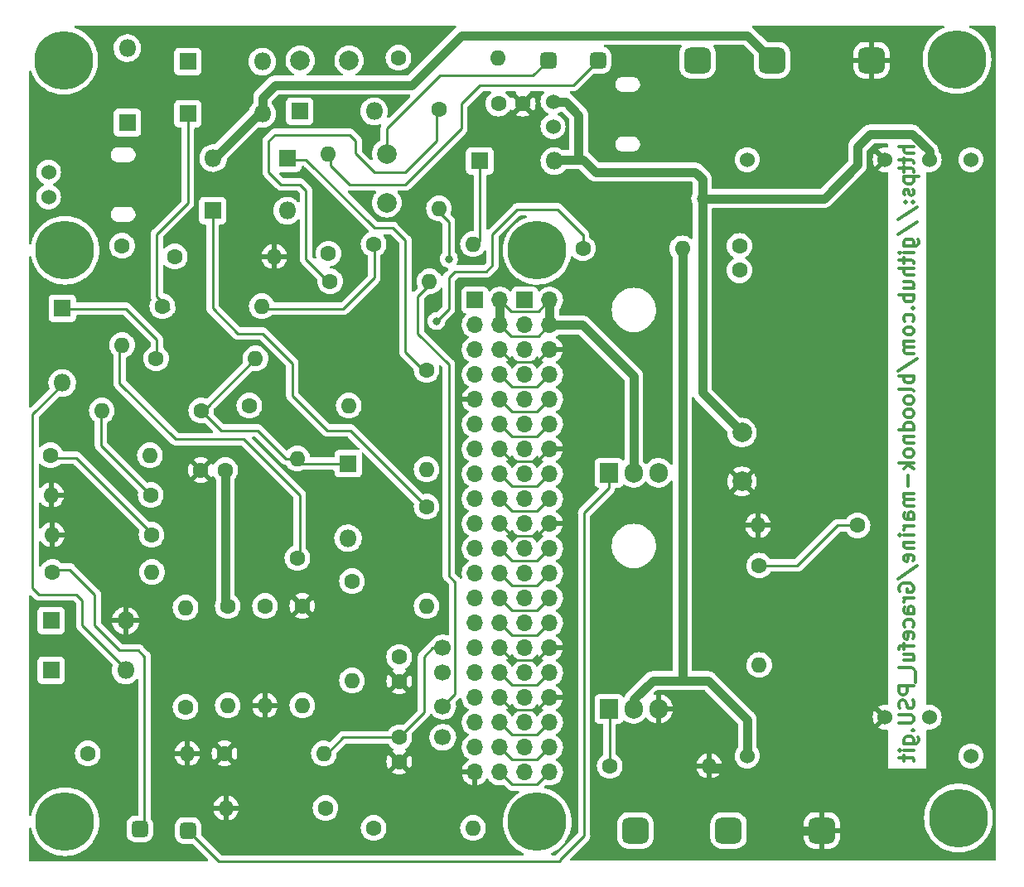
<source format=gbr>
%TF.GenerationSoftware,KiCad,Pcbnew,6.0.8*%
%TF.CreationDate,2024-03-27T11:01:58-07:00*%
%TF.ProjectId,GracefulPSU,47726163-6566-4756-9c50-53552e6b6963,rev?*%
%TF.SameCoordinates,Original*%
%TF.FileFunction,Copper,L2,Bot*%
%TF.FilePolarity,Positive*%
%FSLAX46Y46*%
G04 Gerber Fmt 4.6, Leading zero omitted, Abs format (unit mm)*
G04 Created by KiCad (PCBNEW 6.0.8) date 2024-03-27 11:01:58*
%MOMM*%
%LPD*%
G01*
G04 APERTURE LIST*
G04 Aperture macros list*
%AMRoundRect*
0 Rectangle with rounded corners*
0 $1 Rounding radius*
0 $2 $3 $4 $5 $6 $7 $8 $9 X,Y pos of 4 corners*
0 Add a 4 corners polygon primitive as box body*
4,1,4,$2,$3,$4,$5,$6,$7,$8,$9,$2,$3,0*
0 Add four circle primitives for the rounded corners*
1,1,$1+$1,$2,$3*
1,1,$1+$1,$4,$5*
1,1,$1+$1,$6,$7*
1,1,$1+$1,$8,$9*
0 Add four rect primitives between the rounded corners*
20,1,$1+$1,$2,$3,$4,$5,0*
20,1,$1+$1,$4,$5,$6,$7,0*
20,1,$1+$1,$6,$7,$8,$9,0*
20,1,$1+$1,$8,$9,$2,$3,0*%
G04 Aperture macros list end*
%ADD10C,0.300000*%
%TA.AperFunction,NonConductor*%
%ADD11C,0.300000*%
%TD*%
%TA.AperFunction,ComponentPad*%
%ADD12C,1.600000*%
%TD*%
%TA.AperFunction,ComponentPad*%
%ADD13C,1.700000*%
%TD*%
%TA.AperFunction,ComponentPad*%
%ADD14O,1.600000X1.600000*%
%TD*%
%TA.AperFunction,ComponentPad*%
%ADD15R,1.905000X2.000000*%
%TD*%
%TA.AperFunction,ComponentPad*%
%ADD16O,1.905000X2.000000*%
%TD*%
%TA.AperFunction,ComponentPad*%
%ADD17RoundRect,0.425000X-0.425000X-0.425000X0.425000X-0.425000X0.425000X0.425000X-0.425000X0.425000X0*%
%TD*%
%TA.AperFunction,ComponentPad*%
%ADD18C,6.000000*%
%TD*%
%TA.AperFunction,ComponentPad*%
%ADD19C,2.000000*%
%TD*%
%TA.AperFunction,ComponentPad*%
%ADD20RoundRect,0.675000X-0.675000X-0.675000X0.675000X-0.675000X0.675000X0.675000X-0.675000X0.675000X0*%
%TD*%
%TA.AperFunction,ComponentPad*%
%ADD21R,1.800000X1.800000*%
%TD*%
%TA.AperFunction,ComponentPad*%
%ADD22O,1.800000X1.800000*%
%TD*%
%TA.AperFunction,ComponentPad*%
%ADD23C,1.524000*%
%TD*%
%TA.AperFunction,ComponentPad*%
%ADD24R,1.700000X1.700000*%
%TD*%
%TA.AperFunction,ComponentPad*%
%ADD25O,1.700000X1.700000*%
%TD*%
%TA.AperFunction,ViaPad*%
%ADD26C,0.800000*%
%TD*%
%TA.AperFunction,ViaPad*%
%ADD27C,1.200000*%
%TD*%
%TA.AperFunction,Conductor*%
%ADD28C,0.900000*%
%TD*%
%TA.AperFunction,Conductor*%
%ADD29C,0.250000*%
%TD*%
G04 APERTURE END LIST*
D10*
D11*
X155223571Y-92104285D02*
X153723571Y-92104285D01*
X155223571Y-92747142D02*
X154437857Y-92747142D01*
X154295000Y-92675714D01*
X154223571Y-92532857D01*
X154223571Y-92318571D01*
X154295000Y-92175714D01*
X154366428Y-92104285D01*
X154223571Y-93247142D02*
X154223571Y-93818571D01*
X153723571Y-93461428D02*
X155009285Y-93461428D01*
X155152142Y-93532857D01*
X155223571Y-93675714D01*
X155223571Y-93818571D01*
X154223571Y-94104285D02*
X154223571Y-94675714D01*
X153723571Y-94318571D02*
X155009285Y-94318571D01*
X155152142Y-94390000D01*
X155223571Y-94532857D01*
X155223571Y-94675714D01*
X154223571Y-95175714D02*
X155723571Y-95175714D01*
X154295000Y-95175714D02*
X154223571Y-95318571D01*
X154223571Y-95604285D01*
X154295000Y-95747142D01*
X154366428Y-95818571D01*
X154509285Y-95890000D01*
X154937857Y-95890000D01*
X155080714Y-95818571D01*
X155152142Y-95747142D01*
X155223571Y-95604285D01*
X155223571Y-95318571D01*
X155152142Y-95175714D01*
X155152142Y-96461428D02*
X155223571Y-96604285D01*
X155223571Y-96890000D01*
X155152142Y-97032857D01*
X155009285Y-97104285D01*
X154937857Y-97104285D01*
X154795000Y-97032857D01*
X154723571Y-96890000D01*
X154723571Y-96675714D01*
X154652142Y-96532857D01*
X154509285Y-96461428D01*
X154437857Y-96461428D01*
X154295000Y-96532857D01*
X154223571Y-96675714D01*
X154223571Y-96890000D01*
X154295000Y-97032857D01*
X155080714Y-97747142D02*
X155152142Y-97818571D01*
X155223571Y-97747142D01*
X155152142Y-97675714D01*
X155080714Y-97747142D01*
X155223571Y-97747142D01*
X154295000Y-97747142D02*
X154366428Y-97818571D01*
X154437857Y-97747142D01*
X154366428Y-97675714D01*
X154295000Y-97747142D01*
X154437857Y-97747142D01*
X153652142Y-99532857D02*
X155580714Y-98247142D01*
X153652142Y-101104285D02*
X155580714Y-99818571D01*
X154223571Y-102247142D02*
X155437857Y-102247142D01*
X155580714Y-102175714D01*
X155652142Y-102104285D01*
X155723571Y-101961428D01*
X155723571Y-101747142D01*
X155652142Y-101604285D01*
X155152142Y-102247142D02*
X155223571Y-102104285D01*
X155223571Y-101818571D01*
X155152142Y-101675714D01*
X155080714Y-101604285D01*
X154937857Y-101532857D01*
X154509285Y-101532857D01*
X154366428Y-101604285D01*
X154295000Y-101675714D01*
X154223571Y-101818571D01*
X154223571Y-102104285D01*
X154295000Y-102247142D01*
X155223571Y-102961428D02*
X154223571Y-102961428D01*
X153723571Y-102961428D02*
X153795000Y-102890000D01*
X153866428Y-102961428D01*
X153795000Y-103032857D01*
X153723571Y-102961428D01*
X153866428Y-102961428D01*
X154223571Y-103461428D02*
X154223571Y-104032857D01*
X153723571Y-103675714D02*
X155009285Y-103675714D01*
X155152142Y-103747142D01*
X155223571Y-103890000D01*
X155223571Y-104032857D01*
X155223571Y-104532857D02*
X153723571Y-104532857D01*
X155223571Y-105175714D02*
X154437857Y-105175714D01*
X154295000Y-105104285D01*
X154223571Y-104961428D01*
X154223571Y-104747142D01*
X154295000Y-104604285D01*
X154366428Y-104532857D01*
X154223571Y-106532857D02*
X155223571Y-106532857D01*
X154223571Y-105890000D02*
X155009285Y-105890000D01*
X155152142Y-105961428D01*
X155223571Y-106104285D01*
X155223571Y-106318571D01*
X155152142Y-106461428D01*
X155080714Y-106532857D01*
X155223571Y-107247142D02*
X153723571Y-107247142D01*
X154295000Y-107247142D02*
X154223571Y-107390000D01*
X154223571Y-107675714D01*
X154295000Y-107818571D01*
X154366428Y-107890000D01*
X154509285Y-107961428D01*
X154937857Y-107961428D01*
X155080714Y-107890000D01*
X155152142Y-107818571D01*
X155223571Y-107675714D01*
X155223571Y-107390000D01*
X155152142Y-107247142D01*
X155080714Y-108604285D02*
X155152142Y-108675714D01*
X155223571Y-108604285D01*
X155152142Y-108532857D01*
X155080714Y-108604285D01*
X155223571Y-108604285D01*
X155152142Y-109961428D02*
X155223571Y-109818571D01*
X155223571Y-109532857D01*
X155152142Y-109390000D01*
X155080714Y-109318571D01*
X154937857Y-109247142D01*
X154509285Y-109247142D01*
X154366428Y-109318571D01*
X154295000Y-109390000D01*
X154223571Y-109532857D01*
X154223571Y-109818571D01*
X154295000Y-109961428D01*
X155223571Y-110818571D02*
X155152142Y-110675714D01*
X155080714Y-110604285D01*
X154937857Y-110532857D01*
X154509285Y-110532857D01*
X154366428Y-110604285D01*
X154295000Y-110675714D01*
X154223571Y-110818571D01*
X154223571Y-111032857D01*
X154295000Y-111175714D01*
X154366428Y-111247142D01*
X154509285Y-111318571D01*
X154937857Y-111318571D01*
X155080714Y-111247142D01*
X155152142Y-111175714D01*
X155223571Y-111032857D01*
X155223571Y-110818571D01*
X155223571Y-111961428D02*
X154223571Y-111961428D01*
X154366428Y-111961428D02*
X154295000Y-112032857D01*
X154223571Y-112175714D01*
X154223571Y-112390000D01*
X154295000Y-112532857D01*
X154437857Y-112604285D01*
X155223571Y-112604285D01*
X154437857Y-112604285D02*
X154295000Y-112675714D01*
X154223571Y-112818571D01*
X154223571Y-113032857D01*
X154295000Y-113175714D01*
X154437857Y-113247142D01*
X155223571Y-113247142D01*
X153652142Y-115032857D02*
X155580714Y-113747142D01*
X155223571Y-115532857D02*
X153723571Y-115532857D01*
X154295000Y-115532857D02*
X154223571Y-115675714D01*
X154223571Y-115961428D01*
X154295000Y-116104285D01*
X154366428Y-116175714D01*
X154509285Y-116247142D01*
X154937857Y-116247142D01*
X155080714Y-116175714D01*
X155152142Y-116104285D01*
X155223571Y-115961428D01*
X155223571Y-115675714D01*
X155152142Y-115532857D01*
X155223571Y-117104285D02*
X155152142Y-116961428D01*
X155009285Y-116890000D01*
X153723571Y-116890000D01*
X155223571Y-117890000D02*
X155152142Y-117747142D01*
X155080714Y-117675714D01*
X154937857Y-117604285D01*
X154509285Y-117604285D01*
X154366428Y-117675714D01*
X154295000Y-117747142D01*
X154223571Y-117890000D01*
X154223571Y-118104285D01*
X154295000Y-118247142D01*
X154366428Y-118318571D01*
X154509285Y-118390000D01*
X154937857Y-118390000D01*
X155080714Y-118318571D01*
X155152142Y-118247142D01*
X155223571Y-118104285D01*
X155223571Y-117890000D01*
X155223571Y-119247142D02*
X155152142Y-119104285D01*
X155080714Y-119032857D01*
X154937857Y-118961428D01*
X154509285Y-118961428D01*
X154366428Y-119032857D01*
X154295000Y-119104285D01*
X154223571Y-119247142D01*
X154223571Y-119461428D01*
X154295000Y-119604285D01*
X154366428Y-119675714D01*
X154509285Y-119747142D01*
X154937857Y-119747142D01*
X155080714Y-119675714D01*
X155152142Y-119604285D01*
X155223571Y-119461428D01*
X155223571Y-119247142D01*
X155223571Y-121032857D02*
X153723571Y-121032857D01*
X155152142Y-121032857D02*
X155223571Y-120890000D01*
X155223571Y-120604285D01*
X155152142Y-120461428D01*
X155080714Y-120390000D01*
X154937857Y-120318571D01*
X154509285Y-120318571D01*
X154366428Y-120390000D01*
X154295000Y-120461428D01*
X154223571Y-120604285D01*
X154223571Y-120890000D01*
X154295000Y-121032857D01*
X154223571Y-121747142D02*
X155223571Y-121747142D01*
X154366428Y-121747142D02*
X154295000Y-121818571D01*
X154223571Y-121961428D01*
X154223571Y-122175714D01*
X154295000Y-122318571D01*
X154437857Y-122390000D01*
X155223571Y-122390000D01*
X155223571Y-123318571D02*
X155152142Y-123175714D01*
X155080714Y-123104285D01*
X154937857Y-123032857D01*
X154509285Y-123032857D01*
X154366428Y-123104285D01*
X154295000Y-123175714D01*
X154223571Y-123318571D01*
X154223571Y-123532857D01*
X154295000Y-123675714D01*
X154366428Y-123747142D01*
X154509285Y-123818571D01*
X154937857Y-123818571D01*
X155080714Y-123747142D01*
X155152142Y-123675714D01*
X155223571Y-123532857D01*
X155223571Y-123318571D01*
X155223571Y-124461428D02*
X153723571Y-124461428D01*
X154652142Y-124604285D02*
X155223571Y-125032857D01*
X154223571Y-125032857D02*
X154795000Y-124461428D01*
X154652142Y-125675714D02*
X154652142Y-126818571D01*
X155223571Y-127532857D02*
X154223571Y-127532857D01*
X154366428Y-127532857D02*
X154295000Y-127604285D01*
X154223571Y-127747142D01*
X154223571Y-127961428D01*
X154295000Y-128104285D01*
X154437857Y-128175714D01*
X155223571Y-128175714D01*
X154437857Y-128175714D02*
X154295000Y-128247142D01*
X154223571Y-128390000D01*
X154223571Y-128604285D01*
X154295000Y-128747142D01*
X154437857Y-128818571D01*
X155223571Y-128818571D01*
X155223571Y-130175714D02*
X154437857Y-130175714D01*
X154295000Y-130104285D01*
X154223571Y-129961428D01*
X154223571Y-129675714D01*
X154295000Y-129532857D01*
X155152142Y-130175714D02*
X155223571Y-130032857D01*
X155223571Y-129675714D01*
X155152142Y-129532857D01*
X155009285Y-129461428D01*
X154866428Y-129461428D01*
X154723571Y-129532857D01*
X154652142Y-129675714D01*
X154652142Y-130032857D01*
X154580714Y-130175714D01*
X155223571Y-130890000D02*
X154223571Y-130890000D01*
X154509285Y-130890000D02*
X154366428Y-130961428D01*
X154295000Y-131032857D01*
X154223571Y-131175714D01*
X154223571Y-131318571D01*
X155223571Y-131818571D02*
X154223571Y-131818571D01*
X153723571Y-131818571D02*
X153795000Y-131747142D01*
X153866428Y-131818571D01*
X153795000Y-131890000D01*
X153723571Y-131818571D01*
X153866428Y-131818571D01*
X154223571Y-132532857D02*
X155223571Y-132532857D01*
X154366428Y-132532857D02*
X154295000Y-132604285D01*
X154223571Y-132747142D01*
X154223571Y-132961428D01*
X154295000Y-133104285D01*
X154437857Y-133175714D01*
X155223571Y-133175714D01*
X155152142Y-134461428D02*
X155223571Y-134318571D01*
X155223571Y-134032857D01*
X155152142Y-133890000D01*
X155009285Y-133818571D01*
X154437857Y-133818571D01*
X154295000Y-133890000D01*
X154223571Y-134032857D01*
X154223571Y-134318571D01*
X154295000Y-134461428D01*
X154437857Y-134532857D01*
X154580714Y-134532857D01*
X154723571Y-133818571D01*
X153652142Y-136247142D02*
X155580714Y-134961428D01*
X153795000Y-137532857D02*
X153723571Y-137390000D01*
X153723571Y-137175714D01*
X153795000Y-136961428D01*
X153937857Y-136818571D01*
X154080714Y-136747142D01*
X154366428Y-136675714D01*
X154580714Y-136675714D01*
X154866428Y-136747142D01*
X155009285Y-136818571D01*
X155152142Y-136961428D01*
X155223571Y-137175714D01*
X155223571Y-137318571D01*
X155152142Y-137532857D01*
X155080714Y-137604285D01*
X154580714Y-137604285D01*
X154580714Y-137318571D01*
X155223571Y-138247142D02*
X154223571Y-138247142D01*
X154509285Y-138247142D02*
X154366428Y-138318571D01*
X154295000Y-138390000D01*
X154223571Y-138532857D01*
X154223571Y-138675714D01*
X155223571Y-139818571D02*
X154437857Y-139818571D01*
X154295000Y-139747142D01*
X154223571Y-139604285D01*
X154223571Y-139318571D01*
X154295000Y-139175714D01*
X155152142Y-139818571D02*
X155223571Y-139675714D01*
X155223571Y-139318571D01*
X155152142Y-139175714D01*
X155009285Y-139104285D01*
X154866428Y-139104285D01*
X154723571Y-139175714D01*
X154652142Y-139318571D01*
X154652142Y-139675714D01*
X154580714Y-139818571D01*
X155152142Y-141175714D02*
X155223571Y-141032857D01*
X155223571Y-140747142D01*
X155152142Y-140604285D01*
X155080714Y-140532857D01*
X154937857Y-140461428D01*
X154509285Y-140461428D01*
X154366428Y-140532857D01*
X154295000Y-140604285D01*
X154223571Y-140747142D01*
X154223571Y-141032857D01*
X154295000Y-141175714D01*
X155152142Y-142390000D02*
X155223571Y-142247142D01*
X155223571Y-141961428D01*
X155152142Y-141818571D01*
X155009285Y-141747142D01*
X154437857Y-141747142D01*
X154295000Y-141818571D01*
X154223571Y-141961428D01*
X154223571Y-142247142D01*
X154295000Y-142390000D01*
X154437857Y-142461428D01*
X154580714Y-142461428D01*
X154723571Y-141747142D01*
X154223571Y-142890000D02*
X154223571Y-143461428D01*
X155223571Y-143104285D02*
X153937857Y-143104285D01*
X153795000Y-143175714D01*
X153723571Y-143318571D01*
X153723571Y-143461428D01*
X154223571Y-144604285D02*
X155223571Y-144604285D01*
X154223571Y-143961428D02*
X155009285Y-143961428D01*
X155152142Y-144032857D01*
X155223571Y-144175714D01*
X155223571Y-144390000D01*
X155152142Y-144532857D01*
X155080714Y-144604285D01*
X155223571Y-145532857D02*
X155152142Y-145390000D01*
X155009285Y-145318571D01*
X153723571Y-145318571D01*
X155366428Y-145747142D02*
X155366428Y-146890000D01*
X155223571Y-147247142D02*
X153723571Y-147247142D01*
X153723571Y-147818571D01*
X153795000Y-147961428D01*
X153866428Y-148032857D01*
X154009285Y-148104285D01*
X154223571Y-148104285D01*
X154366428Y-148032857D01*
X154437857Y-147961428D01*
X154509285Y-147818571D01*
X154509285Y-147247142D01*
X155152142Y-148675714D02*
X155223571Y-148890000D01*
X155223571Y-149247142D01*
X155152142Y-149390000D01*
X155080714Y-149461428D01*
X154937857Y-149532857D01*
X154795000Y-149532857D01*
X154652142Y-149461428D01*
X154580714Y-149390000D01*
X154509285Y-149247142D01*
X154437857Y-148961428D01*
X154366428Y-148818571D01*
X154295000Y-148747142D01*
X154152142Y-148675714D01*
X154009285Y-148675714D01*
X153866428Y-148747142D01*
X153795000Y-148818571D01*
X153723571Y-148961428D01*
X153723571Y-149318571D01*
X153795000Y-149532857D01*
X153723571Y-150175714D02*
X154937857Y-150175714D01*
X155080714Y-150247142D01*
X155152142Y-150318571D01*
X155223571Y-150461428D01*
X155223571Y-150747142D01*
X155152142Y-150890000D01*
X155080714Y-150961428D01*
X154937857Y-151032857D01*
X153723571Y-151032857D01*
X155080714Y-151747142D02*
X155152142Y-151818571D01*
X155223571Y-151747142D01*
X155152142Y-151675714D01*
X155080714Y-151747142D01*
X155223571Y-151747142D01*
X154223571Y-153104285D02*
X155437857Y-153104285D01*
X155580714Y-153032857D01*
X155652142Y-152961428D01*
X155723571Y-152818571D01*
X155723571Y-152604285D01*
X155652142Y-152461428D01*
X155152142Y-153104285D02*
X155223571Y-152961428D01*
X155223571Y-152675714D01*
X155152142Y-152532857D01*
X155080714Y-152461428D01*
X154937857Y-152390000D01*
X154509285Y-152390000D01*
X154366428Y-152461428D01*
X154295000Y-152532857D01*
X154223571Y-152675714D01*
X154223571Y-152961428D01*
X154295000Y-153104285D01*
X155223571Y-153818571D02*
X154223571Y-153818571D01*
X153723571Y-153818571D02*
X153795000Y-153747142D01*
X153866428Y-153818571D01*
X153795000Y-153890000D01*
X153723571Y-153818571D01*
X153866428Y-153818571D01*
X154223571Y-154318571D02*
X154223571Y-154890000D01*
X153723571Y-154532857D02*
X155009285Y-154532857D01*
X155152142Y-154604285D01*
X155223571Y-154747142D01*
X155223571Y-154890000D01*
D12*
%TO.P,C9,1*%
%TO.N,Net-(C9-Pad1)*%
X112762000Y-87703000D03*
%TO.P,C9,2*%
%TO.N,GND*%
X115262000Y-87703000D03*
%TD*%
D13*
%TO.P,JP1,1,A*%
%TO.N,Net-(C3-Pad1)*%
X107082000Y-143329000D03*
%TD*%
D12*
%TO.P,R29,1*%
%TO.N,Net-(C8-Pad2)*%
X95572000Y-105868000D03*
D14*
%TO.P,R29,2*%
%TO.N,Net-(JP4-Pad1)*%
X105732000Y-105868000D03*
%TD*%
D12*
%TO.P,R25,1*%
%TO.N,Net-(R13-Pad2)*%
X100017000Y-102058000D03*
D14*
%TO.P,R25,2*%
%TO.N,Net-(D13-Pad1)*%
X110177000Y-102058000D03*
%TD*%
D12*
%TO.P,R26,1*%
%TO.N,Net-(C8-Pad2)*%
X106697000Y-88258000D03*
D14*
%TO.P,R26,2*%
%TO.N,Net-(C9-Pad1)*%
X106697000Y-98418000D03*
%TD*%
D12*
%TO.P,R12,1*%
%TO.N,Net-(R12-Pad1)*%
X121398000Y-102489000D03*
D14*
%TO.P,R12,2*%
%TO.N,Net-(C5-Pad2)*%
X131558000Y-102489000D03*
%TD*%
D12*
%TO.P,R23,1*%
%TO.N,Net-(C4-Pad1)*%
X87317000Y-118568000D03*
D14*
%TO.P,R23,2*%
%TO.N,Net-(C6-Pad1)*%
X97477000Y-118568000D03*
%TD*%
D15*
%TO.P,Q1,1,G*%
%TO.N,Net-(Q1-Pad1)*%
X124065000Y-149565000D03*
D16*
%TO.P,Q1,2,D*%
%TO.N,Net-(C5-Pad2)*%
X126605000Y-149565000D03*
%TO.P,Q1,3,S*%
%TO.N,GND*%
X129145000Y-149565000D03*
%TD*%
D12*
%TO.P,R28,1*%
%TO.N,Net-(C9-Pad1)*%
X95097000Y-159708000D03*
D14*
%TO.P,R28,2*%
%TO.N,GND*%
X84937000Y-159708000D03*
%TD*%
D12*
%TO.P,R17,1*%
%TO.N,Net-(R13-Pad2)*%
X77237000Y-127708000D03*
D14*
%TO.P,R17,2*%
%TO.N,GND*%
X67077000Y-127708000D03*
%TD*%
D12*
%TO.P,R8,1*%
%TO.N,Net-(R12-Pad1)*%
X88917000Y-139058000D03*
D14*
%TO.P,R8,2*%
%TO.N,GND*%
X88917000Y-149218000D03*
%TD*%
D13*
%TO.P,JP4,1,A*%
%TO.N,Net-(JP4-Pad1)*%
X107082000Y-149298000D03*
%TD*%
D12*
%TO.P,R27,1*%
%TO.N,Net-(C9-Pad1)*%
X102557000Y-83008000D03*
D14*
%TO.P,R27,2*%
%TO.N,Net-(B1-Pad3)*%
X112717000Y-83008000D03*
%TD*%
D12*
%TO.P,R15,1*%
%TO.N,Net-(Q1-Pad1)*%
X124147000Y-155398000D03*
D14*
%TO.P,R15,2*%
%TO.N,GND*%
X134307000Y-155398000D03*
%TD*%
D12*
%TO.P,R14,1*%
%TO.N,Net-(D11-Pad2)*%
X97807000Y-136518000D03*
D14*
%TO.P,R14,2*%
%TO.N,Net-(Q1-Pad1)*%
X97807000Y-146678000D03*
%TD*%
D17*
%TO.P,J7,1,Pin_1*%
%TO.N,Net-(C6-Pad2)*%
X117877000Y-83258000D03*
%TD*%
D18*
%TO.P,H5,*%
%TO.N,*%
X68474000Y-161109000D03*
%TD*%
D19*
%TO.P,C7,1*%
%TO.N,Net-(C6-Pad1)*%
X97517000Y-83258000D03*
%TO.P,C7,2*%
%TO.N,Net-(C7-Pad2)*%
X92517000Y-83258000D03*
%TD*%
D18*
%TO.P,H2,*%
%TO.N,*%
X159625000Y-83185000D03*
%TD*%
D12*
%TO.P,R22,1*%
%TO.N,Net-(C9-Pad1)*%
X100017000Y-161748000D03*
D14*
%TO.P,R22,2*%
%TO.N,Net-(JP3-Pad1)*%
X110177000Y-161748000D03*
%TD*%
D12*
%TO.P,R10,1*%
%TO.N,Net-(D10-Pad1)*%
X77792000Y-113738000D03*
D14*
%TO.P,R10,2*%
%TO.N,Net-(D11-Pad1)*%
X87952000Y-113738000D03*
%TD*%
D20*
%TO.P,J11,1,Pin_1*%
%TO.N,+5V*%
X136292000Y-161998000D03*
%TD*%
D21*
%TO.P,D12,1,K*%
%TO.N,Net-(C7-Pad2)*%
X92447000Y-88488000D03*
D22*
%TO.P,D12,2,A*%
%TO.N,Net-(C9-Pad1)*%
X100067000Y-88488000D03*
%TD*%
D12*
%TO.P,C3,1*%
%TO.N,Net-(C3-Pad1)*%
X102637000Y-152473000D03*
%TO.P,C3,2*%
%TO.N,GND*%
X102637000Y-154973000D03*
%TD*%
D21*
%TO.P,D13,1,K*%
%TO.N,Net-(D13-Pad1)*%
X110862000Y-93568000D03*
D22*
%TO.P,D13,2,A*%
%TO.N,Net-(B1-Pad3)*%
X118482000Y-93568000D03*
%TD*%
D17*
%TO.P,J8,1,Pin_1*%
%TO.N,Net-(C7-Pad2)*%
X122957000Y-83258000D03*
%TD*%
D12*
%TO.P,R20,1*%
%TO.N,Net-(R18-Pad2)*%
X66997000Y-123648000D03*
D14*
%TO.P,R20,2*%
%TO.N,Net-(C6-Pad2)*%
X77157000Y-123648000D03*
%TD*%
D23*
%TO.P,B1,1,+5V*%
%TO.N,+5V*%
X156790000Y-150420000D03*
%TO.P,B1,2,Gnd*%
%TO.N,GND*%
X152290000Y-150420000D03*
%TO.P,B1,3,Vin+*%
%TO.N,Net-(B1-Pad3)*%
X156790000Y-93420000D03*
%TO.P,B1,4,Vin-*%
%TO.N,GND*%
X152290000Y-93420000D03*
%TD*%
D12*
%TO.P,R5,1*%
%TO.N,GND*%
X92727000Y-139058000D03*
D14*
%TO.P,R5,2*%
%TO.N,Net-(C1-Pad2)*%
X92727000Y-149218000D03*
%TD*%
D12*
%TO.P,C12,1*%
%TO.N,Net-(C12-Pad1)*%
X137400000Y-102235000D03*
%TO.P,C12,2*%
%TO.N,Net-(C12-Pad2)*%
X137400000Y-104735000D03*
%TD*%
%TO.P,R24,1*%
%TO.N,Net-(C6-Pad1)*%
X95402000Y-103023000D03*
D14*
%TO.P,R24,2*%
%TO.N,Net-(C7-Pad2)*%
X95402000Y-92863000D03*
%TD*%
D12*
%TO.P,R18,1*%
%TO.N,Net-(C4-Pad1)*%
X80797000Y-149378000D03*
D14*
%TO.P,R18,2*%
%TO.N,Net-(R18-Pad2)*%
X80797000Y-139218000D03*
%TD*%
D18*
%TO.P,H1,*%
%TO.N,*%
X68347000Y-83258000D03*
%TD*%
D12*
%TO.P,R3,1*%
%TO.N,Net-(D2-Pad1)*%
X105427000Y-128898000D03*
D14*
%TO.P,R3,2*%
%TO.N,Net-(C3-Pad1)*%
X105427000Y-139058000D03*
%TD*%
D12*
%TO.P,R4,1*%
%TO.N,Net-(C2-Pad2)*%
X70807000Y-154128000D03*
D14*
%TO.P,R4,2*%
%TO.N,GND*%
X80967000Y-154128000D03*
%TD*%
D12*
%TO.P,R7,1*%
%TO.N,Net-(C4-Pad1)*%
X85107000Y-139058000D03*
D14*
%TO.P,R7,2*%
%TO.N,Net-(R12-Pad1)*%
X85107000Y-149218000D03*
%TD*%
D20*
%TO.P,J2,1,Pin_1*%
%TO.N,Net-(D1-Pad2)*%
X140737000Y-83258000D03*
%TD*%
D12*
%TO.P,R19,1*%
%TO.N,Net-(R18-Pad2)*%
X77317000Y-131768000D03*
D14*
%TO.P,R19,2*%
%TO.N,GND*%
X67157000Y-131768000D03*
%TD*%
D17*
%TO.P,J6,1,Pin_1*%
%TO.N,Net-(J6-Pad1)*%
X76127000Y-161831000D03*
%TD*%
D20*
%TO.P,J12,1,Pin_1*%
%TO.N,GND*%
X145817000Y-161998000D03*
%TD*%
D12*
%TO.P,R31,1*%
%TO.N,Net-(R30-Pad1)*%
X139428000Y-134921000D03*
D14*
%TO.P,R31,2*%
%TO.N,+5V*%
X139428000Y-145081000D03*
%TD*%
D12*
%TO.P,C4,1*%
%TO.N,Net-(C4-Pad1)*%
X84857000Y-125168000D03*
%TO.P,C4,2*%
%TO.N,GND*%
X82357000Y-125168000D03*
%TD*%
D17*
%TO.P,J9,1,Pin_1*%
%TO.N,Net-(D3-Pad1)*%
X81047000Y-161998000D03*
%TD*%
D20*
%TO.P,J3,1,Pin_1*%
%TO.N,GND*%
X150897000Y-83258000D03*
%TD*%
D12*
%TO.P,R11,1*%
%TO.N,Net-(R11-Pad1)*%
X92227000Y-134138000D03*
D14*
%TO.P,R11,2*%
%TO.N,Net-(D11-Pad1)*%
X92227000Y-123978000D03*
%TD*%
D18*
%TO.P,H6,*%
%TO.N,*%
X116734000Y-161109000D03*
%TD*%
D21*
%TO.P,D6,1,K*%
%TO.N,Net-(C2-Pad1)*%
X74847000Y-89638000D03*
D22*
%TO.P,D6,2,A*%
%TO.N,Net-(D3-Pad1)*%
X74847000Y-82018000D03*
%TD*%
D12*
%TO.P,R1,1*%
%TO.N,Net-(D1-Pad1)*%
X105427000Y-114928000D03*
D14*
%TO.P,R1,2*%
%TO.N,Net-(C1-Pad2)*%
X105427000Y-125088000D03*
%TD*%
D24*
%TO.P,J5,1,Pin_1*%
%TO.N,Net-(J4-Pad1)*%
X110384000Y-107769000D03*
D25*
%TO.P,J5,2,Pin_2*%
%TO.N,+5V*%
X112924000Y-107769000D03*
%TO.P,J5,3,Pin_3*%
%TO.N,Net-(J4-Pad3)*%
X110384000Y-110309000D03*
%TO.P,J5,4,Pin_4*%
%TO.N,+5V*%
X112924000Y-110309000D03*
%TO.P,J5,5,Pin_5*%
%TO.N,Net-(J4-Pad5)*%
X110384000Y-112849000D03*
%TO.P,J5,6,Pin_6*%
%TO.N,GND*%
X112924000Y-112849000D03*
%TO.P,J5,7,Pin_7*%
%TO.N,Net-(J4-Pad7)*%
X110384000Y-115389000D03*
%TO.P,J5,8,Pin_8*%
%TO.N,Net-(J4-Pad8)*%
X112924000Y-115389000D03*
%TO.P,J5,9,Pin_9*%
%TO.N,GND*%
X110384000Y-117929000D03*
%TO.P,J5,10,Pin_10*%
%TO.N,Net-(J4-Pad10)*%
X112924000Y-117929000D03*
%TO.P,J5,11,Pin_11*%
%TO.N,Net-(J4-Pad11)*%
X110384000Y-120469000D03*
%TO.P,J5,12,Pin_12*%
%TO.N,Net-(J4-Pad12)*%
X112924000Y-120469000D03*
%TO.P,J5,13,Pin_13*%
%TO.N,Net-(J4-Pad13)*%
X110384000Y-123009000D03*
%TO.P,J5,14,Pin_14*%
%TO.N,GND*%
X112924000Y-123009000D03*
%TO.P,J5,15,Pin_15*%
%TO.N,Net-(J4-Pad15)*%
X110384000Y-125549000D03*
%TO.P,J5,16,Pin_16*%
%TO.N,Net-(J4-Pad16)*%
X112924000Y-125549000D03*
%TO.P,J5,17,Pin_17*%
%TO.N,Net-(J4-Pad17)*%
X110384000Y-128089000D03*
%TO.P,J5,18,Pin_18*%
%TO.N,Net-(J4-Pad18)*%
X112924000Y-128089000D03*
%TO.P,J5,19,Pin_19*%
%TO.N,Net-(J4-Pad19)*%
X110384000Y-130629000D03*
%TO.P,J5,20,Pin_20*%
%TO.N,GND*%
X112924000Y-130629000D03*
%TO.P,J5,21,Pin_21*%
%TO.N,Net-(J4-Pad21)*%
X110384000Y-133169000D03*
%TO.P,J5,22,Pin_22*%
%TO.N,Net-(J4-Pad22)*%
X112924000Y-133169000D03*
%TO.P,J5,23,Pin_23*%
%TO.N,Net-(J4-Pad23)*%
X110384000Y-135709000D03*
%TO.P,J5,24,Pin_24*%
%TO.N,Net-(J4-Pad24)*%
X112924000Y-135709000D03*
%TO.P,J5,25,Pin_25*%
%TO.N,GND*%
X110384000Y-138249000D03*
%TO.P,J5,26,Pin_26*%
%TO.N,Net-(J4-Pad26)*%
X112924000Y-138249000D03*
%TO.P,J5,27,Pin_27*%
%TO.N,Net-(J4-Pad27)*%
X110384000Y-140789000D03*
%TO.P,J5,28,Pin_28*%
%TO.N,Net-(J4-Pad28)*%
X112924000Y-140789000D03*
%TO.P,J5,29,Pin_29*%
%TO.N,Net-(J4-Pad29)*%
X110384000Y-143329000D03*
%TO.P,J5,30,Pin_30*%
%TO.N,GND*%
X112924000Y-143329000D03*
%TO.P,J5,31,Pin_31*%
%TO.N,Net-(J4-Pad31)*%
X110384000Y-145869000D03*
%TO.P,J5,32,Pin_32*%
%TO.N,Net-(J4-Pad32)*%
X112924000Y-145869000D03*
%TO.P,J5,33,Pin_33*%
%TO.N,Net-(J4-Pad33)*%
X110384000Y-148409000D03*
%TO.P,J5,34,Pin_34*%
%TO.N,GND*%
X112924000Y-148409000D03*
%TO.P,J5,35,Pin_35*%
%TO.N,Net-(J4-Pad35)*%
X110384000Y-150949000D03*
%TO.P,J5,36,Pin_36*%
%TO.N,Net-(J4-Pad36)*%
X112924000Y-150949000D03*
%TO.P,J5,37,Pin_37*%
%TO.N,Net-(J4-Pad37)*%
X110384000Y-153489000D03*
%TO.P,J5,38,Pin_38*%
%TO.N,Net-(J4-Pad38)*%
X112924000Y-153489000D03*
%TO.P,J5,39,Pin_39*%
%TO.N,GND*%
X110384000Y-156029000D03*
%TO.P,J5,40,Pin_40*%
%TO.N,Net-(J4-Pad40)*%
X112924000Y-156029000D03*
%TD*%
D20*
%TO.P,J1,1,Pin_1*%
%TO.N,Net-(D2-Pad2)*%
X133117000Y-83258000D03*
%TD*%
D13*
%TO.P,JP3,1,A*%
%TO.N,Net-(JP3-Pad1)*%
X107082000Y-152473000D03*
%TD*%
%TO.P,JP2,1,A*%
%TO.N,Net-(C1-Pad2)*%
X107082000Y-145869000D03*
%TD*%
D12*
%TO.P,C1,1*%
%TO.N,GND*%
X102637000Y-146758000D03*
%TO.P,C1,2*%
%TO.N,Net-(C1-Pad2)*%
X102637000Y-144258000D03*
%TD*%
%TO.P,R6,1*%
%TO.N,Net-(C2-Pad2)*%
X74312000Y-102228000D03*
D14*
%TO.P,R6,2*%
%TO.N,Net-(R11-Pad1)*%
X74312000Y-112388000D03*
%TD*%
D12*
%TO.P,R16,1*%
%TO.N,Net-(D3-Pad1)*%
X78427000Y-108408000D03*
D14*
%TO.P,R16,2*%
%TO.N,Net-(R13-Pad2)*%
X88587000Y-108408000D03*
%TD*%
D18*
%TO.P,H4,*%
%TO.N,*%
X116734000Y-102689000D03*
%TD*%
D21*
%TO.P,D10,1,K*%
%TO.N,Net-(D10-Pad1)*%
X68197000Y-108628000D03*
D22*
%TO.P,D10,2,A*%
%TO.N,Net-(D10-Pad2)*%
X68197000Y-116248000D03*
%TD*%
D18*
%TO.P,H8,*%
%TO.N,*%
X159787000Y-160728000D03*
%TD*%
D21*
%TO.P,D1,1,K*%
%TO.N,Net-(D1-Pad1)*%
X91237000Y-93268000D03*
D22*
%TO.P,D1,2,A*%
%TO.N,Net-(D1-Pad2)*%
X83617000Y-93268000D03*
%TD*%
D21*
%TO.P,D2,1,K*%
%TO.N,Net-(D2-Pad1)*%
X83557000Y-98648000D03*
D22*
%TO.P,D2,2,A*%
%TO.N,Net-(D2-Pad2)*%
X91177000Y-98648000D03*
%TD*%
D18*
%TO.P,H3,*%
%TO.N,*%
X68474000Y-102689000D03*
%TD*%
D21*
%TO.P,D3,1,K*%
%TO.N,Net-(D3-Pad1)*%
X81017000Y-88742000D03*
D22*
%TO.P,D3,2,A*%
%TO.N,Net-(D1-Pad2)*%
X88637000Y-88742000D03*
%TD*%
D21*
%TO.P,D11,1,K*%
%TO.N,Net-(D11-Pad1)*%
X97407000Y-124503000D03*
D22*
%TO.P,D11,2,A*%
%TO.N,Net-(D11-Pad2)*%
X97407000Y-132123000D03*
%TD*%
D19*
%TO.P,C11,1*%
%TO.N,Net-(B1-Pad3)*%
X137654000Y-121325000D03*
%TO.P,C11,2*%
%TO.N,GND*%
X137654000Y-126325000D03*
%TD*%
%TO.P,C6,1*%
%TO.N,Net-(C6-Pad1)*%
X101367000Y-97823000D03*
%TO.P,C6,2*%
%TO.N,Net-(C6-Pad2)*%
X101367000Y-92823000D03*
%TD*%
D20*
%TO.P,J10,1,Pin_1*%
%TO.N,Net-(J10-Pad1)*%
X126767000Y-161998000D03*
%TD*%
D15*
%TO.P,Q3,1,G*%
%TO.N,Net-(D3-Pad1)*%
X124065000Y-125435000D03*
D16*
%TO.P,Q3,2,D*%
%TO.N,+5V*%
X126605000Y-125435000D03*
%TO.P,Q3,3,S*%
%TO.N,Net-(J10-Pad1)*%
X129145000Y-125435000D03*
%TD*%
D12*
%TO.P,R2,1*%
%TO.N,Net-(C2-Pad1)*%
X79697000Y-103328000D03*
D14*
%TO.P,R2,2*%
%TO.N,GND*%
X89857000Y-103328000D03*
%TD*%
D23*
%TO.P,C2,1*%
%TO.N,Net-(C2-Pad1)*%
X66793000Y-94688000D03*
%TO.P,C2,2*%
%TO.N,Net-(C2-Pad2)*%
X66793000Y-97228000D03*
%TD*%
D21*
%TO.P,D5,1,K*%
%TO.N,Net-(C2-Pad2)*%
X67047000Y-140558000D03*
D22*
%TO.P,D5,2,A*%
%TO.N,GND*%
X74667000Y-140558000D03*
%TD*%
D24*
%TO.P,J4,1,Pin_1*%
%TO.N,Net-(J4-Pad1)*%
X115464000Y-107774000D03*
D25*
%TO.P,J4,2,Pin_2*%
%TO.N,+5V*%
X118004000Y-107774000D03*
%TO.P,J4,3,Pin_3*%
%TO.N,Net-(J4-Pad3)*%
X115464000Y-110314000D03*
%TO.P,J4,4,Pin_4*%
%TO.N,+5V*%
X118004000Y-110314000D03*
%TO.P,J4,5,Pin_5*%
%TO.N,Net-(J4-Pad5)*%
X115464000Y-112854000D03*
%TO.P,J4,6,Pin_6*%
%TO.N,GND*%
X118004000Y-112854000D03*
%TO.P,J4,7,Pin_7*%
%TO.N,Net-(J4-Pad7)*%
X115464000Y-115394000D03*
%TO.P,J4,8,Pin_8*%
%TO.N,Net-(J4-Pad8)*%
X118004000Y-115394000D03*
%TO.P,J4,9,Pin_9*%
%TO.N,GND*%
X115464000Y-117934000D03*
%TO.P,J4,10,Pin_10*%
%TO.N,Net-(J4-Pad10)*%
X118004000Y-117934000D03*
%TO.P,J4,11,Pin_11*%
%TO.N,Net-(J4-Pad11)*%
X115464000Y-120474000D03*
%TO.P,J4,12,Pin_12*%
%TO.N,Net-(J4-Pad12)*%
X118004000Y-120474000D03*
%TO.P,J4,13,Pin_13*%
%TO.N,Net-(J4-Pad13)*%
X115464000Y-123014000D03*
%TO.P,J4,14,Pin_14*%
%TO.N,GND*%
X118004000Y-123014000D03*
%TO.P,J4,15,Pin_15*%
%TO.N,Net-(J4-Pad15)*%
X115464000Y-125554000D03*
%TO.P,J4,16,Pin_16*%
%TO.N,Net-(J4-Pad16)*%
X118004000Y-125554000D03*
%TO.P,J4,17,Pin_17*%
%TO.N,Net-(J4-Pad17)*%
X115464000Y-128094000D03*
%TO.P,J4,18,Pin_18*%
%TO.N,Net-(J4-Pad18)*%
X118004000Y-128094000D03*
%TO.P,J4,19,Pin_19*%
%TO.N,Net-(J4-Pad19)*%
X115464000Y-130634000D03*
%TO.P,J4,20,Pin_20*%
%TO.N,GND*%
X118004000Y-130634000D03*
%TO.P,J4,21,Pin_21*%
%TO.N,Net-(J4-Pad21)*%
X115464000Y-133174000D03*
%TO.P,J4,22,Pin_22*%
%TO.N,Net-(J4-Pad22)*%
X118004000Y-133174000D03*
%TO.P,J4,23,Pin_23*%
%TO.N,Net-(J4-Pad23)*%
X115464000Y-135714000D03*
%TO.P,J4,24,Pin_24*%
%TO.N,Net-(J4-Pad24)*%
X118004000Y-135714000D03*
%TO.P,J4,25,Pin_25*%
%TO.N,GND*%
X115464000Y-138254000D03*
%TO.P,J4,26,Pin_26*%
%TO.N,Net-(J4-Pad26)*%
X118004000Y-138254000D03*
%TO.P,J4,27,Pin_27*%
%TO.N,Net-(J4-Pad27)*%
X115464000Y-140794000D03*
%TO.P,J4,28,Pin_28*%
%TO.N,Net-(J4-Pad28)*%
X118004000Y-140794000D03*
%TO.P,J4,29,Pin_29*%
%TO.N,Net-(J4-Pad29)*%
X115464000Y-143334000D03*
%TO.P,J4,30,Pin_30*%
%TO.N,GND*%
X118004000Y-143334000D03*
%TO.P,J4,31,Pin_31*%
%TO.N,Net-(J4-Pad31)*%
X115464000Y-145874000D03*
%TO.P,J4,32,Pin_32*%
%TO.N,Net-(J4-Pad32)*%
X118004000Y-145874000D03*
%TO.P,J4,33,Pin_33*%
%TO.N,Net-(J4-Pad33)*%
X115464000Y-148414000D03*
%TO.P,J4,34,Pin_34*%
%TO.N,GND*%
X118004000Y-148414000D03*
%TO.P,J4,35,Pin_35*%
%TO.N,Net-(J4-Pad35)*%
X115464000Y-150954000D03*
%TO.P,J4,36,Pin_36*%
%TO.N,Net-(J4-Pad36)*%
X118004000Y-150954000D03*
%TO.P,J4,37,Pin_37*%
%TO.N,Net-(J4-Pad37)*%
X115464000Y-153494000D03*
%TO.P,J4,38,Pin_38*%
%TO.N,Net-(J4-Pad38)*%
X118004000Y-153494000D03*
%TO.P,J4,39,Pin_39*%
%TO.N,GND*%
X115464000Y-156034000D03*
%TO.P,J4,40,Pin_40*%
%TO.N,Net-(J4-Pad40)*%
X118004000Y-156034000D03*
%TD*%
D12*
%TO.P,R9,1*%
%TO.N,GND*%
X84777000Y-154128000D03*
D14*
%TO.P,R9,2*%
%TO.N,Net-(C3-Pad1)*%
X94937000Y-154128000D03*
%TD*%
D12*
%TO.P,R13,1*%
%TO.N,Net-(D11-Pad1)*%
X82397000Y-119068000D03*
D14*
%TO.P,R13,2*%
%TO.N,Net-(R13-Pad2)*%
X72237000Y-119068000D03*
%TD*%
D12*
%TO.P,R21,1*%
%TO.N,Net-(J6-Pad1)*%
X67204000Y-135582000D03*
D14*
%TO.P,R21,2*%
%TO.N,Net-(C6-Pad2)*%
X77364000Y-135582000D03*
%TD*%
D21*
%TO.P,D4,1,K*%
%TO.N,Net-(D3-Pad1)*%
X81017000Y-83408000D03*
D22*
%TO.P,D4,2,A*%
%TO.N,Net-(D2-Pad2)*%
X88637000Y-83408000D03*
%TD*%
D12*
%TO.P,R30,1*%
%TO.N,Net-(R30-Pad1)*%
X149465000Y-130810000D03*
D14*
%TO.P,R30,2*%
%TO.N,GND*%
X139305000Y-130810000D03*
%TD*%
D23*
%TO.P,C8,2*%
%TO.N,Net-(C8-Pad2)*%
X118350000Y-90043000D03*
%TO.P,C8,1*%
%TO.N,Net-(B1-Pad3)*%
X118350000Y-87503000D03*
%TD*%
D21*
%TO.P,D9,1,K*%
%TO.N,Net-(C2-Pad2)*%
X67047000Y-145638000D03*
D22*
%TO.P,D9,2,A*%
%TO.N,Net-(D10-Pad2)*%
X74667000Y-145638000D03*
%TD*%
D23*
%TO.P,C5,1*%
%TO.N,Net-(C4-Pad1)*%
X138197000Y-93418000D03*
%TO.P,C5,2*%
%TO.N,Net-(C5-Pad2)*%
X138197000Y-154378000D03*
%TO.P,C5,3*%
%TO.N,N/C*%
X161057000Y-154378000D03*
%TO.P,C5,4*%
X161057000Y-93418000D03*
%TD*%
D26*
%TO.N,Net-(C9-Pad1)*%
X107717000Y-103578000D03*
%TO.N,Net-(R12-Pad1)*%
X106447000Y-109928000D03*
D27*
%TO.N,Net-(B1-Pad3)*%
X133590000Y-97409000D03*
%TD*%
D28*
%TO.N,Net-(B1-Pad3)*%
X118512000Y-93418000D02*
X120963000Y-93418000D01*
X120963000Y-93418000D02*
X121403000Y-93418000D01*
X118350000Y-87503000D02*
X119620000Y-87503000D01*
X119620000Y-87503000D02*
X120963000Y-88846000D01*
X120963000Y-88846000D02*
X120963000Y-93418000D01*
D29*
%TO.N,GND*%
X112924000Y-143329000D02*
X114194000Y-144599000D01*
X116739000Y-114119000D02*
X118004000Y-112854000D01*
X114194000Y-124279000D02*
X116739000Y-124279000D01*
X114194000Y-114119000D02*
X116739000Y-114119000D01*
X114194000Y-131899000D02*
X116739000Y-131899000D01*
X116739000Y-149679000D02*
X118004000Y-148414000D01*
X114194000Y-149679000D02*
X116739000Y-149679000D01*
X112924000Y-112849000D02*
X114194000Y-114119000D01*
X116739000Y-131899000D02*
X118004000Y-130634000D01*
X116739000Y-124279000D02*
X118004000Y-123014000D01*
X112924000Y-130629000D02*
X114194000Y-131899000D01*
X112924000Y-148409000D02*
X114194000Y-149679000D01*
X114194000Y-144599000D02*
X116739000Y-144599000D01*
X112924000Y-123009000D02*
X114194000Y-124279000D01*
D28*
X135657000Y-155648000D02*
X142007000Y-161998000D01*
D29*
X116739000Y-144599000D02*
X118004000Y-143334000D01*
D28*
X142007000Y-161998000D02*
X145817000Y-161998000D01*
X134387000Y-155648000D02*
X135657000Y-155648000D01*
%TO.N,+5V*%
X126605000Y-115570000D02*
X126605000Y-125435000D01*
D29*
X112924000Y-110309000D02*
X114104000Y-111489000D01*
D28*
X121349000Y-110314000D02*
X126605000Y-115570000D01*
D29*
X116829000Y-111489000D02*
X118004000Y-110314000D01*
X112924000Y-107769000D02*
X114104000Y-108949000D01*
X114104000Y-108949000D02*
X116829000Y-108949000D01*
X114104000Y-111489000D02*
X116829000Y-111489000D01*
D28*
X112924000Y-107769000D02*
X112924000Y-110309000D01*
D29*
X116829000Y-108949000D02*
X118004000Y-107774000D01*
D28*
X118004000Y-107774000D02*
X118004000Y-110314000D01*
X118004000Y-110314000D02*
X121349000Y-110314000D01*
D29*
%TO.N,Net-(J4-Pad8)*%
X112924000Y-115389000D02*
X114194000Y-116659000D01*
X116739000Y-116659000D02*
X118004000Y-115394000D01*
X114194000Y-116659000D02*
X116739000Y-116659000D01*
%TO.N,Net-(J4-Pad10)*%
X116739000Y-119199000D02*
X118004000Y-117934000D01*
X114194000Y-119199000D02*
X116739000Y-119199000D01*
X112924000Y-117929000D02*
X114194000Y-119199000D01*
%TO.N,Net-(J4-Pad12)*%
X112924000Y-120469000D02*
X114194000Y-121739000D01*
X116739000Y-121739000D02*
X118004000Y-120474000D01*
X114194000Y-121739000D02*
X116739000Y-121739000D01*
%TO.N,Net-(J4-Pad16)*%
X116739000Y-126819000D02*
X118004000Y-125554000D01*
X114194000Y-126819000D02*
X116739000Y-126819000D01*
X112924000Y-125549000D02*
X114194000Y-126819000D01*
%TO.N,Net-(J4-Pad18)*%
X112924000Y-128089000D02*
X114194000Y-129359000D01*
X114194000Y-129359000D02*
X116739000Y-129359000D01*
X116739000Y-129359000D02*
X118004000Y-128094000D01*
%TO.N,Net-(J4-Pad22)*%
X116739000Y-134439000D02*
X118004000Y-133174000D01*
X114194000Y-134439000D02*
X116739000Y-134439000D01*
X112924000Y-133169000D02*
X114194000Y-134439000D01*
%TO.N,Net-(J4-Pad24)*%
X114194000Y-136979000D02*
X116739000Y-136979000D01*
X112924000Y-135709000D02*
X114194000Y-136979000D01*
X116739000Y-136979000D02*
X118004000Y-135714000D01*
%TO.N,Net-(J4-Pad26)*%
X116739000Y-139519000D02*
X118004000Y-138254000D01*
X114194000Y-139519000D02*
X116739000Y-139519000D01*
X112924000Y-138249000D02*
X114194000Y-139519000D01*
%TO.N,Net-(J4-Pad28)*%
X112924000Y-140789000D02*
X114194000Y-142059000D01*
X116739000Y-142059000D02*
X118004000Y-140794000D01*
X114194000Y-142059000D02*
X116739000Y-142059000D01*
%TO.N,Net-(J4-Pad32)*%
X112924000Y-145869000D02*
X114194000Y-147139000D01*
X114194000Y-147139000D02*
X116739000Y-147139000D01*
X116739000Y-147139000D02*
X118004000Y-145874000D01*
%TO.N,Net-(J4-Pad38)*%
X116739000Y-154759000D02*
X118004000Y-153494000D01*
X112924000Y-153489000D02*
X114194000Y-154759000D01*
X114194000Y-154759000D02*
X116739000Y-154759000D01*
%TO.N,Net-(J4-Pad40)*%
X114194000Y-157299000D02*
X116739000Y-157299000D01*
X116739000Y-157299000D02*
X118004000Y-156034000D01*
X112924000Y-156029000D02*
X114194000Y-157299000D01*
%TO.N,Net-(C3-Pad1)*%
X96922000Y-152473000D02*
X95017000Y-154378000D01*
X102637000Y-152473000D02*
X105177000Y-149933000D01*
X105177000Y-149933000D02*
X105177000Y-144218000D01*
X102637000Y-152473000D02*
X96922000Y-152473000D01*
X105177000Y-144218000D02*
X106066000Y-143329000D01*
X106066000Y-143329000D02*
X107082000Y-143329000D01*
D28*
%TO.N,Net-(C4-Pad1)*%
X84857000Y-125168000D02*
X84857000Y-139138000D01*
%TO.N,Net-(C5-Pad2)*%
X131558000Y-146685000D02*
X131685000Y-146685000D01*
X138197000Y-150657000D02*
X138197000Y-154378000D01*
X126605000Y-148590000D02*
X128510000Y-146685000D01*
X134225000Y-146685000D02*
X138197000Y-150657000D01*
X126605000Y-149565000D02*
X126605000Y-148590000D01*
X131558000Y-102489000D02*
X131558000Y-146685000D01*
X128510000Y-146685000D02*
X131558000Y-146685000D01*
X131685000Y-146685000D02*
X134225000Y-146685000D01*
D29*
%TO.N,Net-(C6-Pad2)*%
X116289500Y-84845500D02*
X106764500Y-84845500D01*
X117877000Y-83258000D02*
X116289500Y-84845500D01*
X101367000Y-90243000D02*
X101367000Y-92823000D01*
X106764500Y-84845500D02*
X101367000Y-90243000D01*
%TO.N,Net-(C7-Pad2)*%
X122957000Y-83258000D02*
X120417000Y-85798000D01*
X95652000Y-94053000D02*
X95652000Y-92783000D01*
X110892000Y-85798000D02*
X108987000Y-87703000D01*
X108987000Y-90243000D02*
X103272000Y-95958000D01*
X108987000Y-87703000D02*
X108987000Y-90243000D01*
X103272000Y-95958000D02*
X97557000Y-95958000D01*
X120417000Y-85798000D02*
X110892000Y-85798000D01*
X97557000Y-95958000D02*
X95652000Y-94053000D01*
%TO.N,Net-(C8-Pad2)*%
X93112000Y-96593000D02*
X92477000Y-95958000D01*
X97557000Y-90878000D02*
X98192000Y-91513000D01*
X103272000Y-94688000D02*
X106447000Y-91513000D01*
X89937000Y-90878000D02*
X97557000Y-90878000D01*
X95652000Y-106118000D02*
X93112000Y-103578000D01*
X106447000Y-91513000D02*
X106447000Y-88338000D01*
X92477000Y-95958000D02*
X90572000Y-95958000D01*
X98192000Y-91513000D02*
X98192000Y-92783000D01*
X98192000Y-92783000D02*
X100097000Y-94688000D01*
X90572000Y-95958000D02*
X89302000Y-94688000D01*
X93112000Y-103578000D02*
X93112000Y-96593000D01*
X89302000Y-91513000D02*
X89937000Y-90878000D01*
X100097000Y-94688000D02*
X103272000Y-94688000D01*
X89302000Y-94688000D02*
X89302000Y-91513000D01*
%TO.N,Net-(C9-Pad1)*%
X107717000Y-103578000D02*
X107717000Y-99768000D01*
X107717000Y-99768000D02*
X106447000Y-98498000D01*
%TO.N,Net-(D1-Pad1)*%
X103272000Y-113103000D02*
X103272000Y-101673000D01*
X103272000Y-101673000D02*
X102002000Y-100403000D01*
X105177000Y-115008000D02*
X103272000Y-113103000D01*
X100097000Y-100403000D02*
X93112000Y-93418000D01*
X93112000Y-93418000D02*
X91207000Y-93418000D01*
X102002000Y-100403000D02*
X100097000Y-100403000D01*
D28*
%TO.N,Net-(D1-Pad2)*%
X140737000Y-83258000D02*
X138197000Y-80718000D01*
X108987000Y-80718000D02*
X103907000Y-85798000D01*
X88667000Y-87068000D02*
X88667000Y-88592000D01*
X88413000Y-88592000D02*
X83587000Y-93418000D01*
X88667000Y-88592000D02*
X88413000Y-88592000D01*
X138197000Y-80718000D02*
X108987000Y-80718000D01*
X89937000Y-85798000D02*
X88667000Y-87068000D01*
X103907000Y-85798000D02*
X89937000Y-85798000D01*
D29*
%TO.N,Net-(D2-Pad1)*%
X97633000Y-121104000D02*
X95271000Y-121104000D01*
X86127000Y-111198000D02*
X83557000Y-108628000D01*
X91715000Y-114246000D02*
X88667000Y-111198000D01*
X95271000Y-121104000D02*
X91715000Y-117548000D01*
X83557000Y-108628000D02*
X83557000Y-98648000D01*
X105427000Y-128898000D02*
X97633000Y-121104000D01*
X88667000Y-111198000D02*
X86127000Y-111198000D01*
X91715000Y-117548000D02*
X91715000Y-114246000D01*
%TO.N,Net-(D3-Pad1)*%
X81047000Y-97863000D02*
X81047000Y-88592000D01*
X124065000Y-125435000D02*
X124065000Y-127000000D01*
X77872000Y-101038000D02*
X81047000Y-97863000D01*
X79142000Y-108658000D02*
X77872000Y-107388000D01*
X77872000Y-107388000D02*
X77872000Y-101038000D01*
X119058000Y-165173000D02*
X119058000Y-165027000D01*
X121525000Y-129540000D02*
X121525000Y-162560000D01*
X84222000Y-165173000D02*
X119058000Y-165173000D01*
X81047000Y-161998000D02*
X84222000Y-165173000D01*
X119058000Y-165027000D02*
X121525000Y-162560000D01*
X124065000Y-127000000D02*
X121525000Y-129540000D01*
%TO.N,Net-(D10-Pad2)*%
X70252000Y-141043000D02*
X70252000Y-138503000D01*
X65807000Y-137868000D02*
X65172000Y-137233000D01*
X74697000Y-145488000D02*
X70252000Y-141043000D01*
X69617000Y-137868000D02*
X65807000Y-137868000D01*
X65172000Y-137233000D02*
X65172000Y-119453000D01*
X65172000Y-119453000D02*
X68347000Y-116278000D01*
X70252000Y-138503000D02*
X69617000Y-137868000D01*
%TO.N,Net-(D10-Pad1)*%
X77872000Y-113738000D02*
X77872000Y-111833000D01*
X74697000Y-108658000D02*
X68347000Y-108658000D01*
X77872000Y-111833000D02*
X74697000Y-108658000D01*
%TO.N,Net-(D11-Pad1)*%
X97407000Y-124503000D02*
X92752000Y-124503000D01*
X88159000Y-121104000D02*
X84433000Y-121104000D01*
X87952000Y-113738000D02*
X82622000Y-119068000D01*
X84433000Y-121104000D02*
X82397000Y-119068000D01*
X92752000Y-124503000D02*
X92227000Y-123978000D01*
X97557000Y-124533000D02*
X96922000Y-123898000D01*
X82622000Y-119068000D02*
X82397000Y-119068000D01*
X96882000Y-123978000D02*
X97407000Y-124503000D01*
X92227000Y-123978000D02*
X91033000Y-123978000D01*
X91033000Y-123978000D02*
X88159000Y-121104000D01*
%TO.N,Net-(D13-Pad1)*%
X110892000Y-93418000D02*
X110892000Y-101673000D01*
X110892000Y-101673000D02*
X110257000Y-102308000D01*
%TO.N,Net-(R13-Pad2)*%
X96922000Y-108658000D02*
X88667000Y-108658000D01*
X100097000Y-105483000D02*
X96922000Y-108658000D01*
X100097000Y-102308000D02*
X100097000Y-105483000D01*
X72157000Y-122628000D02*
X72157000Y-118818000D01*
X77237000Y-127708000D02*
X72157000Y-122628000D01*
%TO.N,Net-(J4-Pad36)*%
X114194000Y-152219000D02*
X116739000Y-152219000D01*
X114194000Y-152219000D02*
X112924000Y-150949000D01*
X116739000Y-152219000D02*
X118004000Y-150954000D01*
%TO.N,Net-(J6-Pad1)*%
X71522000Y-137868000D02*
X71522000Y-141043000D01*
X68982000Y-135328000D02*
X71522000Y-137868000D01*
X74062000Y-143583000D02*
X75967000Y-143583000D01*
X67077000Y-135328000D02*
X68982000Y-135328000D01*
X75967000Y-143583000D02*
X76602000Y-144218000D01*
X76602000Y-161356000D02*
X76127000Y-161831000D01*
X71522000Y-141043000D02*
X74062000Y-143583000D01*
X76602000Y-144218000D02*
X76602000Y-161356000D01*
%TO.N,Net-(JP4-Pad1)*%
X108352000Y-148028000D02*
X108352000Y-136598000D01*
X107717000Y-135963000D02*
X107717000Y-114373000D01*
X104542000Y-111198000D02*
X104542000Y-107388000D01*
X108352000Y-136598000D02*
X107717000Y-135963000D01*
X104542000Y-107388000D02*
X105812000Y-106118000D01*
X107717000Y-114373000D02*
X104542000Y-111198000D01*
X107082000Y-149298000D02*
X108352000Y-148028000D01*
%TO.N,Net-(Q1-Pad1)*%
X124147000Y-149647000D02*
X124065000Y-149565000D01*
X124147000Y-155398000D02*
X124147000Y-149647000D01*
%TO.N,Net-(R11-Pad1)*%
X86762000Y-121993000D02*
X79777000Y-121993000D01*
X92477000Y-127708000D02*
X86762000Y-121993000D01*
X74062000Y-116278000D02*
X74062000Y-112468000D01*
X92477000Y-134058000D02*
X92477000Y-127708000D01*
X79777000Y-121993000D02*
X74062000Y-116278000D01*
%TO.N,Net-(R12-Pad1)*%
X121398000Y-101092000D02*
X121379000Y-101092000D01*
X107717000Y-108658000D02*
X106447000Y-109928000D01*
X111527000Y-104848000D02*
X112162000Y-104213000D01*
X108352000Y-104848000D02*
X111527000Y-104848000D01*
X121379000Y-101092000D02*
X118785000Y-98498000D01*
X121398000Y-101092000D02*
X121398000Y-102489000D01*
X107717000Y-105483000D02*
X107717000Y-108658000D01*
X112162000Y-101038000D02*
X114702000Y-98498000D01*
X108352000Y-104848000D02*
X107717000Y-105483000D01*
X112162000Y-104213000D02*
X112162000Y-101038000D01*
X114702000Y-98498000D02*
X118785000Y-98498000D01*
%TO.N,Net-(R18-Pad2)*%
X77237000Y-131518000D02*
X69617000Y-123898000D01*
X69617000Y-123898000D02*
X67077000Y-123898000D01*
%TO.N,Net-(R30-Pad1)*%
X147433000Y-130810000D02*
X143322000Y-134921000D01*
X149465000Y-130810000D02*
X147433000Y-130810000D01*
X143322000Y-134921000D02*
X139428000Y-134921000D01*
D28*
%TO.N,Net-(B1-Pad3)*%
X122673000Y-94688000D02*
X124227000Y-94688000D01*
X133590000Y-97409000D02*
X146036000Y-97409000D01*
X149465000Y-92075000D02*
X150735000Y-90805000D01*
X150735000Y-90805000D02*
X155055657Y-90805000D01*
X133590000Y-95377000D02*
X132901000Y-94688000D01*
X155055657Y-90805000D02*
X156790000Y-92539343D01*
X133590000Y-117261000D02*
X133590000Y-97409000D01*
X133590000Y-97409000D02*
X133590000Y-95377000D01*
X146036000Y-97409000D02*
X149465000Y-93980000D01*
X149465000Y-93980000D02*
X149465000Y-92075000D01*
X156790000Y-92539343D02*
X156790000Y-93420000D01*
X137654000Y-121325000D02*
X133590000Y-117261000D01*
X132901000Y-94688000D02*
X124227000Y-94688000D01*
X121403000Y-93418000D02*
X122673000Y-94688000D01*
%TD*%
%TA.AperFunction,Conductor*%
%TO.N,GND*%
G36*
X108427161Y-79722502D02*
G01*
X108473654Y-79776158D01*
X108483758Y-79846432D01*
X108454264Y-79911012D01*
X108436919Y-79926600D01*
X108437150Y-79926870D01*
X108416476Y-79944590D01*
X108403472Y-79954353D01*
X108380686Y-79969264D01*
X108375929Y-79973547D01*
X108338794Y-80010682D01*
X108331696Y-80017255D01*
X108289302Y-80053591D01*
X108285395Y-80058628D01*
X108285393Y-80058630D01*
X108271393Y-80076679D01*
X108260929Y-80088547D01*
X103546881Y-84802595D01*
X103484569Y-84836621D01*
X103457786Y-84839500D01*
X98270080Y-84839500D01*
X98201959Y-84819498D01*
X98155466Y-84765842D01*
X98145362Y-84695568D01*
X98174856Y-84630988D01*
X98204245Y-84606067D01*
X98406416Y-84482176D01*
X98586969Y-84327969D01*
X98741176Y-84147416D01*
X98743755Y-84143208D01*
X98743759Y-84143202D01*
X98862654Y-83949183D01*
X98865240Y-83944963D01*
X98872151Y-83928280D01*
X98954211Y-83730167D01*
X98954212Y-83730165D01*
X98956105Y-83725594D01*
X98980198Y-83625241D01*
X99010380Y-83499524D01*
X99010381Y-83499518D01*
X99011535Y-83494711D01*
X99030165Y-83258000D01*
X99011535Y-83021289D01*
X99009660Y-83013475D01*
X99008346Y-83008000D01*
X101243502Y-83008000D01*
X101263457Y-83236087D01*
X101264881Y-83241400D01*
X101264881Y-83241402D01*
X101308623Y-83404646D01*
X101322716Y-83457243D01*
X101325039Y-83462224D01*
X101325039Y-83462225D01*
X101417151Y-83659762D01*
X101417154Y-83659767D01*
X101419477Y-83664749D01*
X101458580Y-83720594D01*
X101538978Y-83835413D01*
X101550802Y-83852300D01*
X101712700Y-84014198D01*
X101717208Y-84017355D01*
X101717211Y-84017357D01*
X101789634Y-84068068D01*
X101900251Y-84145523D01*
X101905233Y-84147846D01*
X101905238Y-84147849D01*
X102042812Y-84212000D01*
X102107757Y-84242284D01*
X102113065Y-84243706D01*
X102113067Y-84243707D01*
X102323598Y-84300119D01*
X102323600Y-84300119D01*
X102328913Y-84301543D01*
X102557000Y-84321498D01*
X102785087Y-84301543D01*
X102790400Y-84300119D01*
X102790402Y-84300119D01*
X103000933Y-84243707D01*
X103000935Y-84243706D01*
X103006243Y-84242284D01*
X103071188Y-84212000D01*
X103208762Y-84147849D01*
X103208767Y-84147846D01*
X103213749Y-84145523D01*
X103324366Y-84068068D01*
X103396789Y-84017357D01*
X103396792Y-84017355D01*
X103401300Y-84014198D01*
X103563198Y-83852300D01*
X103575023Y-83835413D01*
X103655420Y-83720594D01*
X103694523Y-83664749D01*
X103696846Y-83659767D01*
X103696849Y-83659762D01*
X103788961Y-83462225D01*
X103788961Y-83462224D01*
X103791284Y-83457243D01*
X103805378Y-83404646D01*
X103849119Y-83241402D01*
X103849119Y-83241400D01*
X103850543Y-83236087D01*
X103870498Y-83008000D01*
X103850543Y-82779913D01*
X103840191Y-82741278D01*
X103792707Y-82564067D01*
X103792706Y-82564065D01*
X103791284Y-82558757D01*
X103783395Y-82541838D01*
X103696849Y-82356238D01*
X103696846Y-82356233D01*
X103694523Y-82351251D01*
X103592526Y-82205584D01*
X103566357Y-82168211D01*
X103566355Y-82168208D01*
X103563198Y-82163700D01*
X103401300Y-82001802D01*
X103396792Y-81998645D01*
X103396789Y-81998643D01*
X103273544Y-81912346D01*
X103213749Y-81870477D01*
X103208767Y-81868154D01*
X103208762Y-81868151D01*
X103011225Y-81776039D01*
X103011224Y-81776039D01*
X103006243Y-81773716D01*
X103000935Y-81772294D01*
X103000933Y-81772293D01*
X102790402Y-81715881D01*
X102790400Y-81715881D01*
X102785087Y-81714457D01*
X102557000Y-81694502D01*
X102328913Y-81714457D01*
X102323600Y-81715881D01*
X102323598Y-81715881D01*
X102113067Y-81772293D01*
X102113065Y-81772294D01*
X102107757Y-81773716D01*
X102102776Y-81776039D01*
X102102775Y-81776039D01*
X101905238Y-81868151D01*
X101905233Y-81868154D01*
X101900251Y-81870477D01*
X101840456Y-81912346D01*
X101717211Y-81998643D01*
X101717208Y-81998645D01*
X101712700Y-82001802D01*
X101550802Y-82163700D01*
X101547645Y-82168208D01*
X101547643Y-82168211D01*
X101521474Y-82205584D01*
X101419477Y-82351251D01*
X101417154Y-82356233D01*
X101417151Y-82356238D01*
X101330605Y-82541838D01*
X101322716Y-82558757D01*
X101321294Y-82564065D01*
X101321293Y-82564067D01*
X101273809Y-82741278D01*
X101263457Y-82779913D01*
X101243502Y-83008000D01*
X99008346Y-83008000D01*
X98957260Y-82795218D01*
X98956105Y-82790406D01*
X98941449Y-82755023D01*
X98867135Y-82575611D01*
X98867133Y-82575607D01*
X98865240Y-82571037D01*
X98847347Y-82541838D01*
X98743759Y-82372798D01*
X98743755Y-82372792D01*
X98741176Y-82368584D01*
X98607485Y-82212052D01*
X98590177Y-82191787D01*
X98586969Y-82188031D01*
X98406416Y-82033824D01*
X98402208Y-82031245D01*
X98402202Y-82031241D01*
X98208183Y-81912346D01*
X98203963Y-81909760D01*
X98199393Y-81907867D01*
X98199389Y-81907865D01*
X97989167Y-81820789D01*
X97989165Y-81820788D01*
X97984594Y-81818895D01*
X97873893Y-81792318D01*
X97758524Y-81764620D01*
X97758518Y-81764619D01*
X97753711Y-81763465D01*
X97517000Y-81744835D01*
X97280289Y-81763465D01*
X97275482Y-81764619D01*
X97275476Y-81764620D01*
X97160107Y-81792318D01*
X97049406Y-81818895D01*
X97044835Y-81820788D01*
X97044833Y-81820789D01*
X96834611Y-81907865D01*
X96834607Y-81907867D01*
X96830037Y-81909760D01*
X96825817Y-81912346D01*
X96631798Y-82031241D01*
X96631792Y-82031245D01*
X96627584Y-82033824D01*
X96447031Y-82188031D01*
X96443823Y-82191787D01*
X96426515Y-82212052D01*
X96292824Y-82368584D01*
X96290245Y-82372792D01*
X96290241Y-82372798D01*
X96186653Y-82541838D01*
X96168760Y-82571037D01*
X96166867Y-82575607D01*
X96166865Y-82575611D01*
X96092551Y-82755023D01*
X96077895Y-82790406D01*
X96076740Y-82795218D01*
X96024341Y-83013475D01*
X96022465Y-83021289D01*
X96003835Y-83258000D01*
X96022465Y-83494711D01*
X96023619Y-83499518D01*
X96023620Y-83499524D01*
X96053802Y-83625241D01*
X96077895Y-83725594D01*
X96079788Y-83730165D01*
X96079789Y-83730167D01*
X96161850Y-83928280D01*
X96168760Y-83944963D01*
X96171346Y-83949183D01*
X96290241Y-84143202D01*
X96290245Y-84143208D01*
X96292824Y-84147416D01*
X96447031Y-84327969D01*
X96627584Y-84482176D01*
X96829755Y-84606067D01*
X96877386Y-84658715D01*
X96888993Y-84728757D01*
X96860890Y-84793954D01*
X96801999Y-84833608D01*
X96763920Y-84839500D01*
X93270080Y-84839500D01*
X93201959Y-84819498D01*
X93155466Y-84765842D01*
X93145362Y-84695568D01*
X93174856Y-84630988D01*
X93204245Y-84606067D01*
X93406416Y-84482176D01*
X93586969Y-84327969D01*
X93741176Y-84147416D01*
X93743755Y-84143208D01*
X93743759Y-84143202D01*
X93862654Y-83949183D01*
X93865240Y-83944963D01*
X93872151Y-83928280D01*
X93954211Y-83730167D01*
X93954212Y-83730165D01*
X93956105Y-83725594D01*
X93980198Y-83625241D01*
X94010380Y-83499524D01*
X94010381Y-83499518D01*
X94011535Y-83494711D01*
X94030165Y-83258000D01*
X94011535Y-83021289D01*
X94009660Y-83013475D01*
X93957260Y-82795218D01*
X93956105Y-82790406D01*
X93941449Y-82755023D01*
X93867135Y-82575611D01*
X93867133Y-82575607D01*
X93865240Y-82571037D01*
X93847347Y-82541838D01*
X93743759Y-82372798D01*
X93743755Y-82372792D01*
X93741176Y-82368584D01*
X93607485Y-82212052D01*
X93590177Y-82191787D01*
X93586969Y-82188031D01*
X93406416Y-82033824D01*
X93402208Y-82031245D01*
X93402202Y-82031241D01*
X93208183Y-81912346D01*
X93203963Y-81909760D01*
X93199393Y-81907867D01*
X93199389Y-81907865D01*
X92989167Y-81820789D01*
X92989165Y-81820788D01*
X92984594Y-81818895D01*
X92873893Y-81792318D01*
X92758524Y-81764620D01*
X92758518Y-81764619D01*
X92753711Y-81763465D01*
X92517000Y-81744835D01*
X92280289Y-81763465D01*
X92275482Y-81764619D01*
X92275476Y-81764620D01*
X92160107Y-81792318D01*
X92049406Y-81818895D01*
X92044835Y-81820788D01*
X92044833Y-81820789D01*
X91834611Y-81907865D01*
X91834607Y-81907867D01*
X91830037Y-81909760D01*
X91825817Y-81912346D01*
X91631798Y-82031241D01*
X91631792Y-82031245D01*
X91627584Y-82033824D01*
X91447031Y-82188031D01*
X91443823Y-82191787D01*
X91426515Y-82212052D01*
X91292824Y-82368584D01*
X91290245Y-82372792D01*
X91290241Y-82372798D01*
X91186653Y-82541838D01*
X91168760Y-82571037D01*
X91166867Y-82575607D01*
X91166865Y-82575611D01*
X91092551Y-82755023D01*
X91077895Y-82790406D01*
X91076740Y-82795218D01*
X91024341Y-83013475D01*
X91022465Y-83021289D01*
X91003835Y-83258000D01*
X91022465Y-83494711D01*
X91023619Y-83499518D01*
X91023620Y-83499524D01*
X91053802Y-83625241D01*
X91077895Y-83725594D01*
X91079788Y-83730165D01*
X91079789Y-83730167D01*
X91161850Y-83928280D01*
X91168760Y-83944963D01*
X91171346Y-83949183D01*
X91290241Y-84143202D01*
X91290245Y-84143208D01*
X91292824Y-84147416D01*
X91447031Y-84327969D01*
X91627584Y-84482176D01*
X91829755Y-84606067D01*
X91877386Y-84658715D01*
X91888993Y-84728757D01*
X91860890Y-84793954D01*
X91801999Y-84833608D01*
X91763920Y-84839500D01*
X89952535Y-84839500D01*
X89949016Y-84839451D01*
X89872821Y-84837322D01*
X89872818Y-84837322D01*
X89866439Y-84837144D01*
X89860149Y-84838253D01*
X89860150Y-84838253D01*
X89809713Y-84847146D01*
X89800568Y-84848415D01*
X89788780Y-84849613D01*
X89743273Y-84854235D01*
X89717283Y-84862380D01*
X89701488Y-84866230D01*
X89680960Y-84869849D01*
X89680956Y-84869850D01*
X89674673Y-84870958D01*
X89621123Y-84892160D01*
X89612418Y-84895242D01*
X89563549Y-84910556D01*
X89563545Y-84910558D01*
X89557459Y-84912465D01*
X89551883Y-84915556D01*
X89551878Y-84915558D01*
X89533634Y-84925671D01*
X89518935Y-84932619D01*
X89506823Y-84937415D01*
X89493623Y-84942641D01*
X89488280Y-84946138D01*
X89488275Y-84946140D01*
X89453988Y-84968578D01*
X89452556Y-84969515D01*
X89445433Y-84974176D01*
X89437529Y-84978944D01*
X89387150Y-85006870D01*
X89382311Y-85011017D01*
X89382306Y-85011021D01*
X89366476Y-85024590D01*
X89353469Y-85034356D01*
X89334734Y-85046615D01*
X89334730Y-85046618D01*
X89330685Y-85049265D01*
X89325929Y-85053548D01*
X89288801Y-85090676D01*
X89281703Y-85097249D01*
X89246298Y-85127595D01*
X89239302Y-85133591D01*
X89221387Y-85156686D01*
X89210929Y-85168548D01*
X88000252Y-86379224D01*
X87997730Y-86381678D01*
X87937678Y-86438466D01*
X87904624Y-86485672D01*
X87899084Y-86492998D01*
X87862672Y-86537643D01*
X87859715Y-86543300D01*
X87859714Y-86543301D01*
X87850059Y-86561770D01*
X87841609Y-86575668D01*
X87825989Y-86597975D01*
X87818722Y-86614769D01*
X87803117Y-86650828D01*
X87799142Y-86659162D01*
X87772456Y-86710208D01*
X87764948Y-86736394D01*
X87759472Y-86751688D01*
X87748655Y-86776684D01*
X87747350Y-86782929D01*
X87747350Y-86782930D01*
X87736876Y-86833065D01*
X87734661Y-86842015D01*
X87718784Y-86897389D01*
X87718295Y-86903750D01*
X87716695Y-86924541D01*
X87714405Y-86940633D01*
X87708835Y-86967293D01*
X87708500Y-86973685D01*
X87708500Y-87026197D01*
X87708129Y-87035864D01*
X87704818Y-87078899D01*
X87703845Y-87091539D01*
X87704645Y-87097871D01*
X87707506Y-87120519D01*
X87708500Y-87136311D01*
X87708500Y-87624291D01*
X87688498Y-87692412D01*
X87673595Y-87711341D01*
X87650597Y-87735407D01*
X87575428Y-87814067D01*
X87538639Y-87852564D01*
X87408119Y-88043899D01*
X87310602Y-88253981D01*
X87309222Y-88258956D01*
X87309219Y-88258965D01*
X87286888Y-88339487D01*
X87254566Y-88394910D01*
X83825611Y-91823865D01*
X83763299Y-91857891D01*
X83734977Y-91860761D01*
X83523581Y-91858179D01*
X83523579Y-91858179D01*
X83518411Y-91858116D01*
X83289464Y-91893150D01*
X83069314Y-91965106D01*
X83064726Y-91967494D01*
X83064722Y-91967496D01*
X82868461Y-92069663D01*
X82863872Y-92072052D01*
X82859739Y-92075155D01*
X82859736Y-92075157D01*
X82682790Y-92208012D01*
X82678655Y-92211117D01*
X82518639Y-92378564D01*
X82515725Y-92382836D01*
X82515724Y-92382837D01*
X82498893Y-92407510D01*
X82388119Y-92569899D01*
X82290602Y-92779981D01*
X82228707Y-93003169D01*
X82204095Y-93233469D01*
X82204392Y-93238622D01*
X82204392Y-93238625D01*
X82215279Y-93427437D01*
X82217427Y-93464697D01*
X82218564Y-93469743D01*
X82218565Y-93469749D01*
X82244203Y-93583512D01*
X82268346Y-93690642D01*
X82270288Y-93695424D01*
X82270289Y-93695428D01*
X82353540Y-93900450D01*
X82355484Y-93905237D01*
X82476501Y-94102719D01*
X82628147Y-94277784D01*
X82806349Y-94425730D01*
X83006322Y-94542584D01*
X83222694Y-94625209D01*
X83227760Y-94626240D01*
X83227761Y-94626240D01*
X83274927Y-94635836D01*
X83449656Y-94671385D01*
X83579089Y-94676131D01*
X83675949Y-94679683D01*
X83675953Y-94679683D01*
X83681113Y-94679872D01*
X83686233Y-94679216D01*
X83686235Y-94679216D01*
X83777651Y-94667505D01*
X83910847Y-94650442D01*
X83915795Y-94648957D01*
X83915802Y-94648956D01*
X84127747Y-94585369D01*
X84132690Y-94583886D01*
X84213236Y-94544427D01*
X84336049Y-94484262D01*
X84336052Y-94484260D01*
X84340684Y-94481991D01*
X84529243Y-94347494D01*
X84693303Y-94184005D01*
X84828458Y-93995917D01*
X84835909Y-93980842D01*
X84928784Y-93792922D01*
X84928785Y-93792920D01*
X84931078Y-93788280D01*
X84998408Y-93566671D01*
X85023839Y-93373505D01*
X85052562Y-93308579D01*
X85059666Y-93300858D01*
X88210294Y-90150230D01*
X88272606Y-90116204D01*
X88324510Y-90115855D01*
X88464585Y-90144354D01*
X88464593Y-90144355D01*
X88469656Y-90145385D01*
X88599089Y-90150131D01*
X88695949Y-90153683D01*
X88695953Y-90153683D01*
X88701113Y-90153872D01*
X88706233Y-90153216D01*
X88706235Y-90153216D01*
X88780166Y-90143745D01*
X88930847Y-90124442D01*
X88935795Y-90122957D01*
X88935802Y-90122956D01*
X89147747Y-90059369D01*
X89152690Y-90057886D01*
X89157324Y-90055616D01*
X89356049Y-89958262D01*
X89356052Y-89958260D01*
X89360684Y-89955991D01*
X89549243Y-89821494D01*
X89713303Y-89658005D01*
X89722124Y-89645730D01*
X89752676Y-89603212D01*
X89848458Y-89469917D01*
X89865155Y-89436134D01*
X91038500Y-89436134D01*
X91045255Y-89498316D01*
X91096385Y-89634705D01*
X91183739Y-89751261D01*
X91300295Y-89838615D01*
X91436684Y-89889745D01*
X91498866Y-89896500D01*
X93395134Y-89896500D01*
X93457316Y-89889745D01*
X93593705Y-89838615D01*
X93710261Y-89751261D01*
X93797615Y-89634705D01*
X93848745Y-89498316D01*
X93855500Y-89436134D01*
X93855500Y-87539866D01*
X93848745Y-87477684D01*
X93797615Y-87341295D01*
X93710261Y-87224739D01*
X93593705Y-87137385D01*
X93457316Y-87086255D01*
X93395134Y-87079500D01*
X91498866Y-87079500D01*
X91436684Y-87086255D01*
X91300295Y-87137385D01*
X91183739Y-87224739D01*
X91096385Y-87341295D01*
X91045255Y-87477684D01*
X91038500Y-87539866D01*
X91038500Y-89436134D01*
X89865155Y-89436134D01*
X89866844Y-89432717D01*
X89948784Y-89266922D01*
X89948785Y-89266920D01*
X89951078Y-89262280D01*
X90018408Y-89040671D01*
X90048640Y-88811041D01*
X90048722Y-88807691D01*
X90050245Y-88745365D01*
X90050245Y-88745361D01*
X90050327Y-88742000D01*
X90041574Y-88635540D01*
X90031773Y-88516318D01*
X90031772Y-88516312D01*
X90031349Y-88511167D01*
X89991008Y-88350562D01*
X89976184Y-88291544D01*
X89976183Y-88291540D01*
X89974925Y-88286533D01*
X89972866Y-88281797D01*
X89884630Y-88078868D01*
X89884628Y-88078865D01*
X89882570Y-88074131D01*
X89756764Y-87879665D01*
X89658304Y-87771459D01*
X89627255Y-87707616D01*
X89625500Y-87686662D01*
X89625500Y-87517214D01*
X89645502Y-87449093D01*
X89662405Y-87428119D01*
X90297119Y-86793405D01*
X90359431Y-86759379D01*
X90386214Y-86756500D01*
X103653405Y-86756500D01*
X103721526Y-86776502D01*
X103768019Y-86830158D01*
X103778123Y-86900432D01*
X103748629Y-86965012D01*
X103742500Y-86971595D01*
X101595375Y-89118720D01*
X101533063Y-89152746D01*
X101462248Y-89147681D01*
X101405412Y-89105134D01*
X101380601Y-89038614D01*
X101385722Y-88992996D01*
X101446904Y-88791625D01*
X101446907Y-88791612D01*
X101448408Y-88786671D01*
X101478640Y-88557041D01*
X101479418Y-88525220D01*
X101480245Y-88491365D01*
X101480245Y-88491361D01*
X101480327Y-88488000D01*
X101470573Y-88369358D01*
X101461773Y-88262318D01*
X101461772Y-88262312D01*
X101461349Y-88257167D01*
X101416564Y-88078868D01*
X101406184Y-88037544D01*
X101406183Y-88037540D01*
X101404925Y-88032533D01*
X101401475Y-88024598D01*
X101314630Y-87824868D01*
X101314628Y-87824865D01*
X101312570Y-87820131D01*
X101186764Y-87625665D01*
X101159130Y-87595295D01*
X101105602Y-87536469D01*
X101030887Y-87454358D01*
X101026836Y-87451159D01*
X101026832Y-87451155D01*
X100853177Y-87314011D01*
X100853172Y-87314008D01*
X100849123Y-87310810D01*
X100844607Y-87308317D01*
X100844604Y-87308315D01*
X100650879Y-87201373D01*
X100650875Y-87201371D01*
X100646355Y-87198876D01*
X100641486Y-87197152D01*
X100641482Y-87197150D01*
X100432903Y-87123288D01*
X100432899Y-87123287D01*
X100428028Y-87121562D01*
X100422935Y-87120655D01*
X100422932Y-87120654D01*
X100205095Y-87081851D01*
X100205089Y-87081850D01*
X100200006Y-87080945D01*
X100127096Y-87080054D01*
X99973581Y-87078179D01*
X99973579Y-87078179D01*
X99968411Y-87078116D01*
X99739464Y-87113150D01*
X99519314Y-87185106D01*
X99514726Y-87187494D01*
X99514722Y-87187496D01*
X99344277Y-87276224D01*
X99313872Y-87292052D01*
X99309739Y-87295155D01*
X99309736Y-87295157D01*
X99132790Y-87428012D01*
X99128655Y-87431117D01*
X99125083Y-87434855D01*
X98986242Y-87580144D01*
X98968639Y-87598564D01*
X98965725Y-87602836D01*
X98965724Y-87602837D01*
X98938174Y-87643224D01*
X98838119Y-87789899D01*
X98740602Y-87999981D01*
X98678707Y-88223169D01*
X98654095Y-88453469D01*
X98654392Y-88458622D01*
X98654392Y-88458625D01*
X98665924Y-88658627D01*
X98667427Y-88684697D01*
X98668564Y-88689743D01*
X98668565Y-88689749D01*
X98688293Y-88777287D01*
X98718346Y-88910642D01*
X98720288Y-88915424D01*
X98720289Y-88915428D01*
X98802838Y-89118720D01*
X98805484Y-89125237D01*
X98926501Y-89322719D01*
X99078147Y-89497784D01*
X99256349Y-89645730D01*
X99456322Y-89762584D01*
X99461147Y-89764426D01*
X99461148Y-89764427D01*
X99495501Y-89777545D01*
X99672694Y-89845209D01*
X99677760Y-89846240D01*
X99677761Y-89846240D01*
X99716247Y-89854070D01*
X99899656Y-89891385D01*
X100029089Y-89896131D01*
X100125949Y-89899683D01*
X100125953Y-89899683D01*
X100131113Y-89899872D01*
X100136233Y-89899216D01*
X100136235Y-89899216D01*
X100210166Y-89889745D01*
X100360847Y-89870442D01*
X100365795Y-89868957D01*
X100365802Y-89868956D01*
X100577747Y-89805369D01*
X100582690Y-89803886D01*
X100587323Y-89801616D01*
X100587329Y-89801614D01*
X100636459Y-89777545D01*
X100706433Y-89765538D01*
X100771790Y-89793268D01*
X100811780Y-89851930D01*
X100813707Y-89922901D01*
X100807532Y-89940730D01*
X100799821Y-89958549D01*
X100794609Y-89969187D01*
X100773305Y-90007940D01*
X100771334Y-90015615D01*
X100771334Y-90015616D01*
X100768267Y-90027562D01*
X100761863Y-90046266D01*
X100753819Y-90064855D01*
X100752580Y-90072678D01*
X100752577Y-90072688D01*
X100746901Y-90108524D01*
X100744495Y-90120144D01*
X100738217Y-90144598D01*
X100733500Y-90162970D01*
X100733500Y-90183224D01*
X100731949Y-90202934D01*
X100728780Y-90222943D01*
X100732739Y-90264819D01*
X100732941Y-90266961D01*
X100733500Y-90278819D01*
X100733500Y-91371434D01*
X100713498Y-91439555D01*
X100673335Y-91478867D01*
X100481798Y-91596241D01*
X100481792Y-91596245D01*
X100477584Y-91598824D01*
X100377686Y-91684145D01*
X100308329Y-91743382D01*
X100297031Y-91753031D01*
X100142824Y-91933584D01*
X100140245Y-91937792D01*
X100140241Y-91937798D01*
X100021346Y-92131817D01*
X100018760Y-92136037D01*
X100016867Y-92140607D01*
X100016865Y-92140611D01*
X99929789Y-92350833D01*
X99927895Y-92355406D01*
X99910058Y-92429703D01*
X99875983Y-92571636D01*
X99872465Y-92586289D01*
X99853835Y-92823000D01*
X99872465Y-93059711D01*
X99873619Y-93064518D01*
X99873620Y-93064524D01*
X99927895Y-93290594D01*
X99926492Y-93290931D01*
X99928328Y-93355418D01*
X99891660Y-93416213D01*
X99827945Y-93447532D01*
X99757412Y-93439433D01*
X99717378Y-93412474D01*
X98862403Y-92557498D01*
X98828379Y-92495188D01*
X98825500Y-92468405D01*
X98825500Y-91591768D01*
X98826027Y-91580585D01*
X98827702Y-91573092D01*
X98826567Y-91536961D01*
X98825562Y-91505002D01*
X98825500Y-91501044D01*
X98825500Y-91473144D01*
X98824996Y-91469153D01*
X98824063Y-91457311D01*
X98823916Y-91452615D01*
X98822674Y-91413111D01*
X98817021Y-91393652D01*
X98813012Y-91374293D01*
X98812651Y-91371434D01*
X98810474Y-91354203D01*
X98807558Y-91346837D01*
X98807556Y-91346831D01*
X98794200Y-91313098D01*
X98790355Y-91301868D01*
X98780230Y-91267017D01*
X98780230Y-91267016D01*
X98778019Y-91259407D01*
X98767705Y-91241966D01*
X98759008Y-91224213D01*
X98754472Y-91212758D01*
X98751552Y-91205383D01*
X98725563Y-91169612D01*
X98719047Y-91159692D01*
X98713205Y-91149814D01*
X98696542Y-91121638D01*
X98682221Y-91107317D01*
X98669380Y-91092283D01*
X98662132Y-91082307D01*
X98657472Y-91075893D01*
X98623407Y-91047712D01*
X98614626Y-91039722D01*
X98060647Y-90485742D01*
X98053113Y-90477463D01*
X98049000Y-90470982D01*
X97999348Y-90424356D01*
X97996507Y-90421602D01*
X97976770Y-90401865D01*
X97973573Y-90399385D01*
X97964551Y-90391680D01*
X97960397Y-90387779D01*
X97932321Y-90361414D01*
X97925375Y-90357595D01*
X97925372Y-90357593D01*
X97914566Y-90351652D01*
X97898047Y-90340801D01*
X97897583Y-90340441D01*
X97882041Y-90328386D01*
X97874772Y-90325241D01*
X97874768Y-90325238D01*
X97841463Y-90310826D01*
X97830813Y-90305609D01*
X97792060Y-90284305D01*
X97772437Y-90279267D01*
X97753734Y-90272863D01*
X97742420Y-90267967D01*
X97742419Y-90267967D01*
X97735145Y-90264819D01*
X97727322Y-90263580D01*
X97727312Y-90263577D01*
X97691476Y-90257901D01*
X97679856Y-90255495D01*
X97644711Y-90246472D01*
X97644710Y-90246472D01*
X97637030Y-90244500D01*
X97616776Y-90244500D01*
X97597065Y-90242949D01*
X97584886Y-90241020D01*
X97577057Y-90239780D01*
X97547786Y-90242547D01*
X97533039Y-90243941D01*
X97521181Y-90244500D01*
X90015768Y-90244500D01*
X90004585Y-90243973D01*
X89997092Y-90242298D01*
X89989166Y-90242547D01*
X89989165Y-90242547D01*
X89929002Y-90244438D01*
X89925044Y-90244500D01*
X89897144Y-90244500D01*
X89893154Y-90245004D01*
X89881320Y-90245936D01*
X89837111Y-90247326D01*
X89829495Y-90249539D01*
X89829493Y-90249539D01*
X89817652Y-90252979D01*
X89798293Y-90256988D01*
X89796983Y-90257154D01*
X89778203Y-90259526D01*
X89770837Y-90262442D01*
X89770831Y-90262444D01*
X89737098Y-90275800D01*
X89725868Y-90279645D01*
X89709828Y-90284305D01*
X89683407Y-90291981D01*
X89676584Y-90296016D01*
X89665966Y-90302295D01*
X89648213Y-90310992D01*
X89640568Y-90314019D01*
X89629383Y-90318448D01*
X89609021Y-90333242D01*
X89593612Y-90344437D01*
X89583695Y-90350951D01*
X89545638Y-90373458D01*
X89531317Y-90387779D01*
X89516284Y-90400619D01*
X89499893Y-90412528D01*
X89477386Y-90439734D01*
X89471712Y-90446593D01*
X89463722Y-90455374D01*
X88909742Y-91009353D01*
X88901463Y-91016887D01*
X88894982Y-91021000D01*
X88848357Y-91070651D01*
X88845602Y-91073493D01*
X88825865Y-91093230D01*
X88823385Y-91096427D01*
X88815682Y-91105447D01*
X88785414Y-91137679D01*
X88781595Y-91144625D01*
X88781593Y-91144628D01*
X88775652Y-91155434D01*
X88764801Y-91171953D01*
X88752386Y-91187959D01*
X88749241Y-91195228D01*
X88749238Y-91195232D01*
X88734826Y-91228537D01*
X88729609Y-91239187D01*
X88708305Y-91277940D01*
X88706334Y-91285615D01*
X88706334Y-91285616D01*
X88703267Y-91297562D01*
X88696863Y-91316266D01*
X88688819Y-91334855D01*
X88687580Y-91342678D01*
X88687577Y-91342688D01*
X88681901Y-91378524D01*
X88679495Y-91390144D01*
X88673599Y-91413111D01*
X88668500Y-91432970D01*
X88668500Y-91453224D01*
X88666949Y-91472934D01*
X88663780Y-91492943D01*
X88664526Y-91500835D01*
X88667941Y-91536961D01*
X88668500Y-91548819D01*
X88668500Y-94609233D01*
X88667973Y-94620416D01*
X88666298Y-94627909D01*
X88666547Y-94635835D01*
X88666547Y-94635836D01*
X88668438Y-94695986D01*
X88668500Y-94699945D01*
X88668500Y-94727856D01*
X88668997Y-94731790D01*
X88668997Y-94731791D01*
X88669005Y-94731856D01*
X88669938Y-94743693D01*
X88671327Y-94787889D01*
X88674929Y-94800287D01*
X88676978Y-94807339D01*
X88680987Y-94826700D01*
X88683526Y-94846797D01*
X88686445Y-94854168D01*
X88686445Y-94854170D01*
X88699804Y-94887912D01*
X88703649Y-94899142D01*
X88713771Y-94933983D01*
X88715982Y-94941593D01*
X88720015Y-94948412D01*
X88720017Y-94948417D01*
X88726293Y-94959028D01*
X88734988Y-94976776D01*
X88742448Y-94995617D01*
X88747110Y-95002033D01*
X88747110Y-95002034D01*
X88768436Y-95031387D01*
X88774952Y-95041307D01*
X88780187Y-95050158D01*
X88797458Y-95079362D01*
X88811779Y-95093683D01*
X88824619Y-95108716D01*
X88836528Y-95125107D01*
X88842634Y-95130158D01*
X88870605Y-95153298D01*
X88879384Y-95161288D01*
X90068343Y-96350247D01*
X90075887Y-96358537D01*
X90080000Y-96365018D01*
X90085777Y-96370443D01*
X90129667Y-96411658D01*
X90132509Y-96414413D01*
X90152230Y-96434134D01*
X90155425Y-96436612D01*
X90164447Y-96444318D01*
X90196679Y-96474586D01*
X90203628Y-96478406D01*
X90214432Y-96484346D01*
X90230956Y-96495199D01*
X90246959Y-96507613D01*
X90287543Y-96525176D01*
X90298173Y-96530383D01*
X90336940Y-96551695D01*
X90344617Y-96553666D01*
X90344622Y-96553668D01*
X90356558Y-96556732D01*
X90375266Y-96563137D01*
X90393855Y-96571181D01*
X90401683Y-96572421D01*
X90401690Y-96572423D01*
X90437524Y-96578099D01*
X90449144Y-96580505D01*
X90480959Y-96588673D01*
X90491970Y-96591500D01*
X90512224Y-96591500D01*
X90531934Y-96593051D01*
X90551943Y-96596220D01*
X90559835Y-96595474D01*
X90578580Y-96593702D01*
X90595962Y-96592059D01*
X90607819Y-96591500D01*
X92162406Y-96591500D01*
X92230527Y-96611502D01*
X92251501Y-96628405D01*
X92441595Y-96818499D01*
X92475621Y-96880811D01*
X92478500Y-96907594D01*
X92478500Y-97659700D01*
X92458498Y-97727821D01*
X92404842Y-97774314D01*
X92334568Y-97784418D01*
X92269988Y-97754924D01*
X92259306Y-97744499D01*
X92169260Y-97645540D01*
X92140887Y-97614358D01*
X92136836Y-97611159D01*
X92136832Y-97611155D01*
X91963177Y-97474011D01*
X91963172Y-97474008D01*
X91959123Y-97470810D01*
X91954607Y-97468317D01*
X91954604Y-97468315D01*
X91760879Y-97361373D01*
X91760875Y-97361371D01*
X91756355Y-97358876D01*
X91751486Y-97357152D01*
X91751482Y-97357150D01*
X91542903Y-97283288D01*
X91542899Y-97283287D01*
X91538028Y-97281562D01*
X91532935Y-97280655D01*
X91532932Y-97280654D01*
X91315095Y-97241851D01*
X91315089Y-97241850D01*
X91310006Y-97240945D01*
X91237096Y-97240054D01*
X91083581Y-97238179D01*
X91083579Y-97238179D01*
X91078411Y-97238116D01*
X90849464Y-97273150D01*
X90629314Y-97345106D01*
X90624726Y-97347494D01*
X90624722Y-97347496D01*
X90428845Y-97449463D01*
X90423872Y-97452052D01*
X90419739Y-97455155D01*
X90419736Y-97455157D01*
X90245085Y-97586289D01*
X90238655Y-97591117D01*
X90078639Y-97758564D01*
X90075725Y-97762836D01*
X90075724Y-97762837D01*
X90060152Y-97785665D01*
X89948119Y-97949899D01*
X89850602Y-98159981D01*
X89788707Y-98383169D01*
X89764095Y-98613469D01*
X89764392Y-98618622D01*
X89764392Y-98618625D01*
X89766282Y-98651402D01*
X89777427Y-98844697D01*
X89778564Y-98849743D01*
X89778565Y-98849749D01*
X89798168Y-98936731D01*
X89828346Y-99070642D01*
X89830288Y-99075424D01*
X89830289Y-99075428D01*
X89913540Y-99280450D01*
X89915484Y-99285237D01*
X90036501Y-99482719D01*
X90188147Y-99657784D01*
X90366349Y-99805730D01*
X90566322Y-99922584D01*
X90571147Y-99924426D01*
X90571148Y-99924427D01*
X90629218Y-99946602D01*
X90782694Y-100005209D01*
X90787760Y-100006240D01*
X90787761Y-100006240D01*
X90809914Y-100010747D01*
X91009656Y-100051385D01*
X91139089Y-100056131D01*
X91235949Y-100059683D01*
X91235953Y-100059683D01*
X91241113Y-100059872D01*
X91246233Y-100059216D01*
X91246235Y-100059216D01*
X91320166Y-100049745D01*
X91470847Y-100030442D01*
X91475795Y-100028957D01*
X91475802Y-100028956D01*
X91687747Y-99965369D01*
X91692690Y-99963886D01*
X91697324Y-99961616D01*
X91896049Y-99864262D01*
X91896052Y-99864260D01*
X91900684Y-99861991D01*
X92089243Y-99727494D01*
X92253303Y-99564005D01*
X92256319Y-99559807D01*
X92256546Y-99559541D01*
X92315929Y-99520628D01*
X92386922Y-99519997D01*
X92446987Y-99557848D01*
X92477053Y-99622165D01*
X92478500Y-99641204D01*
X92478500Y-103499233D01*
X92477973Y-103510416D01*
X92476298Y-103517909D01*
X92476547Y-103525835D01*
X92476547Y-103525836D01*
X92478438Y-103585986D01*
X92478500Y-103589945D01*
X92478500Y-103617856D01*
X92478997Y-103621790D01*
X92478997Y-103621791D01*
X92479005Y-103621856D01*
X92479938Y-103633693D01*
X92481327Y-103677889D01*
X92486978Y-103697339D01*
X92490987Y-103716700D01*
X92493526Y-103736797D01*
X92496445Y-103744168D01*
X92496445Y-103744170D01*
X92509804Y-103777912D01*
X92513649Y-103789142D01*
X92525982Y-103831593D01*
X92530015Y-103838412D01*
X92530017Y-103838417D01*
X92536293Y-103849028D01*
X92544988Y-103866776D01*
X92552448Y-103885617D01*
X92557110Y-103892033D01*
X92557110Y-103892034D01*
X92578436Y-103921387D01*
X92584952Y-103931307D01*
X92596360Y-103950596D01*
X92607458Y-103969362D01*
X92621779Y-103983683D01*
X92634619Y-103998716D01*
X92646528Y-104015107D01*
X92659091Y-104025500D01*
X92680605Y-104043298D01*
X92689384Y-104051288D01*
X94236874Y-105598778D01*
X94270900Y-105661090D01*
X94273300Y-105698854D01*
X94267775Y-105762011D01*
X94258502Y-105868000D01*
X94278457Y-106096087D01*
X94279881Y-106101400D01*
X94279881Y-106101402D01*
X94306875Y-106202142D01*
X94337716Y-106317243D01*
X94340039Y-106322224D01*
X94340039Y-106322225D01*
X94432151Y-106519762D01*
X94432154Y-106519767D01*
X94434477Y-106524749D01*
X94480239Y-106590104D01*
X94547179Y-106685703D01*
X94565802Y-106712300D01*
X94727700Y-106874198D01*
X94732208Y-106877355D01*
X94732211Y-106877357D01*
X94787596Y-106916138D01*
X94915251Y-107005523D01*
X94920233Y-107007846D01*
X94920238Y-107007849D01*
X95107505Y-107095172D01*
X95122757Y-107102284D01*
X95128065Y-107103706D01*
X95128067Y-107103707D01*
X95338598Y-107160119D01*
X95338600Y-107160119D01*
X95343913Y-107161543D01*
X95572000Y-107181498D01*
X95800087Y-107161543D01*
X95805400Y-107160119D01*
X95805402Y-107160119D01*
X96015933Y-107103707D01*
X96015935Y-107103706D01*
X96021243Y-107102284D01*
X96036495Y-107095172D01*
X96223762Y-107007849D01*
X96223767Y-107007846D01*
X96228749Y-107005523D01*
X96356404Y-106916138D01*
X96411789Y-106877357D01*
X96411792Y-106877355D01*
X96416300Y-106874198D01*
X96578198Y-106712300D01*
X96596822Y-106685703D01*
X96663761Y-106590104D01*
X96709523Y-106524749D01*
X96711846Y-106519767D01*
X96711849Y-106519762D01*
X96803961Y-106322225D01*
X96803961Y-106322224D01*
X96806284Y-106317243D01*
X96837126Y-106202142D01*
X96864119Y-106101402D01*
X96864119Y-106101400D01*
X96865543Y-106096087D01*
X96885498Y-105868000D01*
X96865543Y-105639913D01*
X96859531Y-105617476D01*
X96807707Y-105424067D01*
X96807706Y-105424065D01*
X96806284Y-105418757D01*
X96801059Y-105407552D01*
X96711849Y-105216238D01*
X96711846Y-105216233D01*
X96709523Y-105211251D01*
X96603914Y-105060426D01*
X96581357Y-105028211D01*
X96581355Y-105028208D01*
X96578198Y-105023700D01*
X96416300Y-104861802D01*
X96411792Y-104858645D01*
X96411789Y-104858643D01*
X96258487Y-104751300D01*
X96228749Y-104730477D01*
X96223767Y-104728154D01*
X96223762Y-104728151D01*
X96026225Y-104636039D01*
X96026224Y-104636039D01*
X96021243Y-104633716D01*
X96015935Y-104632294D01*
X96015933Y-104632293D01*
X95805402Y-104575881D01*
X95805400Y-104575881D01*
X95800087Y-104574457D01*
X95660949Y-104562284D01*
X95658172Y-104562041D01*
X95592054Y-104536177D01*
X95550415Y-104478674D01*
X95546474Y-104407787D01*
X95581483Y-104346022D01*
X95636543Y-104314813D01*
X95845933Y-104258707D01*
X95845935Y-104258706D01*
X95851243Y-104257284D01*
X95886409Y-104240886D01*
X96053762Y-104162849D01*
X96053767Y-104162846D01*
X96058749Y-104160523D01*
X96187218Y-104070568D01*
X96241789Y-104032357D01*
X96241792Y-104032355D01*
X96246300Y-104029198D01*
X96408198Y-103867300D01*
X96420993Y-103849028D01*
X96505086Y-103728930D01*
X96539523Y-103679749D01*
X96541846Y-103674767D01*
X96541849Y-103674762D01*
X96633961Y-103477225D01*
X96633961Y-103477224D01*
X96636284Y-103472243D01*
X96653737Y-103407110D01*
X96694119Y-103256402D01*
X96694119Y-103256400D01*
X96695543Y-103251087D01*
X96715498Y-103023000D01*
X96695543Y-102794913D01*
X96675271Y-102719257D01*
X96637707Y-102579067D01*
X96637706Y-102579065D01*
X96636284Y-102573757D01*
X96633961Y-102568775D01*
X96541849Y-102371238D01*
X96541846Y-102371233D01*
X96539523Y-102366251D01*
X96462043Y-102255598D01*
X96411357Y-102183211D01*
X96411355Y-102183208D01*
X96408198Y-102178700D01*
X96246300Y-102016802D01*
X96241792Y-102013645D01*
X96241789Y-102013643D01*
X96109635Y-101921108D01*
X96058749Y-101885477D01*
X96053767Y-101883154D01*
X96053762Y-101883151D01*
X95856225Y-101791039D01*
X95856224Y-101791039D01*
X95851243Y-101788716D01*
X95845935Y-101787294D01*
X95845933Y-101787293D01*
X95635402Y-101730881D01*
X95635400Y-101730881D01*
X95630087Y-101729457D01*
X95402000Y-101709502D01*
X95173913Y-101729457D01*
X95168600Y-101730881D01*
X95168598Y-101730881D01*
X94958067Y-101787293D01*
X94958065Y-101787294D01*
X94952757Y-101788716D01*
X94947776Y-101791039D01*
X94947775Y-101791039D01*
X94750238Y-101883151D01*
X94750233Y-101883154D01*
X94745251Y-101885477D01*
X94694365Y-101921108D01*
X94562211Y-102013643D01*
X94562208Y-102013645D01*
X94557700Y-102016802D01*
X94395802Y-102178700D01*
X94392645Y-102183208D01*
X94392643Y-102183211D01*
X94341957Y-102255598D01*
X94264477Y-102366251D01*
X94262154Y-102371233D01*
X94262151Y-102371238D01*
X94170039Y-102568775D01*
X94167716Y-102573757D01*
X94166294Y-102579065D01*
X94166293Y-102579067D01*
X94128729Y-102719257D01*
X94108457Y-102794913D01*
X94088502Y-103023000D01*
X94108457Y-103251087D01*
X94109881Y-103256400D01*
X94109881Y-103256402D01*
X94143214Y-103380801D01*
X94141524Y-103451777D01*
X94101730Y-103510573D01*
X94036466Y-103538521D01*
X93966452Y-103526748D01*
X93932412Y-103502507D01*
X93782405Y-103352500D01*
X93748379Y-103290188D01*
X93745500Y-103263405D01*
X93745500Y-96671768D01*
X93746027Y-96660585D01*
X93747702Y-96653092D01*
X93745562Y-96585001D01*
X93745500Y-96581044D01*
X93745500Y-96553144D01*
X93744996Y-96549153D01*
X93744063Y-96537311D01*
X93743846Y-96530390D01*
X93742674Y-96493111D01*
X93740461Y-96485493D01*
X93737021Y-96473652D01*
X93733012Y-96454293D01*
X93732169Y-96447621D01*
X93730474Y-96434203D01*
X93727558Y-96426837D01*
X93727556Y-96426831D01*
X93714200Y-96393098D01*
X93710355Y-96381868D01*
X93700230Y-96347017D01*
X93700230Y-96347016D01*
X93698019Y-96339407D01*
X93687705Y-96321966D01*
X93679008Y-96304213D01*
X93674472Y-96292758D01*
X93671552Y-96285383D01*
X93645563Y-96249612D01*
X93639047Y-96239692D01*
X93620578Y-96208463D01*
X93616542Y-96201638D01*
X93602221Y-96187317D01*
X93589380Y-96172283D01*
X93582132Y-96162307D01*
X93577472Y-96155893D01*
X93543407Y-96127712D01*
X93534626Y-96119722D01*
X92980647Y-95565742D01*
X92973113Y-95557463D01*
X92969000Y-95550982D01*
X92919348Y-95504356D01*
X92916507Y-95501602D01*
X92896770Y-95481865D01*
X92893573Y-95479385D01*
X92884551Y-95471680D01*
X92867784Y-95455935D01*
X92852321Y-95441414D01*
X92845375Y-95437595D01*
X92845372Y-95437593D01*
X92834566Y-95431652D01*
X92818047Y-95420801D01*
X92817583Y-95420441D01*
X92802041Y-95408386D01*
X92794772Y-95405241D01*
X92794768Y-95405238D01*
X92761463Y-95390826D01*
X92750813Y-95385609D01*
X92712060Y-95364305D01*
X92692437Y-95359267D01*
X92673734Y-95352863D01*
X92662420Y-95347967D01*
X92662419Y-95347967D01*
X92655145Y-95344819D01*
X92647322Y-95343580D01*
X92647312Y-95343577D01*
X92611476Y-95337901D01*
X92599856Y-95335495D01*
X92564711Y-95326472D01*
X92564710Y-95326472D01*
X92557030Y-95324500D01*
X92536776Y-95324500D01*
X92517065Y-95322949D01*
X92504886Y-95321020D01*
X92497057Y-95319780D01*
X92489165Y-95320526D01*
X92453039Y-95323941D01*
X92441181Y-95324500D01*
X90886595Y-95324500D01*
X90818474Y-95304498D01*
X90797500Y-95287595D01*
X90401500Y-94891595D01*
X90367474Y-94829283D01*
X90372539Y-94758468D01*
X90415086Y-94701632D01*
X90481606Y-94676821D01*
X90490595Y-94676500D01*
X92185134Y-94676500D01*
X92190087Y-94675962D01*
X92195324Y-94675393D01*
X92247316Y-94669745D01*
X92383705Y-94618615D01*
X92500261Y-94531261D01*
X92587615Y-94414705D01*
X92638745Y-94278316D01*
X92645500Y-94216134D01*
X92645500Y-94177500D01*
X92665502Y-94109379D01*
X92719158Y-94062886D01*
X92771500Y-94051500D01*
X92797406Y-94051500D01*
X92865527Y-94071502D01*
X92886501Y-94088405D01*
X99477379Y-100679284D01*
X99511405Y-100741596D01*
X99506340Y-100812411D01*
X99463793Y-100869247D01*
X99441534Y-100882574D01*
X99365238Y-100918151D01*
X99365233Y-100918154D01*
X99360251Y-100920477D01*
X99296939Y-100964809D01*
X99177211Y-101048643D01*
X99177208Y-101048645D01*
X99172700Y-101051802D01*
X99010802Y-101213700D01*
X99007645Y-101218208D01*
X99007643Y-101218211D01*
X98980437Y-101257066D01*
X98879477Y-101401251D01*
X98877154Y-101406233D01*
X98877151Y-101406238D01*
X98785039Y-101603775D01*
X98782716Y-101608757D01*
X98781294Y-101614065D01*
X98781293Y-101614067D01*
X98724881Y-101824598D01*
X98723457Y-101829913D01*
X98703502Y-102058000D01*
X98723457Y-102286087D01*
X98724881Y-102291400D01*
X98724881Y-102291402D01*
X98777703Y-102488533D01*
X98782716Y-102507243D01*
X98785039Y-102512224D01*
X98785039Y-102512225D01*
X98877151Y-102709762D01*
X98877154Y-102709767D01*
X98879477Y-102714749D01*
X98882634Y-102719257D01*
X99006571Y-102896257D01*
X99010802Y-102902300D01*
X99172700Y-103064198D01*
X99177208Y-103067355D01*
X99177211Y-103067357D01*
X99223706Y-103099913D01*
X99360251Y-103195523D01*
X99371399Y-103200721D01*
X99390749Y-103209744D01*
X99444034Y-103256660D01*
X99463500Y-103323939D01*
X99463500Y-105168406D01*
X99443498Y-105236527D01*
X99426595Y-105257501D01*
X96696500Y-107987595D01*
X96634188Y-108021621D01*
X96607405Y-108024500D01*
X89932212Y-108024500D01*
X89864091Y-108004498D01*
X89818017Y-107951750D01*
X89726849Y-107756238D01*
X89726846Y-107756233D01*
X89724523Y-107751251D01*
X89614016Y-107593431D01*
X89596357Y-107568211D01*
X89596355Y-107568208D01*
X89593198Y-107563700D01*
X89431300Y-107401802D01*
X89426792Y-107398645D01*
X89426789Y-107398643D01*
X89337091Y-107335836D01*
X89243749Y-107270477D01*
X89238767Y-107268154D01*
X89238762Y-107268151D01*
X89041225Y-107176039D01*
X89041224Y-107176039D01*
X89036243Y-107173716D01*
X89030935Y-107172294D01*
X89030933Y-107172293D01*
X88820402Y-107115881D01*
X88820400Y-107115881D01*
X88815087Y-107114457D01*
X88587000Y-107094502D01*
X88358913Y-107114457D01*
X88353600Y-107115881D01*
X88353598Y-107115881D01*
X88143067Y-107172293D01*
X88143065Y-107172294D01*
X88137757Y-107173716D01*
X88132776Y-107176039D01*
X88132775Y-107176039D01*
X87935238Y-107268151D01*
X87935233Y-107268154D01*
X87930251Y-107270477D01*
X87836909Y-107335836D01*
X87747211Y-107398643D01*
X87747208Y-107398645D01*
X87742700Y-107401802D01*
X87580802Y-107563700D01*
X87577645Y-107568208D01*
X87577643Y-107568211D01*
X87559984Y-107593431D01*
X87449477Y-107751251D01*
X87447154Y-107756233D01*
X87447151Y-107756238D01*
X87355039Y-107953775D01*
X87352716Y-107958757D01*
X87351294Y-107964065D01*
X87351293Y-107964067D01*
X87304797Y-108137593D01*
X87293457Y-108179913D01*
X87273502Y-108408000D01*
X87293457Y-108636087D01*
X87294881Y-108641400D01*
X87294881Y-108641402D01*
X87346336Y-108833431D01*
X87352716Y-108857243D01*
X87355039Y-108862224D01*
X87355039Y-108862225D01*
X87447151Y-109059762D01*
X87447154Y-109059767D01*
X87449477Y-109064749D01*
X87507925Y-109148221D01*
X87572178Y-109239983D01*
X87580802Y-109252300D01*
X87742700Y-109414198D01*
X87747208Y-109417355D01*
X87747211Y-109417357D01*
X87801547Y-109455403D01*
X87930251Y-109545523D01*
X87935233Y-109547846D01*
X87935238Y-109547849D01*
X88132775Y-109639961D01*
X88137757Y-109642284D01*
X88143065Y-109643706D01*
X88143067Y-109643707D01*
X88353598Y-109700119D01*
X88353600Y-109700119D01*
X88358913Y-109701543D01*
X88587000Y-109721498D01*
X88815087Y-109701543D01*
X88820400Y-109700119D01*
X88820402Y-109700119D01*
X89030933Y-109643707D01*
X89030935Y-109643706D01*
X89036243Y-109642284D01*
X89041225Y-109639961D01*
X89238762Y-109547849D01*
X89238767Y-109547846D01*
X89243749Y-109545523D01*
X89372453Y-109455403D01*
X89426789Y-109417357D01*
X89426792Y-109417355D01*
X89431300Y-109414198D01*
X89517093Y-109328405D01*
X89579405Y-109294379D01*
X89606188Y-109291500D01*
X96843233Y-109291500D01*
X96854416Y-109292027D01*
X96861909Y-109293702D01*
X96869835Y-109293453D01*
X96869836Y-109293453D01*
X96929986Y-109291562D01*
X96933945Y-109291500D01*
X96961856Y-109291500D01*
X96965791Y-109291003D01*
X96965856Y-109290995D01*
X96977693Y-109290062D01*
X97009951Y-109289048D01*
X97013970Y-109288922D01*
X97021889Y-109288673D01*
X97041343Y-109283021D01*
X97060700Y-109279013D01*
X97072930Y-109277468D01*
X97072931Y-109277468D01*
X97080797Y-109276474D01*
X97088168Y-109273555D01*
X97088170Y-109273555D01*
X97121912Y-109260196D01*
X97133142Y-109256351D01*
X97167983Y-109246229D01*
X97167984Y-109246229D01*
X97175593Y-109244018D01*
X97182412Y-109239985D01*
X97182417Y-109239983D01*
X97193028Y-109233707D01*
X97210776Y-109225012D01*
X97229617Y-109217552D01*
X97265387Y-109191564D01*
X97275307Y-109185048D01*
X97306535Y-109166580D01*
X97306538Y-109166578D01*
X97313362Y-109162542D01*
X97327683Y-109148221D01*
X97342717Y-109135380D01*
X97344345Y-109134197D01*
X97359107Y-109123472D01*
X97387298Y-109089395D01*
X97395288Y-109080616D01*
X100489253Y-105986652D01*
X100497539Y-105979112D01*
X100504018Y-105975000D01*
X100550644Y-105925348D01*
X100553398Y-105922507D01*
X100573135Y-105902770D01*
X100575615Y-105899573D01*
X100583320Y-105890551D01*
X100598065Y-105874849D01*
X100613586Y-105858321D01*
X100617405Y-105851375D01*
X100617407Y-105851372D01*
X100623348Y-105840566D01*
X100634199Y-105824047D01*
X100641758Y-105814301D01*
X100646614Y-105808041D01*
X100649759Y-105800772D01*
X100649762Y-105800768D01*
X100664174Y-105767463D01*
X100669391Y-105756813D01*
X100690695Y-105718060D01*
X100695733Y-105698437D01*
X100702137Y-105679734D01*
X100707033Y-105668420D01*
X100707033Y-105668419D01*
X100710181Y-105661145D01*
X100711420Y-105653322D01*
X100711423Y-105653312D01*
X100717099Y-105617476D01*
X100719505Y-105605856D01*
X100728528Y-105570711D01*
X100728528Y-105570710D01*
X100730500Y-105563030D01*
X100730500Y-105542776D01*
X100732051Y-105523065D01*
X100733980Y-105510886D01*
X100735220Y-105503057D01*
X100731059Y-105459038D01*
X100730500Y-105447181D01*
X100730500Y-103221377D01*
X100750502Y-103153256D01*
X100784229Y-103118164D01*
X100856789Y-103067357D01*
X100856792Y-103067355D01*
X100861300Y-103064198D01*
X101023198Y-102902300D01*
X101027430Y-102896257D01*
X101151366Y-102719257D01*
X101154523Y-102714749D01*
X101156846Y-102709767D01*
X101156849Y-102709762D01*
X101248961Y-102512225D01*
X101248961Y-102512224D01*
X101251284Y-102507243D01*
X101256298Y-102488533D01*
X101309119Y-102291402D01*
X101309119Y-102291400D01*
X101310543Y-102286087D01*
X101330498Y-102058000D01*
X101310543Y-101829913D01*
X101309119Y-101824598D01*
X101252707Y-101614067D01*
X101252706Y-101614065D01*
X101251284Y-101608757D01*
X101248961Y-101603775D01*
X101156849Y-101406238D01*
X101156846Y-101406233D01*
X101154523Y-101401251D01*
X101037952Y-101234771D01*
X101015264Y-101167497D01*
X101032549Y-101098637D01*
X101084319Y-101050052D01*
X101141165Y-101036500D01*
X101687406Y-101036500D01*
X101755527Y-101056502D01*
X101776501Y-101073405D01*
X102601595Y-101898499D01*
X102635621Y-101960811D01*
X102638500Y-101987594D01*
X102638500Y-113024233D01*
X102637973Y-113035416D01*
X102636298Y-113042909D01*
X102636547Y-113050835D01*
X102636547Y-113050836D01*
X102638438Y-113110986D01*
X102638500Y-113114945D01*
X102638500Y-113142856D01*
X102638997Y-113146790D01*
X102638997Y-113146791D01*
X102639005Y-113146856D01*
X102639938Y-113158693D01*
X102641327Y-113202889D01*
X102646978Y-113222339D01*
X102650987Y-113241700D01*
X102653526Y-113261797D01*
X102656445Y-113269168D01*
X102656445Y-113269170D01*
X102669804Y-113302912D01*
X102673649Y-113314142D01*
X102685982Y-113356593D01*
X102690015Y-113363412D01*
X102690017Y-113363417D01*
X102696293Y-113374028D01*
X102704988Y-113391776D01*
X102712448Y-113410617D01*
X102717110Y-113417033D01*
X102717110Y-113417034D01*
X102738436Y-113446387D01*
X102744952Y-113456307D01*
X102752232Y-113468616D01*
X102767458Y-113494362D01*
X102781779Y-113508683D01*
X102794619Y-113523716D01*
X102806528Y-113540107D01*
X102828199Y-113558035D01*
X102840605Y-113568298D01*
X102849384Y-113576288D01*
X104079002Y-114805907D01*
X104113028Y-114868219D01*
X104115428Y-114905983D01*
X104113502Y-114928000D01*
X104133457Y-115156087D01*
X104134881Y-115161400D01*
X104134881Y-115161402D01*
X104186710Y-115354827D01*
X104192716Y-115377243D01*
X104195039Y-115382224D01*
X104195039Y-115382225D01*
X104287151Y-115579762D01*
X104287154Y-115579767D01*
X104289477Y-115584749D01*
X104420802Y-115772300D01*
X104582700Y-115934198D01*
X104587208Y-115937355D01*
X104587211Y-115937357D01*
X104624412Y-115963405D01*
X104770251Y-116065523D01*
X104775233Y-116067846D01*
X104775238Y-116067849D01*
X104972775Y-116159961D01*
X104977757Y-116162284D01*
X104983065Y-116163706D01*
X104983067Y-116163707D01*
X105193598Y-116220119D01*
X105193600Y-116220119D01*
X105198913Y-116221543D01*
X105427000Y-116241498D01*
X105655087Y-116221543D01*
X105660400Y-116220119D01*
X105660402Y-116220119D01*
X105870933Y-116163707D01*
X105870935Y-116163706D01*
X105876243Y-116162284D01*
X105881225Y-116159961D01*
X106078762Y-116067849D01*
X106078767Y-116067846D01*
X106083749Y-116065523D01*
X106229588Y-115963405D01*
X106266789Y-115937357D01*
X106266792Y-115937355D01*
X106271300Y-115934198D01*
X106433198Y-115772300D01*
X106564523Y-115584749D01*
X106566846Y-115579767D01*
X106566849Y-115579762D01*
X106658961Y-115382225D01*
X106658961Y-115382224D01*
X106661284Y-115377243D01*
X106667291Y-115354827D01*
X106719119Y-115161402D01*
X106719119Y-115161400D01*
X106720543Y-115156087D01*
X106740498Y-114928000D01*
X106720543Y-114699913D01*
X106717517Y-114688618D01*
X106685786Y-114570199D01*
X106687476Y-114499223D01*
X106727270Y-114440427D01*
X106792534Y-114412479D01*
X106862548Y-114424252D01*
X106896588Y-114448493D01*
X107046595Y-114598500D01*
X107080621Y-114660812D01*
X107083500Y-114687595D01*
X107083500Y-135884233D01*
X107082973Y-135895416D01*
X107081298Y-135902909D01*
X107081547Y-135910835D01*
X107081547Y-135910836D01*
X107083438Y-135970986D01*
X107083500Y-135974945D01*
X107083500Y-136002856D01*
X107083997Y-136006790D01*
X107083997Y-136006791D01*
X107084005Y-136006856D01*
X107084938Y-136018693D01*
X107086327Y-136062889D01*
X107091978Y-136082339D01*
X107095987Y-136101700D01*
X107098526Y-136121797D01*
X107101445Y-136129168D01*
X107101445Y-136129170D01*
X107114804Y-136162912D01*
X107118649Y-136174142D01*
X107123929Y-136192317D01*
X107130982Y-136216593D01*
X107135015Y-136223412D01*
X107135017Y-136223417D01*
X107141293Y-136234028D01*
X107149988Y-136251776D01*
X107157448Y-136270617D01*
X107162110Y-136277033D01*
X107162110Y-136277034D01*
X107183436Y-136306387D01*
X107189952Y-136316307D01*
X107206571Y-136344407D01*
X107212458Y-136354362D01*
X107226779Y-136368683D01*
X107239619Y-136383716D01*
X107251528Y-136400107D01*
X107275909Y-136420277D01*
X107285605Y-136428298D01*
X107294384Y-136436288D01*
X107681595Y-136823499D01*
X107715621Y-136885811D01*
X107718500Y-136912594D01*
X107718500Y-141934871D01*
X107698498Y-142002992D01*
X107644842Y-142049485D01*
X107574568Y-142059589D01*
X107550440Y-142053644D01*
X107538696Y-142049485D01*
X107511946Y-142040013D01*
X107435087Y-142012795D01*
X107435083Y-142012794D01*
X107430212Y-142011069D01*
X107425119Y-142010162D01*
X107425116Y-142010161D01*
X107215373Y-141972800D01*
X107215367Y-141972799D01*
X107210284Y-141971894D01*
X107136452Y-141970992D01*
X106992081Y-141969228D01*
X106992079Y-141969228D01*
X106986911Y-141969165D01*
X106766091Y-142002955D01*
X106553756Y-142072357D01*
X106525979Y-142086817D01*
X106367479Y-142169327D01*
X106355607Y-142175507D01*
X106351474Y-142178610D01*
X106351471Y-142178612D01*
X106181100Y-142306530D01*
X106176965Y-142309635D01*
X106173393Y-142313373D01*
X106035667Y-142457495D01*
X106022629Y-142471138D01*
X106019715Y-142475410D01*
X106019714Y-142475411D01*
X105974149Y-142542207D01*
X105896743Y-142655680D01*
X105894565Y-142660371D01*
X105894561Y-142660379D01*
X105886808Y-142677083D01*
X105839985Y-142730450D01*
X105822560Y-142739671D01*
X105820020Y-142740770D01*
X105812407Y-142742982D01*
X105805588Y-142747015D01*
X105805583Y-142747017D01*
X105794972Y-142753293D01*
X105777224Y-142761988D01*
X105758383Y-142769448D01*
X105751967Y-142774110D01*
X105751966Y-142774110D01*
X105722613Y-142795436D01*
X105712693Y-142801952D01*
X105681465Y-142820420D01*
X105681462Y-142820422D01*
X105674638Y-142824458D01*
X105660317Y-142838779D01*
X105645284Y-142851619D01*
X105628893Y-142863528D01*
X105623842Y-142869633D01*
X105623837Y-142869638D01*
X105600701Y-142897604D01*
X105592713Y-142906382D01*
X104784747Y-143714348D01*
X104776461Y-143721888D01*
X104769982Y-143726000D01*
X104764557Y-143731777D01*
X104723357Y-143775651D01*
X104720602Y-143778493D01*
X104700865Y-143798230D01*
X104698385Y-143801427D01*
X104690682Y-143810447D01*
X104660414Y-143842679D01*
X104656595Y-143849625D01*
X104656593Y-143849628D01*
X104650652Y-143860434D01*
X104639801Y-143876953D01*
X104627386Y-143892959D01*
X104624241Y-143900228D01*
X104624238Y-143900232D01*
X104609826Y-143933537D01*
X104604609Y-143944187D01*
X104583305Y-143982940D01*
X104581334Y-143990615D01*
X104581334Y-143990616D01*
X104578267Y-144002562D01*
X104571863Y-144021266D01*
X104567618Y-144031077D01*
X104563819Y-144039855D01*
X104562580Y-144047678D01*
X104562577Y-144047688D01*
X104556901Y-144083524D01*
X104554495Y-144095144D01*
X104548599Y-144118111D01*
X104543500Y-144137970D01*
X104543500Y-144158224D01*
X104541949Y-144177934D01*
X104538780Y-144197943D01*
X104540973Y-144221137D01*
X104542941Y-144241961D01*
X104543500Y-144253819D01*
X104543500Y-149618405D01*
X104523498Y-149686526D01*
X104506595Y-149707500D01*
X103050247Y-151163848D01*
X102987935Y-151197874D01*
X102928542Y-151196460D01*
X102865087Y-151179457D01*
X102637000Y-151159502D01*
X102408913Y-151179457D01*
X102403600Y-151180881D01*
X102403598Y-151180881D01*
X102193067Y-151237293D01*
X102193065Y-151237294D01*
X102187757Y-151238716D01*
X102182776Y-151241039D01*
X102182775Y-151241039D01*
X101985238Y-151333151D01*
X101985233Y-151333154D01*
X101980251Y-151335477D01*
X101957231Y-151351596D01*
X101797211Y-151463643D01*
X101797208Y-151463645D01*
X101792700Y-151466802D01*
X101630802Y-151628700D01*
X101627645Y-151633208D01*
X101627643Y-151633211D01*
X101520819Y-151785771D01*
X101465362Y-151830099D01*
X101417606Y-151839500D01*
X97000767Y-151839500D01*
X96989584Y-151838973D01*
X96982091Y-151837298D01*
X96974165Y-151837547D01*
X96974164Y-151837547D01*
X96914001Y-151839438D01*
X96910043Y-151839500D01*
X96882144Y-151839500D01*
X96878154Y-151840004D01*
X96866320Y-151840936D01*
X96822111Y-151842326D01*
X96814497Y-151844538D01*
X96814492Y-151844539D01*
X96802659Y-151847977D01*
X96783296Y-151851988D01*
X96763203Y-151854526D01*
X96755836Y-151857443D01*
X96755831Y-151857444D01*
X96722092Y-151870802D01*
X96710865Y-151874646D01*
X96668407Y-151886982D01*
X96661581Y-151891019D01*
X96650972Y-151897293D01*
X96633224Y-151905988D01*
X96614383Y-151913448D01*
X96607967Y-151918110D01*
X96607966Y-151918110D01*
X96578613Y-151939436D01*
X96568693Y-151945952D01*
X96537465Y-151964420D01*
X96537462Y-151964422D01*
X96530638Y-151968458D01*
X96516317Y-151982779D01*
X96501284Y-151995619D01*
X96484893Y-152007528D01*
X96479843Y-152013632D01*
X96479838Y-152013637D01*
X96456707Y-152041598D01*
X96448717Y-152050379D01*
X95598075Y-152901020D01*
X95535763Y-152935045D01*
X95464947Y-152929980D01*
X95455752Y-152926128D01*
X95386243Y-152893716D01*
X95222497Y-152849840D01*
X95170402Y-152835881D01*
X95170400Y-152835881D01*
X95165087Y-152834457D01*
X94937000Y-152814502D01*
X94708913Y-152834457D01*
X94703600Y-152835881D01*
X94703598Y-152835881D01*
X94493067Y-152892293D01*
X94493065Y-152892294D01*
X94487757Y-152893716D01*
X94482776Y-152896039D01*
X94482775Y-152896039D01*
X94285238Y-152988151D01*
X94285233Y-152988154D01*
X94280251Y-152990477D01*
X94181362Y-153059720D01*
X94097211Y-153118643D01*
X94097208Y-153118645D01*
X94092700Y-153121802D01*
X93930802Y-153283700D01*
X93927645Y-153288208D01*
X93927643Y-153288211D01*
X93907275Y-153317300D01*
X93799477Y-153471251D01*
X93797154Y-153476233D01*
X93797151Y-153476238D01*
X93717910Y-153646173D01*
X93702716Y-153678757D01*
X93701294Y-153684065D01*
X93701293Y-153684067D01*
X93644881Y-153894598D01*
X93643457Y-153899913D01*
X93623502Y-154128000D01*
X93643457Y-154356087D01*
X93644881Y-154361400D01*
X93644881Y-154361402D01*
X93697703Y-154558533D01*
X93702716Y-154577243D01*
X93705039Y-154582224D01*
X93705039Y-154582225D01*
X93797151Y-154779762D01*
X93797154Y-154779767D01*
X93799477Y-154784749D01*
X93838312Y-154840211D01*
X93918156Y-154954239D01*
X93930802Y-154972300D01*
X94092700Y-155134198D01*
X94097208Y-155137355D01*
X94097211Y-155137357D01*
X94151532Y-155175393D01*
X94280251Y-155265523D01*
X94285233Y-155267846D01*
X94285238Y-155267849D01*
X94481765Y-155359490D01*
X94487757Y-155362284D01*
X94493065Y-155363706D01*
X94493067Y-155363707D01*
X94703598Y-155420119D01*
X94703600Y-155420119D01*
X94708913Y-155421543D01*
X94937000Y-155441498D01*
X95165087Y-155421543D01*
X95170400Y-155420119D01*
X95170402Y-155420119D01*
X95380933Y-155363707D01*
X95380935Y-155363706D01*
X95386243Y-155362284D01*
X95392235Y-155359490D01*
X95588762Y-155267849D01*
X95588767Y-155267846D01*
X95593749Y-155265523D01*
X95722468Y-155175393D01*
X95776789Y-155137357D01*
X95776792Y-155137355D01*
X95781300Y-155134198D01*
X95937023Y-154978475D01*
X101324483Y-154978475D01*
X101343472Y-155195519D01*
X101345375Y-155206312D01*
X101401764Y-155416761D01*
X101405510Y-155427053D01*
X101497586Y-155624511D01*
X101503069Y-155634006D01*
X101539509Y-155686048D01*
X101549988Y-155694424D01*
X101563434Y-155687356D01*
X102264978Y-154985812D01*
X102271356Y-154974132D01*
X103001408Y-154974132D01*
X103001539Y-154975965D01*
X103005790Y-154982580D01*
X103711287Y-155688077D01*
X103723062Y-155694507D01*
X103735077Y-155685211D01*
X103770931Y-155634006D01*
X103776414Y-155624511D01*
X103868490Y-155427053D01*
X103872236Y-155416761D01*
X103928625Y-155206312D01*
X103930528Y-155195519D01*
X103949517Y-154978475D01*
X103949517Y-154967525D01*
X103930528Y-154750481D01*
X103928625Y-154739688D01*
X103872236Y-154529239D01*
X103868490Y-154518947D01*
X103776414Y-154321489D01*
X103770931Y-154311994D01*
X103734491Y-154259952D01*
X103724012Y-154251576D01*
X103710566Y-154258644D01*
X103009022Y-154960188D01*
X103001408Y-154974132D01*
X102271356Y-154974132D01*
X102272592Y-154971868D01*
X102272461Y-154970035D01*
X102268210Y-154963420D01*
X101562713Y-154257923D01*
X101550938Y-154251493D01*
X101538923Y-154260789D01*
X101503069Y-154311994D01*
X101497586Y-154321489D01*
X101405510Y-154518947D01*
X101401764Y-154529239D01*
X101345375Y-154739688D01*
X101343472Y-154750481D01*
X101324483Y-154967525D01*
X101324483Y-154978475D01*
X95937023Y-154978475D01*
X95943198Y-154972300D01*
X95955845Y-154954239D01*
X96035688Y-154840211D01*
X96074523Y-154784749D01*
X96076846Y-154779767D01*
X96076849Y-154779762D01*
X96168961Y-154582225D01*
X96168961Y-154582224D01*
X96171284Y-154577243D01*
X96176298Y-154558533D01*
X96229119Y-154361402D01*
X96229119Y-154361400D01*
X96230543Y-154356087D01*
X96250498Y-154128000D01*
X96248572Y-154105983D01*
X96262562Y-154036378D01*
X96284998Y-154005906D01*
X97147501Y-153143404D01*
X97209813Y-153109379D01*
X97236596Y-153106500D01*
X101417606Y-153106500D01*
X101485727Y-153126502D01*
X101520819Y-153160229D01*
X101610659Y-153288533D01*
X101630802Y-153317300D01*
X101792700Y-153479198D01*
X101797208Y-153482355D01*
X101797211Y-153482357D01*
X101899988Y-153554322D01*
X101980251Y-153610523D01*
X101985235Y-153612847D01*
X101987528Y-153614171D01*
X102036521Y-153665553D01*
X102049957Y-153735267D01*
X102023571Y-153801178D01*
X101987528Y-153832409D01*
X101975998Y-153839066D01*
X101923952Y-153875509D01*
X101915576Y-153885988D01*
X101922644Y-153899434D01*
X102624188Y-154600978D01*
X102638132Y-154608592D01*
X102639965Y-154608461D01*
X102646580Y-154604210D01*
X103352077Y-153898713D01*
X103358507Y-153886938D01*
X103349211Y-153874923D01*
X103298002Y-153839066D01*
X103286472Y-153832409D01*
X103237479Y-153781027D01*
X103224042Y-153711313D01*
X103250429Y-153645402D01*
X103286472Y-153614171D01*
X103288765Y-153612847D01*
X103293749Y-153610523D01*
X103374012Y-153554322D01*
X103476789Y-153482357D01*
X103476792Y-153482355D01*
X103481300Y-153479198D01*
X103643198Y-153317300D01*
X103663567Y-153288211D01*
X103746032Y-153170438D01*
X103774523Y-153129749D01*
X103776846Y-153124767D01*
X103776849Y-153124762D01*
X103868961Y-152927225D01*
X103868961Y-152927224D01*
X103871284Y-152922243D01*
X103878306Y-152896039D01*
X103929119Y-152706402D01*
X103929119Y-152706400D01*
X103930543Y-152701087D01*
X103950498Y-152473000D01*
X103947584Y-152439695D01*
X105719251Y-152439695D01*
X105719548Y-152444848D01*
X105719548Y-152444851D01*
X105725011Y-152539590D01*
X105732110Y-152662715D01*
X105733247Y-152667761D01*
X105733248Y-152667767D01*
X105741955Y-152706402D01*
X105781222Y-152880639D01*
X105831884Y-153005406D01*
X105851500Y-153053713D01*
X105865266Y-153087616D01*
X105886215Y-153121802D01*
X105977865Y-153271361D01*
X105981987Y-153278088D01*
X106128250Y-153446938D01*
X106300126Y-153589632D01*
X106493000Y-153702338D01*
X106701692Y-153782030D01*
X106706760Y-153783061D01*
X106706763Y-153783062D01*
X106795807Y-153801178D01*
X106920597Y-153826567D01*
X106925772Y-153826757D01*
X106925774Y-153826757D01*
X107138673Y-153834564D01*
X107138677Y-153834564D01*
X107143837Y-153834753D01*
X107148957Y-153834097D01*
X107148959Y-153834097D01*
X107360288Y-153807025D01*
X107360289Y-153807025D01*
X107365416Y-153806368D01*
X107431646Y-153786498D01*
X107574429Y-153743661D01*
X107574434Y-153743659D01*
X107579384Y-153742174D01*
X107779994Y-153643896D01*
X107961860Y-153514173D01*
X107985470Y-153490646D01*
X108116435Y-153360137D01*
X108120096Y-153356489D01*
X108151498Y-153312789D01*
X108247435Y-153179277D01*
X108250453Y-153175077D01*
X108257792Y-153160229D01*
X108347136Y-152979453D01*
X108347137Y-152979451D01*
X108349430Y-152974811D01*
X108392073Y-152834457D01*
X108412865Y-152766023D01*
X108412865Y-152766021D01*
X108414370Y-152761069D01*
X108443529Y-152539590D01*
X108444475Y-152500870D01*
X108445074Y-152476365D01*
X108445074Y-152476361D01*
X108445156Y-152473000D01*
X108426852Y-152250361D01*
X108372431Y-152033702D01*
X108283354Y-151828840D01*
X108224678Y-151738141D01*
X108164822Y-151645617D01*
X108164820Y-151645614D01*
X108162014Y-151641277D01*
X108011670Y-151476051D01*
X108007619Y-151472852D01*
X108007615Y-151472848D01*
X107840414Y-151340800D01*
X107840410Y-151340798D01*
X107836359Y-151337598D01*
X107828304Y-151333151D01*
X107784136Y-151308769D01*
X107640789Y-151229638D01*
X107635920Y-151227914D01*
X107635916Y-151227912D01*
X107435087Y-151156795D01*
X107435083Y-151156794D01*
X107430212Y-151155069D01*
X107425119Y-151154162D01*
X107425116Y-151154161D01*
X107215373Y-151116800D01*
X107215367Y-151116799D01*
X107210284Y-151115894D01*
X107136452Y-151114992D01*
X106992081Y-151113228D01*
X106992079Y-151113228D01*
X106986911Y-151113165D01*
X106766091Y-151146955D01*
X106553756Y-151216357D01*
X106355607Y-151319507D01*
X106351474Y-151322610D01*
X106351471Y-151322612D01*
X106181100Y-151450530D01*
X106176965Y-151453635D01*
X106022629Y-151615138D01*
X106019715Y-151619410D01*
X106019714Y-151619411D01*
X106010300Y-151633211D01*
X105896743Y-151799680D01*
X105862715Y-151872988D01*
X105805999Y-151995173D01*
X105802688Y-152002305D01*
X105742989Y-152217570D01*
X105719251Y-152439695D01*
X103947584Y-152439695D01*
X103930543Y-152244913D01*
X103929120Y-152239602D01*
X103929118Y-152239591D01*
X103913541Y-152181459D01*
X103915230Y-152110483D01*
X103946152Y-152059752D01*
X105569247Y-150436657D01*
X105577537Y-150429113D01*
X105584018Y-150425000D01*
X105630659Y-150375332D01*
X105633413Y-150372491D01*
X105653134Y-150352770D01*
X105655612Y-150349575D01*
X105663318Y-150340553D01*
X105688158Y-150314101D01*
X105693586Y-150308321D01*
X105703346Y-150290568D01*
X105714199Y-150274045D01*
X105721753Y-150264306D01*
X105726613Y-150258041D01*
X105744176Y-150217457D01*
X105749383Y-150206827D01*
X105770695Y-150168060D01*
X105772667Y-150160380D01*
X105775585Y-150153010D01*
X105777420Y-150153737D01*
X105808377Y-150101732D01*
X105871910Y-150070044D01*
X105942488Y-150077735D01*
X105989339Y-150111576D01*
X106025231Y-150153010D01*
X106124866Y-150268032D01*
X106124869Y-150268035D01*
X106128250Y-150271938D01*
X106300126Y-150414632D01*
X106493000Y-150527338D01*
X106497825Y-150529180D01*
X106497826Y-150529181D01*
X106503894Y-150531498D01*
X106701692Y-150607030D01*
X106706760Y-150608061D01*
X106706763Y-150608062D01*
X106814017Y-150629883D01*
X106920597Y-150651567D01*
X106925772Y-150651757D01*
X106925774Y-150651757D01*
X107138673Y-150659564D01*
X107138677Y-150659564D01*
X107143837Y-150659753D01*
X107148957Y-150659097D01*
X107148959Y-150659097D01*
X107360288Y-150632025D01*
X107360289Y-150632025D01*
X107365416Y-150631368D01*
X107436769Y-150609961D01*
X107574429Y-150568661D01*
X107574434Y-150568659D01*
X107579384Y-150567174D01*
X107779994Y-150468896D01*
X107961860Y-150339173D01*
X107994355Y-150306792D01*
X108047698Y-150253634D01*
X108120096Y-150181489D01*
X108176995Y-150102306D01*
X108247435Y-150004277D01*
X108250453Y-150000077D01*
X108260874Y-149978993D01*
X108347136Y-149804453D01*
X108347137Y-149804451D01*
X108349430Y-149799811D01*
X108414370Y-149586069D01*
X108443529Y-149364590D01*
X108443891Y-149349794D01*
X108445074Y-149301365D01*
X108445074Y-149301361D01*
X108445156Y-149298000D01*
X108426852Y-149075361D01*
X108398821Y-148963765D01*
X108401625Y-148892823D01*
X108431930Y-148843974D01*
X108744247Y-148531657D01*
X108752537Y-148524113D01*
X108759018Y-148520000D01*
X108805659Y-148470332D01*
X108808413Y-148467491D01*
X108815943Y-148459961D01*
X108878255Y-148425935D01*
X108949070Y-148431000D01*
X109005906Y-148473547D01*
X109030829Y-148541803D01*
X109034110Y-148598715D01*
X109035247Y-148603761D01*
X109035248Y-148603767D01*
X109049724Y-148668000D01*
X109083222Y-148816639D01*
X109094322Y-148843974D01*
X109151423Y-148984598D01*
X109167266Y-149023616D01*
X109197750Y-149073362D01*
X109254483Y-149165941D01*
X109283987Y-149214088D01*
X109430250Y-149382938D01*
X109602126Y-149525632D01*
X109610683Y-149530632D01*
X109675445Y-149568476D01*
X109724169Y-149620114D01*
X109737240Y-149689897D01*
X109710509Y-149755669D01*
X109670055Y-149789027D01*
X109657607Y-149795507D01*
X109653474Y-149798610D01*
X109653471Y-149798612D01*
X109501632Y-149912616D01*
X109478965Y-149929635D01*
X109421962Y-149989285D01*
X109334997Y-150080289D01*
X109324629Y-150091138D01*
X109198743Y-150275680D01*
X109160602Y-150357849D01*
X109107999Y-150471173D01*
X109104688Y-150478305D01*
X109044989Y-150693570D01*
X109021251Y-150915695D01*
X109021548Y-150920848D01*
X109021548Y-150920851D01*
X109032794Y-151115894D01*
X109034110Y-151138715D01*
X109035247Y-151143761D01*
X109035248Y-151143767D01*
X109057170Y-151241039D01*
X109083222Y-151356639D01*
X109127954Y-151466802D01*
X109152145Y-151526376D01*
X109167266Y-151563616D01*
X109204761Y-151624803D01*
X109281291Y-151749688D01*
X109283987Y-151754088D01*
X109430250Y-151922938D01*
X109602126Y-152065632D01*
X109672595Y-152106811D01*
X109675445Y-152108476D01*
X109724169Y-152160114D01*
X109737240Y-152229897D01*
X109710509Y-152295669D01*
X109670055Y-152329027D01*
X109657607Y-152335507D01*
X109653474Y-152338610D01*
X109653471Y-152338612D01*
X109518841Y-152439695D01*
X109478965Y-152469635D01*
X109324629Y-152631138D01*
X109198743Y-152815680D01*
X109104688Y-153018305D01*
X109044989Y-153233570D01*
X109021251Y-153455695D01*
X109021548Y-153460848D01*
X109021548Y-153460851D01*
X109029124Y-153592242D01*
X109034110Y-153678715D01*
X109035247Y-153683761D01*
X109035248Y-153683767D01*
X109053238Y-153763592D01*
X109083222Y-153896639D01*
X109167266Y-154103616D01*
X109205807Y-154166510D01*
X109281291Y-154289688D01*
X109283987Y-154294088D01*
X109430250Y-154462938D01*
X109602126Y-154605632D01*
X109675445Y-154648476D01*
X109675955Y-154648774D01*
X109724679Y-154700412D01*
X109737750Y-154770195D01*
X109711019Y-154835967D01*
X109670562Y-154869327D01*
X109662457Y-154873546D01*
X109653738Y-154879036D01*
X109483433Y-155006905D01*
X109475726Y-155013748D01*
X109328590Y-155167717D01*
X109322104Y-155175727D01*
X109202098Y-155351649D01*
X109197000Y-155360623D01*
X109107338Y-155553783D01*
X109103775Y-155563470D01*
X109048389Y-155763183D01*
X109049912Y-155771607D01*
X109062292Y-155775000D01*
X110512000Y-155775000D01*
X110580121Y-155795002D01*
X110626614Y-155848658D01*
X110638000Y-155901000D01*
X110638000Y-157347517D01*
X110642064Y-157361359D01*
X110655478Y-157363393D01*
X110662184Y-157362534D01*
X110672262Y-157360392D01*
X110876255Y-157299191D01*
X110885842Y-157295433D01*
X111077095Y-157201739D01*
X111085945Y-157196464D01*
X111259328Y-157072792D01*
X111267200Y-157066139D01*
X111418052Y-156915812D01*
X111424730Y-156907965D01*
X111552022Y-156730819D01*
X111553279Y-156731722D01*
X111600373Y-156688362D01*
X111670311Y-156676145D01*
X111735751Y-156703678D01*
X111763579Y-156735511D01*
X111823987Y-156834088D01*
X111970250Y-157002938D01*
X112142126Y-157145632D01*
X112335000Y-157258338D01*
X112543692Y-157338030D01*
X112548760Y-157339061D01*
X112548763Y-157339062D01*
X112609058Y-157351329D01*
X112762597Y-157382567D01*
X112767772Y-157382757D01*
X112767774Y-157382757D01*
X112980673Y-157390564D01*
X112980677Y-157390564D01*
X112985837Y-157390753D01*
X112990957Y-157390097D01*
X112990959Y-157390097D01*
X113202288Y-157363025D01*
X113202289Y-157363025D01*
X113207416Y-157362368D01*
X113212367Y-157360883D01*
X113212370Y-157360882D01*
X113253829Y-157348444D01*
X113324825Y-157348028D01*
X113379131Y-157380035D01*
X113690343Y-157691247D01*
X113697887Y-157699537D01*
X113702000Y-157706018D01*
X113707777Y-157711443D01*
X113751667Y-157752658D01*
X113754509Y-157755413D01*
X113774230Y-157775134D01*
X113777425Y-157777612D01*
X113786447Y-157785318D01*
X113818679Y-157815586D01*
X113825628Y-157819406D01*
X113836432Y-157825346D01*
X113852956Y-157836199D01*
X113868959Y-157848613D01*
X113909543Y-157866176D01*
X113920173Y-157871383D01*
X113958940Y-157892695D01*
X113966617Y-157894666D01*
X113966622Y-157894668D01*
X113978558Y-157897732D01*
X113997266Y-157904137D01*
X114015855Y-157912181D01*
X114023683Y-157913421D01*
X114023690Y-157913423D01*
X114059524Y-157919099D01*
X114071144Y-157921505D01*
X114106289Y-157930528D01*
X114113970Y-157932500D01*
X114134224Y-157932500D01*
X114153934Y-157934051D01*
X114173943Y-157937220D01*
X114181835Y-157936474D01*
X114217961Y-157933059D01*
X114229819Y-157932500D01*
X114758130Y-157932500D01*
X114826251Y-157952502D01*
X114872744Y-158006158D01*
X114882848Y-158076432D01*
X114853354Y-158141012D01*
X114826754Y-158164173D01*
X114668925Y-158266668D01*
X114383133Y-158498098D01*
X114123098Y-158758133D01*
X113891668Y-159043925D01*
X113883672Y-159056238D01*
X113727927Y-159296066D01*
X113691380Y-159352343D01*
X113689885Y-159355277D01*
X113689881Y-159355284D01*
X113623587Y-159485393D01*
X113524427Y-159680006D01*
X113392639Y-160023326D01*
X113297459Y-160378541D01*
X113270704Y-160547467D01*
X113240467Y-160738377D01*
X113239931Y-160741759D01*
X113220685Y-161109000D01*
X113239931Y-161476241D01*
X113240444Y-161479481D01*
X113240445Y-161479489D01*
X113245299Y-161510135D01*
X113297459Y-161839459D01*
X113392639Y-162194674D01*
X113393824Y-162197762D01*
X113393825Y-162197764D01*
X113412113Y-162245406D01*
X113524427Y-162537994D01*
X113525925Y-162540934D01*
X113683190Y-162849583D01*
X113691380Y-162865657D01*
X113693176Y-162868423D01*
X113693178Y-162868426D01*
X113767118Y-162982284D01*
X113891668Y-163174075D01*
X114123098Y-163459867D01*
X114383133Y-163719902D01*
X114668925Y-163951332D01*
X114671700Y-163953134D01*
X114851991Y-164070216D01*
X114977342Y-164151620D01*
X114980276Y-164153115D01*
X114980283Y-164153119D01*
X115270974Y-164301233D01*
X115322589Y-164349981D01*
X115339655Y-164418896D01*
X115316754Y-164486098D01*
X115261157Y-164530250D01*
X115213771Y-164539500D01*
X84536594Y-164539500D01*
X84468473Y-164519498D01*
X84447499Y-164502595D01*
X82442405Y-162497500D01*
X82408379Y-162435188D01*
X82405500Y-162408405D01*
X82405499Y-161748000D01*
X98703502Y-161748000D01*
X98723457Y-161976087D01*
X98724881Y-161981400D01*
X98724881Y-161981402D01*
X98771105Y-162153909D01*
X98782716Y-162197243D01*
X98785039Y-162202224D01*
X98785039Y-162202225D01*
X98877151Y-162399762D01*
X98877154Y-162399767D01*
X98879477Y-162404749D01*
X98939728Y-162490796D01*
X98971408Y-162536039D01*
X99010802Y-162592300D01*
X99172700Y-162754198D01*
X99177208Y-162757355D01*
X99177211Y-162757357D01*
X99255389Y-162812098D01*
X99360251Y-162885523D01*
X99365233Y-162887846D01*
X99365238Y-162887849D01*
X99562775Y-162979961D01*
X99567757Y-162982284D01*
X99573065Y-162983706D01*
X99573067Y-162983707D01*
X99783598Y-163040119D01*
X99783600Y-163040119D01*
X99788913Y-163041543D01*
X100017000Y-163061498D01*
X100245087Y-163041543D01*
X100250400Y-163040119D01*
X100250402Y-163040119D01*
X100460933Y-162983707D01*
X100460935Y-162983706D01*
X100466243Y-162982284D01*
X100471225Y-162979961D01*
X100668762Y-162887849D01*
X100668767Y-162887846D01*
X100673749Y-162885523D01*
X100778611Y-162812098D01*
X100856789Y-162757357D01*
X100856792Y-162757355D01*
X100861300Y-162754198D01*
X101023198Y-162592300D01*
X101062593Y-162536039D01*
X101094272Y-162490796D01*
X101154523Y-162404749D01*
X101156846Y-162399767D01*
X101156849Y-162399762D01*
X101248961Y-162202225D01*
X101248961Y-162202224D01*
X101251284Y-162197243D01*
X101262896Y-162153909D01*
X101309119Y-161981402D01*
X101309119Y-161981400D01*
X101310543Y-161976087D01*
X101330498Y-161748000D01*
X108863502Y-161748000D01*
X108883457Y-161976087D01*
X108884881Y-161981400D01*
X108884881Y-161981402D01*
X108931105Y-162153909D01*
X108942716Y-162197243D01*
X108945039Y-162202224D01*
X108945039Y-162202225D01*
X109037151Y-162399762D01*
X109037154Y-162399767D01*
X109039477Y-162404749D01*
X109099728Y-162490796D01*
X109131408Y-162536039D01*
X109170802Y-162592300D01*
X109332700Y-162754198D01*
X109337208Y-162757355D01*
X109337211Y-162757357D01*
X109415389Y-162812098D01*
X109520251Y-162885523D01*
X109525233Y-162887846D01*
X109525238Y-162887849D01*
X109722775Y-162979961D01*
X109727757Y-162982284D01*
X109733065Y-162983706D01*
X109733067Y-162983707D01*
X109943598Y-163040119D01*
X109943600Y-163040119D01*
X109948913Y-163041543D01*
X110177000Y-163061498D01*
X110405087Y-163041543D01*
X110410400Y-163040119D01*
X110410402Y-163040119D01*
X110620933Y-162983707D01*
X110620935Y-162983706D01*
X110626243Y-162982284D01*
X110631225Y-162979961D01*
X110828762Y-162887849D01*
X110828767Y-162887846D01*
X110833749Y-162885523D01*
X110938611Y-162812098D01*
X111016789Y-162757357D01*
X111016792Y-162757355D01*
X111021300Y-162754198D01*
X111183198Y-162592300D01*
X111222593Y-162536039D01*
X111254272Y-162490796D01*
X111314523Y-162404749D01*
X111316846Y-162399767D01*
X111316849Y-162399762D01*
X111408961Y-162202225D01*
X111408961Y-162202224D01*
X111411284Y-162197243D01*
X111422896Y-162153909D01*
X111469119Y-161981402D01*
X111469119Y-161981400D01*
X111470543Y-161976087D01*
X111490498Y-161748000D01*
X111470543Y-161519913D01*
X111466602Y-161505204D01*
X111412707Y-161304067D01*
X111412706Y-161304065D01*
X111411284Y-161298757D01*
X111392822Y-161259164D01*
X111316849Y-161096238D01*
X111316846Y-161096233D01*
X111314523Y-161091251D01*
X111211211Y-160943707D01*
X111186357Y-160908211D01*
X111186355Y-160908208D01*
X111183198Y-160903700D01*
X111021300Y-160741802D01*
X111016792Y-160738645D01*
X111016789Y-160738643D01*
X110938611Y-160683902D01*
X110833749Y-160610477D01*
X110828767Y-160608154D01*
X110828762Y-160608151D01*
X110631225Y-160516039D01*
X110631224Y-160516039D01*
X110626243Y-160513716D01*
X110620935Y-160512294D01*
X110620933Y-160512293D01*
X110410402Y-160455881D01*
X110410400Y-160455881D01*
X110405087Y-160454457D01*
X110177000Y-160434502D01*
X109948913Y-160454457D01*
X109943600Y-160455881D01*
X109943598Y-160455881D01*
X109733067Y-160512293D01*
X109733065Y-160512294D01*
X109727757Y-160513716D01*
X109722776Y-160516039D01*
X109722775Y-160516039D01*
X109525238Y-160608151D01*
X109525233Y-160608154D01*
X109520251Y-160610477D01*
X109415389Y-160683902D01*
X109337211Y-160738643D01*
X109337208Y-160738645D01*
X109332700Y-160741802D01*
X109170802Y-160903700D01*
X109167645Y-160908208D01*
X109167643Y-160908211D01*
X109142789Y-160943707D01*
X109039477Y-161091251D01*
X109037154Y-161096233D01*
X109037151Y-161096238D01*
X108961178Y-161259164D01*
X108942716Y-161298757D01*
X108941294Y-161304065D01*
X108941293Y-161304067D01*
X108887398Y-161505204D01*
X108883457Y-161519913D01*
X108863502Y-161748000D01*
X101330498Y-161748000D01*
X101310543Y-161519913D01*
X101306602Y-161505204D01*
X101252707Y-161304067D01*
X101252706Y-161304065D01*
X101251284Y-161298757D01*
X101232822Y-161259164D01*
X101156849Y-161096238D01*
X101156846Y-161096233D01*
X101154523Y-161091251D01*
X101051211Y-160943707D01*
X101026357Y-160908211D01*
X101026355Y-160908208D01*
X101023198Y-160903700D01*
X100861300Y-160741802D01*
X100856792Y-160738645D01*
X100856789Y-160738643D01*
X100778611Y-160683902D01*
X100673749Y-160610477D01*
X100668767Y-160608154D01*
X100668762Y-160608151D01*
X100471225Y-160516039D01*
X100471224Y-160516039D01*
X100466243Y-160513716D01*
X100460935Y-160512294D01*
X100460933Y-160512293D01*
X100250402Y-160455881D01*
X100250400Y-160455881D01*
X100245087Y-160454457D01*
X100017000Y-160434502D01*
X99788913Y-160454457D01*
X99783600Y-160455881D01*
X99783598Y-160455881D01*
X99573067Y-160512293D01*
X99573065Y-160512294D01*
X99567757Y-160513716D01*
X99562776Y-160516039D01*
X99562775Y-160516039D01*
X99365238Y-160608151D01*
X99365233Y-160608154D01*
X99360251Y-160610477D01*
X99255389Y-160683902D01*
X99177211Y-160738643D01*
X99177208Y-160738645D01*
X99172700Y-160741802D01*
X99010802Y-160903700D01*
X99007645Y-160908208D01*
X99007643Y-160908211D01*
X98982789Y-160943707D01*
X98879477Y-161091251D01*
X98877154Y-161096233D01*
X98877151Y-161096238D01*
X98801178Y-161259164D01*
X98782716Y-161298757D01*
X98781294Y-161304065D01*
X98781293Y-161304067D01*
X98727398Y-161505204D01*
X98723457Y-161519913D01*
X98703502Y-161748000D01*
X82405499Y-161748000D01*
X82405499Y-161510135D01*
X82405499Y-161507664D01*
X82399086Y-161426164D01*
X82348298Y-161236621D01*
X82259211Y-161061779D01*
X82135720Y-160909280D01*
X81983221Y-160785789D01*
X81808379Y-160696702D01*
X81802005Y-160694994D01*
X81624413Y-160647408D01*
X81624409Y-160647407D01*
X81618836Y-160645914D01*
X81613080Y-160645461D01*
X81539794Y-160639693D01*
X81539785Y-160639693D01*
X81537337Y-160639500D01*
X81047199Y-160639500D01*
X80556664Y-160639501D01*
X80506780Y-160643426D01*
X80480918Y-160645461D01*
X80480915Y-160645461D01*
X80475164Y-160645914D01*
X80285621Y-160696702D01*
X80110779Y-160785789D01*
X79958280Y-160909280D01*
X79834789Y-161061779D01*
X79745702Y-161236621D01*
X79743994Y-161242994D01*
X79743994Y-161242995D01*
X79717162Y-161343135D01*
X79694914Y-161426164D01*
X79694461Y-161431918D01*
X79694461Y-161431920D01*
X79688694Y-161505204D01*
X79688500Y-161507663D01*
X79688501Y-162488336D01*
X79694914Y-162569836D01*
X79715781Y-162647711D01*
X79743270Y-162750301D01*
X79745702Y-162759379D01*
X79834789Y-162934221D01*
X79958280Y-163086720D01*
X80110779Y-163210211D01*
X80285621Y-163299298D01*
X80291994Y-163301006D01*
X80291995Y-163301006D01*
X80469587Y-163348592D01*
X80469591Y-163348593D01*
X80475164Y-163350086D01*
X80480920Y-163350539D01*
X80554206Y-163356307D01*
X80554215Y-163356307D01*
X80556663Y-163356500D01*
X80599708Y-163356500D01*
X81457405Y-163356499D01*
X81525526Y-163376501D01*
X81546500Y-163393404D01*
X83087331Y-164934236D01*
X83121357Y-164996548D01*
X83116292Y-165067364D01*
X83073745Y-165124199D01*
X83007225Y-165149010D01*
X82998398Y-165149331D01*
X67221583Y-165169558D01*
X64903662Y-165172530D01*
X64835515Y-165152615D01*
X64788954Y-165099019D01*
X64777500Y-165046530D01*
X64777500Y-161799126D01*
X64797502Y-161731005D01*
X64851158Y-161684512D01*
X64921432Y-161674408D01*
X64986012Y-161703902D01*
X65024396Y-161763628D01*
X65027949Y-161779415D01*
X65037459Y-161839459D01*
X65132639Y-162194674D01*
X65133824Y-162197762D01*
X65133825Y-162197764D01*
X65152113Y-162245406D01*
X65264427Y-162537994D01*
X65265925Y-162540934D01*
X65423190Y-162849583D01*
X65431380Y-162865657D01*
X65433176Y-162868423D01*
X65433178Y-162868426D01*
X65507118Y-162982284D01*
X65631668Y-163174075D01*
X65863098Y-163459867D01*
X66123133Y-163719902D01*
X66408925Y-163951332D01*
X66411700Y-163953134D01*
X66591991Y-164070216D01*
X66717342Y-164151620D01*
X66720276Y-164153115D01*
X66720283Y-164153119D01*
X67010974Y-164301233D01*
X67045006Y-164318573D01*
X67388326Y-164450361D01*
X67743541Y-164545541D01*
X67936558Y-164576112D01*
X68103511Y-164602555D01*
X68103519Y-164602556D01*
X68106759Y-164603069D01*
X68474000Y-164622315D01*
X68841241Y-164603069D01*
X68844481Y-164602556D01*
X68844489Y-164602555D01*
X69011442Y-164576112D01*
X69204459Y-164545541D01*
X69559674Y-164450361D01*
X69902994Y-164318573D01*
X69937026Y-164301233D01*
X70227717Y-164153119D01*
X70227724Y-164153115D01*
X70230658Y-164151620D01*
X70356010Y-164070216D01*
X70536300Y-163953134D01*
X70539075Y-163951332D01*
X70824867Y-163719902D01*
X71084902Y-163459867D01*
X71316332Y-163174075D01*
X71440882Y-162982284D01*
X71514822Y-162868426D01*
X71514824Y-162868423D01*
X71516620Y-162865657D01*
X71524811Y-162849583D01*
X71682075Y-162540934D01*
X71683573Y-162537994D01*
X71795887Y-162245406D01*
X71814175Y-162197764D01*
X71814176Y-162197762D01*
X71815361Y-162194674D01*
X71910541Y-161839459D01*
X71962701Y-161510135D01*
X71967555Y-161479489D01*
X71967556Y-161479481D01*
X71968069Y-161476241D01*
X71987315Y-161109000D01*
X71968069Y-160741759D01*
X71967534Y-160738377D01*
X71937296Y-160547467D01*
X71910541Y-160378541D01*
X71815361Y-160023326D01*
X71683573Y-159680006D01*
X71584413Y-159485393D01*
X71518119Y-159355284D01*
X71518115Y-159355277D01*
X71516620Y-159352343D01*
X71480074Y-159296066D01*
X71324328Y-159056238D01*
X71316332Y-159043925D01*
X71084902Y-158758133D01*
X70824867Y-158498098D01*
X70539075Y-158266668D01*
X70381246Y-158164173D01*
X70233427Y-158068178D01*
X70233424Y-158068176D01*
X70230658Y-158066380D01*
X70227724Y-158064885D01*
X70227717Y-158064881D01*
X69905934Y-157900925D01*
X69902994Y-157899427D01*
X69670440Y-157810158D01*
X69562764Y-157768825D01*
X69562762Y-157768824D01*
X69559674Y-157767639D01*
X69204459Y-157672459D01*
X69011442Y-157641888D01*
X68844489Y-157615445D01*
X68844481Y-157615444D01*
X68841241Y-157614931D01*
X68474000Y-157595685D01*
X68106759Y-157614931D01*
X68103519Y-157615444D01*
X68103511Y-157615445D01*
X67936558Y-157641888D01*
X67743541Y-157672459D01*
X67388326Y-157767639D01*
X67385238Y-157768824D01*
X67385236Y-157768825D01*
X67277560Y-157810158D01*
X67045006Y-157899427D01*
X67042066Y-157900925D01*
X66720284Y-158064881D01*
X66720277Y-158064885D01*
X66717343Y-158066380D01*
X66408925Y-158266668D01*
X66123133Y-158498098D01*
X65863098Y-158758133D01*
X65631668Y-159043925D01*
X65623672Y-159056238D01*
X65467927Y-159296066D01*
X65431380Y-159352343D01*
X65429885Y-159355277D01*
X65429881Y-159355284D01*
X65363587Y-159485393D01*
X65264427Y-159680006D01*
X65132639Y-160023326D01*
X65037459Y-160378541D01*
X65031071Y-160418874D01*
X65027949Y-160438585D01*
X64997537Y-160502738D01*
X64937268Y-160540265D01*
X64866279Y-160539251D01*
X64807107Y-160500018D01*
X64778539Y-160435023D01*
X64777500Y-160418874D01*
X64777500Y-154128000D01*
X69493502Y-154128000D01*
X69513457Y-154356087D01*
X69514881Y-154361400D01*
X69514881Y-154361402D01*
X69567703Y-154558533D01*
X69572716Y-154577243D01*
X69575039Y-154582224D01*
X69575039Y-154582225D01*
X69667151Y-154779762D01*
X69667154Y-154779767D01*
X69669477Y-154784749D01*
X69708312Y-154840211D01*
X69788156Y-154954239D01*
X69800802Y-154972300D01*
X69962700Y-155134198D01*
X69967208Y-155137355D01*
X69967211Y-155137357D01*
X70021532Y-155175393D01*
X70150251Y-155265523D01*
X70155233Y-155267846D01*
X70155238Y-155267849D01*
X70351765Y-155359490D01*
X70357757Y-155362284D01*
X70363065Y-155363706D01*
X70363067Y-155363707D01*
X70573598Y-155420119D01*
X70573600Y-155420119D01*
X70578913Y-155421543D01*
X70807000Y-155441498D01*
X71035087Y-155421543D01*
X71040400Y-155420119D01*
X71040402Y-155420119D01*
X71250933Y-155363707D01*
X71250935Y-155363706D01*
X71256243Y-155362284D01*
X71262235Y-155359490D01*
X71458762Y-155267849D01*
X71458767Y-155267846D01*
X71463749Y-155265523D01*
X71592468Y-155175393D01*
X71646789Y-155137357D01*
X71646792Y-155137355D01*
X71651300Y-155134198D01*
X71813198Y-154972300D01*
X71825845Y-154954239D01*
X71905688Y-154840211D01*
X71944523Y-154784749D01*
X71946846Y-154779767D01*
X71946849Y-154779762D01*
X72038961Y-154582225D01*
X72038961Y-154582224D01*
X72041284Y-154577243D01*
X72046298Y-154558533D01*
X72099119Y-154361402D01*
X72099119Y-154361400D01*
X72100543Y-154356087D01*
X72120498Y-154128000D01*
X72100543Y-153899913D01*
X72099119Y-153894598D01*
X72042707Y-153684067D01*
X72042706Y-153684065D01*
X72041284Y-153678757D01*
X72026090Y-153646173D01*
X71946849Y-153476238D01*
X71946846Y-153476233D01*
X71944523Y-153471251D01*
X71836725Y-153317300D01*
X71816357Y-153288211D01*
X71816355Y-153288208D01*
X71813198Y-153283700D01*
X71651300Y-153121802D01*
X71646792Y-153118645D01*
X71646789Y-153118643D01*
X71562638Y-153059720D01*
X71463749Y-152990477D01*
X71458767Y-152988154D01*
X71458762Y-152988151D01*
X71261225Y-152896039D01*
X71261224Y-152896039D01*
X71256243Y-152893716D01*
X71250935Y-152892294D01*
X71250933Y-152892293D01*
X71040402Y-152835881D01*
X71040400Y-152835881D01*
X71035087Y-152834457D01*
X70807000Y-152814502D01*
X70578913Y-152834457D01*
X70573600Y-152835881D01*
X70573598Y-152835881D01*
X70363067Y-152892293D01*
X70363065Y-152892294D01*
X70357757Y-152893716D01*
X70352776Y-152896039D01*
X70352775Y-152896039D01*
X70155238Y-152988151D01*
X70155233Y-152988154D01*
X70150251Y-152990477D01*
X70051362Y-153059720D01*
X69967211Y-153118643D01*
X69967208Y-153118645D01*
X69962700Y-153121802D01*
X69800802Y-153283700D01*
X69797645Y-153288208D01*
X69797643Y-153288211D01*
X69777275Y-153317300D01*
X69669477Y-153471251D01*
X69667154Y-153476233D01*
X69667151Y-153476238D01*
X69587910Y-153646173D01*
X69572716Y-153678757D01*
X69571294Y-153684065D01*
X69571293Y-153684067D01*
X69514881Y-153894598D01*
X69513457Y-153899913D01*
X69493502Y-154128000D01*
X64777500Y-154128000D01*
X64777500Y-146586134D01*
X65638500Y-146586134D01*
X65645255Y-146648316D01*
X65696385Y-146784705D01*
X65783739Y-146901261D01*
X65900295Y-146988615D01*
X66036684Y-147039745D01*
X66098866Y-147046500D01*
X67995134Y-147046500D01*
X68057316Y-147039745D01*
X68193705Y-146988615D01*
X68310261Y-146901261D01*
X68397615Y-146784705D01*
X68448745Y-146648316D01*
X68455500Y-146586134D01*
X68455500Y-144689866D01*
X68448745Y-144627684D01*
X68397615Y-144491295D01*
X68310261Y-144374739D01*
X68193705Y-144287385D01*
X68057316Y-144236255D01*
X67995134Y-144229500D01*
X66098866Y-144229500D01*
X66036684Y-144236255D01*
X65900295Y-144287385D01*
X65783739Y-144374739D01*
X65696385Y-144491295D01*
X65645255Y-144627684D01*
X65638500Y-144689866D01*
X65638500Y-146586134D01*
X64777500Y-146586134D01*
X64777500Y-141506134D01*
X65638500Y-141506134D01*
X65645255Y-141568316D01*
X65696385Y-141704705D01*
X65783739Y-141821261D01*
X65900295Y-141908615D01*
X66036684Y-141959745D01*
X66098866Y-141966500D01*
X67995134Y-141966500D01*
X68057316Y-141959745D01*
X68193705Y-141908615D01*
X68310261Y-141821261D01*
X68397615Y-141704705D01*
X68448745Y-141568316D01*
X68455500Y-141506134D01*
X68455500Y-139609866D01*
X68448745Y-139547684D01*
X68397615Y-139411295D01*
X68310261Y-139294739D01*
X68193705Y-139207385D01*
X68057316Y-139156255D01*
X67995134Y-139149500D01*
X66098866Y-139149500D01*
X66036684Y-139156255D01*
X65900295Y-139207385D01*
X65783739Y-139294739D01*
X65696385Y-139411295D01*
X65645255Y-139547684D01*
X65638500Y-139609866D01*
X65638500Y-141506134D01*
X64777500Y-141506134D01*
X64777500Y-138038594D01*
X64797502Y-137970473D01*
X64851158Y-137923980D01*
X64921432Y-137913876D01*
X64986012Y-137943370D01*
X64992595Y-137949499D01*
X65303343Y-138260247D01*
X65310887Y-138268537D01*
X65315000Y-138275018D01*
X65320777Y-138280443D01*
X65364667Y-138321658D01*
X65367509Y-138324413D01*
X65387231Y-138344135D01*
X65390355Y-138346558D01*
X65390359Y-138346562D01*
X65390424Y-138346612D01*
X65399445Y-138354317D01*
X65431679Y-138384586D01*
X65438627Y-138388405D01*
X65438629Y-138388407D01*
X65449432Y-138394346D01*
X65465959Y-138405202D01*
X65475698Y-138412757D01*
X65475700Y-138412758D01*
X65481960Y-138417614D01*
X65522540Y-138435174D01*
X65533188Y-138440391D01*
X65539235Y-138443715D01*
X65571940Y-138461695D01*
X65579616Y-138463666D01*
X65579619Y-138463667D01*
X65591562Y-138466733D01*
X65610267Y-138473137D01*
X65628855Y-138481181D01*
X65636678Y-138482420D01*
X65636688Y-138482423D01*
X65672524Y-138488099D01*
X65684144Y-138490505D01*
X65719289Y-138499528D01*
X65726970Y-138501500D01*
X65747224Y-138501500D01*
X65766934Y-138503051D01*
X65786943Y-138506220D01*
X65794835Y-138505474D01*
X65830961Y-138502059D01*
X65842819Y-138501500D01*
X69302406Y-138501500D01*
X69370527Y-138521502D01*
X69391501Y-138538405D01*
X69581595Y-138728499D01*
X69615621Y-138790811D01*
X69618500Y-138817594D01*
X69618500Y-140964233D01*
X69617973Y-140975416D01*
X69616298Y-140982909D01*
X69616547Y-140990835D01*
X69616547Y-140990836D01*
X69618438Y-141050986D01*
X69618500Y-141054945D01*
X69618500Y-141082856D01*
X69618997Y-141086790D01*
X69618997Y-141086791D01*
X69619005Y-141086856D01*
X69619938Y-141098693D01*
X69621327Y-141142889D01*
X69626978Y-141162339D01*
X69630987Y-141181700D01*
X69633526Y-141201797D01*
X69636445Y-141209168D01*
X69636445Y-141209170D01*
X69649804Y-141242912D01*
X69653649Y-141254142D01*
X69665982Y-141296593D01*
X69670015Y-141303412D01*
X69670017Y-141303417D01*
X69676293Y-141314028D01*
X69684988Y-141331776D01*
X69692448Y-141350617D01*
X69697110Y-141357033D01*
X69697110Y-141357034D01*
X69718436Y-141386387D01*
X69724952Y-141396307D01*
X69729275Y-141403616D01*
X69747458Y-141434362D01*
X69761779Y-141448683D01*
X69774619Y-141463716D01*
X69786528Y-141480107D01*
X69810909Y-141500277D01*
X69820605Y-141508298D01*
X69829384Y-141516288D01*
X73317160Y-145004064D01*
X73351186Y-145066376D01*
X73346121Y-145137191D01*
X73343085Y-145144460D01*
X73342780Y-145145289D01*
X73340602Y-145149981D01*
X73278707Y-145373169D01*
X73254095Y-145603469D01*
X73254392Y-145608622D01*
X73254392Y-145608625D01*
X73266644Y-145821117D01*
X73267427Y-145834697D01*
X73268564Y-145839743D01*
X73268565Y-145839749D01*
X73289718Y-145933611D01*
X73318346Y-146060642D01*
X73320288Y-146065424D01*
X73320289Y-146065428D01*
X73403540Y-146270450D01*
X73405484Y-146275237D01*
X73526501Y-146472719D01*
X73678147Y-146647784D01*
X73856349Y-146795730D01*
X74056322Y-146912584D01*
X74272694Y-146995209D01*
X74277760Y-146996240D01*
X74277761Y-146996240D01*
X74330846Y-147007040D01*
X74499656Y-147041385D01*
X74629089Y-147046131D01*
X74725949Y-147049683D01*
X74725953Y-147049683D01*
X74731113Y-147049872D01*
X74736233Y-147049216D01*
X74736235Y-147049216D01*
X74810166Y-147039745D01*
X74960847Y-147020442D01*
X74965795Y-147018957D01*
X74965802Y-147018956D01*
X75177747Y-146955369D01*
X75182690Y-146953886D01*
X75255594Y-146918171D01*
X75386049Y-146854262D01*
X75386052Y-146854260D01*
X75390684Y-146851991D01*
X75579243Y-146717494D01*
X75743303Y-146554005D01*
X75746319Y-146549807D01*
X75746546Y-146549541D01*
X75805929Y-146510628D01*
X75876922Y-146509997D01*
X75936987Y-146547848D01*
X75967053Y-146612165D01*
X75968500Y-146631204D01*
X75968500Y-160346501D01*
X75948498Y-160414622D01*
X75894842Y-160461115D01*
X75842500Y-160472501D01*
X75636664Y-160472501D01*
X75586780Y-160476426D01*
X75560918Y-160478461D01*
X75560915Y-160478461D01*
X75555164Y-160478914D01*
X75365621Y-160529702D01*
X75190779Y-160618789D01*
X75038280Y-160742280D01*
X74914789Y-160894779D01*
X74825702Y-161069621D01*
X74823994Y-161075994D01*
X74823994Y-161075995D01*
X74776761Y-161252272D01*
X74774914Y-161259164D01*
X74774461Y-161264918D01*
X74774461Y-161264920D01*
X74768694Y-161338204D01*
X74768500Y-161340663D01*
X74768501Y-162321336D01*
X74774914Y-162402836D01*
X74825702Y-162592379D01*
X74914789Y-162767221D01*
X75038280Y-162919720D01*
X75190779Y-163043211D01*
X75365621Y-163132298D01*
X75371994Y-163134006D01*
X75371995Y-163134006D01*
X75549587Y-163181592D01*
X75549591Y-163181593D01*
X75555164Y-163183086D01*
X75560920Y-163183539D01*
X75634206Y-163189307D01*
X75634215Y-163189307D01*
X75636663Y-163189500D01*
X76126801Y-163189500D01*
X76617336Y-163189499D01*
X76667220Y-163185574D01*
X76693082Y-163183539D01*
X76693085Y-163183539D01*
X76698836Y-163183086D01*
X76888379Y-163132298D01*
X77063221Y-163043211D01*
X77215720Y-162919720D01*
X77339211Y-162767221D01*
X77428298Y-162592379D01*
X77433714Y-162572165D01*
X77477592Y-162408413D01*
X77477593Y-162408409D01*
X77479086Y-162402836D01*
X77484464Y-162334501D01*
X77485307Y-162323794D01*
X77485307Y-162323785D01*
X77485500Y-162321337D01*
X77485499Y-161340664D01*
X77479086Y-161259164D01*
X77428298Y-161069621D01*
X77339211Y-160894779D01*
X77335055Y-160889647D01*
X77335052Y-160889642D01*
X77263580Y-160801381D01*
X77236254Y-160735854D01*
X77235500Y-160722087D01*
X77235500Y-159974522D01*
X83654273Y-159974522D01*
X83701764Y-160151761D01*
X83705510Y-160162053D01*
X83797586Y-160359511D01*
X83803069Y-160369007D01*
X83928028Y-160547467D01*
X83935084Y-160555875D01*
X84089125Y-160709916D01*
X84097533Y-160716972D01*
X84275993Y-160841931D01*
X84285489Y-160847414D01*
X84482947Y-160939490D01*
X84493239Y-160943236D01*
X84665503Y-160989394D01*
X84679599Y-160989058D01*
X84683000Y-160981116D01*
X84683000Y-160975967D01*
X85191000Y-160975967D01*
X85194973Y-160989498D01*
X85203522Y-160990727D01*
X85380761Y-160943236D01*
X85391053Y-160939490D01*
X85588511Y-160847414D01*
X85598007Y-160841931D01*
X85776467Y-160716972D01*
X85784875Y-160709916D01*
X85938916Y-160555875D01*
X85945972Y-160547467D01*
X86070931Y-160369007D01*
X86076414Y-160359511D01*
X86168490Y-160162053D01*
X86172236Y-160151761D01*
X86218394Y-159979497D01*
X86218058Y-159965401D01*
X86210116Y-159962000D01*
X85209115Y-159962000D01*
X85193876Y-159966475D01*
X85192671Y-159967865D01*
X85191000Y-159975548D01*
X85191000Y-160975967D01*
X84683000Y-160975967D01*
X84683000Y-159980115D01*
X84678525Y-159964876D01*
X84677135Y-159963671D01*
X84669452Y-159962000D01*
X83669033Y-159962000D01*
X83655502Y-159965973D01*
X83654273Y-159974522D01*
X77235500Y-159974522D01*
X77235500Y-159708000D01*
X93783502Y-159708000D01*
X93803457Y-159936087D01*
X93804881Y-159941400D01*
X93804881Y-159941402D01*
X93860180Y-160147777D01*
X93862716Y-160157243D01*
X93865039Y-160162224D01*
X93865039Y-160162225D01*
X93957151Y-160359762D01*
X93957154Y-160359767D01*
X93959477Y-160364749D01*
X94026953Y-160461115D01*
X94074979Y-160529702D01*
X94090802Y-160552300D01*
X94252700Y-160714198D01*
X94257208Y-160717355D01*
X94257211Y-160717357D01*
X94300133Y-160747411D01*
X94440251Y-160845523D01*
X94445233Y-160847846D01*
X94445238Y-160847849D01*
X94641765Y-160939490D01*
X94647757Y-160942284D01*
X94653065Y-160943706D01*
X94653067Y-160943707D01*
X94863598Y-161000119D01*
X94863600Y-161000119D01*
X94868913Y-161001543D01*
X95097000Y-161021498D01*
X95325087Y-161001543D01*
X95330400Y-161000119D01*
X95330402Y-161000119D01*
X95540933Y-160943707D01*
X95540935Y-160943706D01*
X95546243Y-160942284D01*
X95552235Y-160939490D01*
X95748762Y-160847849D01*
X95748767Y-160847846D01*
X95753749Y-160845523D01*
X95893867Y-160747411D01*
X95936789Y-160717357D01*
X95936792Y-160717355D01*
X95941300Y-160714198D01*
X96103198Y-160552300D01*
X96119022Y-160529702D01*
X96167047Y-160461115D01*
X96234523Y-160364749D01*
X96236846Y-160359767D01*
X96236849Y-160359762D01*
X96328961Y-160162225D01*
X96328961Y-160162224D01*
X96331284Y-160157243D01*
X96333821Y-160147777D01*
X96389119Y-159941402D01*
X96389119Y-159941400D01*
X96390543Y-159936087D01*
X96410498Y-159708000D01*
X96390543Y-159479913D01*
X96380244Y-159441478D01*
X96332707Y-159264067D01*
X96332706Y-159264065D01*
X96331284Y-159258757D01*
X96236966Y-159056489D01*
X96236849Y-159056238D01*
X96236846Y-159056233D01*
X96234523Y-159051251D01*
X96103198Y-158863700D01*
X95941300Y-158701802D01*
X95936792Y-158698645D01*
X95936789Y-158698643D01*
X95858611Y-158643902D01*
X95753749Y-158570477D01*
X95748767Y-158568154D01*
X95748762Y-158568151D01*
X95551225Y-158476039D01*
X95551224Y-158476039D01*
X95546243Y-158473716D01*
X95540935Y-158472294D01*
X95540933Y-158472293D01*
X95330402Y-158415881D01*
X95330400Y-158415881D01*
X95325087Y-158414457D01*
X95097000Y-158394502D01*
X94868913Y-158414457D01*
X94863600Y-158415881D01*
X94863598Y-158415881D01*
X94653067Y-158472293D01*
X94653065Y-158472294D01*
X94647757Y-158473716D01*
X94642776Y-158476039D01*
X94642775Y-158476039D01*
X94445238Y-158568151D01*
X94445233Y-158568154D01*
X94440251Y-158570477D01*
X94335389Y-158643902D01*
X94257211Y-158698643D01*
X94257208Y-158698645D01*
X94252700Y-158701802D01*
X94090802Y-158863700D01*
X93959477Y-159051251D01*
X93957154Y-159056233D01*
X93957151Y-159056238D01*
X93957034Y-159056489D01*
X93862716Y-159258757D01*
X93861294Y-159264065D01*
X93861293Y-159264067D01*
X93813756Y-159441478D01*
X93803457Y-159479913D01*
X93783502Y-159708000D01*
X77235500Y-159708000D01*
X77235500Y-159436503D01*
X83655606Y-159436503D01*
X83655942Y-159450599D01*
X83663884Y-159454000D01*
X84664885Y-159454000D01*
X84680124Y-159449525D01*
X84681329Y-159448135D01*
X84683000Y-159440452D01*
X84683000Y-159435885D01*
X85191000Y-159435885D01*
X85195475Y-159451124D01*
X85196865Y-159452329D01*
X85204548Y-159454000D01*
X86204967Y-159454000D01*
X86218498Y-159450027D01*
X86219727Y-159441478D01*
X86172236Y-159264239D01*
X86168490Y-159253947D01*
X86076414Y-159056489D01*
X86070931Y-159046993D01*
X85945972Y-158868533D01*
X85938916Y-158860125D01*
X85784875Y-158706084D01*
X85776467Y-158699028D01*
X85598007Y-158574069D01*
X85588511Y-158568586D01*
X85391053Y-158476510D01*
X85380761Y-158472764D01*
X85208497Y-158426606D01*
X85194401Y-158426942D01*
X85191000Y-158434884D01*
X85191000Y-159435885D01*
X84683000Y-159435885D01*
X84683000Y-158440033D01*
X84679027Y-158426502D01*
X84670478Y-158425273D01*
X84493239Y-158472764D01*
X84482947Y-158476510D01*
X84285489Y-158568586D01*
X84275993Y-158574069D01*
X84097533Y-158699028D01*
X84089125Y-158706084D01*
X83935084Y-158860125D01*
X83928028Y-158868533D01*
X83803069Y-159046993D01*
X83797586Y-159056489D01*
X83705510Y-159253947D01*
X83701764Y-159264239D01*
X83655606Y-159436503D01*
X77235500Y-159436503D01*
X77235500Y-156296966D01*
X109052257Y-156296966D01*
X109082565Y-156431446D01*
X109085645Y-156441275D01*
X109165770Y-156638603D01*
X109170413Y-156647794D01*
X109281694Y-156829388D01*
X109287777Y-156837699D01*
X109427213Y-156998667D01*
X109434580Y-157005883D01*
X109598434Y-157141916D01*
X109606881Y-157147831D01*
X109790756Y-157255279D01*
X109800042Y-157259729D01*
X109999001Y-157335703D01*
X110008899Y-157338579D01*
X110112250Y-157359606D01*
X110126299Y-157358410D01*
X110130000Y-157348065D01*
X110130000Y-156301115D01*
X110125525Y-156285876D01*
X110124135Y-156284671D01*
X110116452Y-156283000D01*
X109067225Y-156283000D01*
X109053694Y-156286973D01*
X109052257Y-156296966D01*
X77235500Y-156296966D01*
X77235500Y-156059062D01*
X101915493Y-156059062D01*
X101924789Y-156071077D01*
X101975994Y-156106931D01*
X101985489Y-156112414D01*
X102182947Y-156204490D01*
X102193239Y-156208236D01*
X102403688Y-156264625D01*
X102414481Y-156266528D01*
X102631525Y-156285517D01*
X102642475Y-156285517D01*
X102859519Y-156266528D01*
X102870312Y-156264625D01*
X103080761Y-156208236D01*
X103091053Y-156204490D01*
X103288511Y-156112414D01*
X103298006Y-156106931D01*
X103350048Y-156070491D01*
X103358424Y-156060012D01*
X103351356Y-156046566D01*
X102649812Y-155345022D01*
X102635868Y-155337408D01*
X102634035Y-155337539D01*
X102627420Y-155341790D01*
X101921923Y-156047287D01*
X101915493Y-156059062D01*
X77235500Y-156059062D01*
X77235500Y-154394522D01*
X79684273Y-154394522D01*
X79731764Y-154571761D01*
X79735510Y-154582053D01*
X79827586Y-154779511D01*
X79833069Y-154789007D01*
X79958028Y-154967467D01*
X79965084Y-154975875D01*
X80119125Y-155129916D01*
X80127533Y-155136972D01*
X80305993Y-155261931D01*
X80315489Y-155267414D01*
X80512947Y-155359490D01*
X80523239Y-155363236D01*
X80695503Y-155409394D01*
X80709599Y-155409058D01*
X80713000Y-155401116D01*
X80713000Y-155395967D01*
X81221000Y-155395967D01*
X81224973Y-155409498D01*
X81233522Y-155410727D01*
X81410761Y-155363236D01*
X81421053Y-155359490D01*
X81618511Y-155267414D01*
X81628007Y-155261931D01*
X81696371Y-155214062D01*
X84055493Y-155214062D01*
X84064789Y-155226077D01*
X84115994Y-155261931D01*
X84125489Y-155267414D01*
X84322947Y-155359490D01*
X84333239Y-155363236D01*
X84543688Y-155419625D01*
X84554481Y-155421528D01*
X84771525Y-155440517D01*
X84782475Y-155440517D01*
X84999519Y-155421528D01*
X85010312Y-155419625D01*
X85220761Y-155363236D01*
X85231053Y-155359490D01*
X85428511Y-155267414D01*
X85438006Y-155261931D01*
X85490048Y-155225491D01*
X85498424Y-155215012D01*
X85491356Y-155201566D01*
X84789812Y-154500022D01*
X84775868Y-154492408D01*
X84774035Y-154492539D01*
X84767420Y-154496790D01*
X84061923Y-155202287D01*
X84055493Y-155214062D01*
X81696371Y-155214062D01*
X81806467Y-155136972D01*
X81814875Y-155129916D01*
X81968916Y-154975875D01*
X81975972Y-154967467D01*
X82100931Y-154789007D01*
X82106414Y-154779511D01*
X82198490Y-154582053D01*
X82202236Y-154571761D01*
X82248394Y-154399497D01*
X82248058Y-154385401D01*
X82240116Y-154382000D01*
X81239115Y-154382000D01*
X81223876Y-154386475D01*
X81222671Y-154387865D01*
X81221000Y-154395548D01*
X81221000Y-155395967D01*
X80713000Y-155395967D01*
X80713000Y-154400115D01*
X80708525Y-154384876D01*
X80707135Y-154383671D01*
X80699452Y-154382000D01*
X79699033Y-154382000D01*
X79685502Y-154385973D01*
X79684273Y-154394522D01*
X77235500Y-154394522D01*
X77235500Y-154133475D01*
X83464483Y-154133475D01*
X83483472Y-154350519D01*
X83485375Y-154361312D01*
X83541764Y-154571761D01*
X83545510Y-154582053D01*
X83637586Y-154779511D01*
X83643069Y-154789006D01*
X83679509Y-154841048D01*
X83689988Y-154849424D01*
X83703434Y-154842356D01*
X84404978Y-154140812D01*
X84411356Y-154129132D01*
X85141408Y-154129132D01*
X85141539Y-154130965D01*
X85145790Y-154137580D01*
X85851287Y-154843077D01*
X85863062Y-154849507D01*
X85875077Y-154840211D01*
X85910931Y-154789006D01*
X85916414Y-154779511D01*
X86008490Y-154582053D01*
X86012236Y-154571761D01*
X86068625Y-154361312D01*
X86070528Y-154350519D01*
X86089517Y-154133475D01*
X86089517Y-154122525D01*
X86070528Y-153905481D01*
X86068625Y-153894688D01*
X86012236Y-153684239D01*
X86008490Y-153673947D01*
X85916414Y-153476489D01*
X85910931Y-153466994D01*
X85874491Y-153414952D01*
X85864012Y-153406576D01*
X85850566Y-153413644D01*
X85149022Y-154115188D01*
X85141408Y-154129132D01*
X84411356Y-154129132D01*
X84412592Y-154126868D01*
X84412461Y-154125035D01*
X84408210Y-154118420D01*
X83702713Y-153412923D01*
X83690938Y-153406493D01*
X83678923Y-153415789D01*
X83643069Y-153466994D01*
X83637586Y-153476489D01*
X83545510Y-153673947D01*
X83541764Y-153684239D01*
X83485375Y-153894688D01*
X83483472Y-153905481D01*
X83464483Y-154122525D01*
X83464483Y-154133475D01*
X77235500Y-154133475D01*
X77235500Y-153856503D01*
X79685606Y-153856503D01*
X79685942Y-153870599D01*
X79693884Y-153874000D01*
X80694885Y-153874000D01*
X80710124Y-153869525D01*
X80711329Y-153868135D01*
X80713000Y-153860452D01*
X80713000Y-153855885D01*
X81221000Y-153855885D01*
X81225475Y-153871124D01*
X81226865Y-153872329D01*
X81234548Y-153874000D01*
X82234967Y-153874000D01*
X82248498Y-153870027D01*
X82249727Y-153861478D01*
X82202236Y-153684239D01*
X82198490Y-153673947D01*
X82106414Y-153476489D01*
X82100931Y-153466993D01*
X81975972Y-153288533D01*
X81968916Y-153280125D01*
X81814875Y-153126084D01*
X81806467Y-153119028D01*
X81695014Y-153040988D01*
X84055576Y-153040988D01*
X84062644Y-153054434D01*
X84764188Y-153755978D01*
X84778132Y-153763592D01*
X84779965Y-153763461D01*
X84786580Y-153759210D01*
X85492077Y-153053713D01*
X85498507Y-153041938D01*
X85489211Y-153029923D01*
X85438006Y-152994069D01*
X85428511Y-152988586D01*
X85231053Y-152896510D01*
X85220761Y-152892764D01*
X85010312Y-152836375D01*
X84999519Y-152834472D01*
X84782475Y-152815483D01*
X84771525Y-152815483D01*
X84554481Y-152834472D01*
X84543688Y-152836375D01*
X84333239Y-152892764D01*
X84322947Y-152896510D01*
X84125489Y-152988586D01*
X84115994Y-152994069D01*
X84063952Y-153030509D01*
X84055576Y-153040988D01*
X81695014Y-153040988D01*
X81628007Y-152994069D01*
X81618511Y-152988586D01*
X81421053Y-152896510D01*
X81410761Y-152892764D01*
X81238497Y-152846606D01*
X81224401Y-152846942D01*
X81221000Y-152854884D01*
X81221000Y-153855885D01*
X80713000Y-153855885D01*
X80713000Y-152860033D01*
X80709027Y-152846502D01*
X80700478Y-152845273D01*
X80523239Y-152892764D01*
X80512947Y-152896510D01*
X80315489Y-152988586D01*
X80305993Y-152994069D01*
X80127533Y-153119028D01*
X80119125Y-153126084D01*
X79965084Y-153280125D01*
X79958028Y-153288533D01*
X79833069Y-153466993D01*
X79827586Y-153476489D01*
X79735510Y-153673947D01*
X79731764Y-153684239D01*
X79685606Y-153856503D01*
X77235500Y-153856503D01*
X77235500Y-149378000D01*
X79483502Y-149378000D01*
X79503457Y-149606087D01*
X79504881Y-149611400D01*
X79504881Y-149611402D01*
X79561258Y-149821800D01*
X79562716Y-149827243D01*
X79565039Y-149832224D01*
X79565039Y-149832225D01*
X79657151Y-150029762D01*
X79657154Y-150029767D01*
X79659477Y-150034749D01*
X79701948Y-150095403D01*
X79783602Y-150212017D01*
X79790802Y-150222300D01*
X79952700Y-150384198D01*
X79957208Y-150387355D01*
X79957211Y-150387357D01*
X80017416Y-150429513D01*
X80140251Y-150515523D01*
X80145233Y-150517846D01*
X80145238Y-150517849D01*
X80338703Y-150608062D01*
X80347757Y-150612284D01*
X80353065Y-150613706D01*
X80353067Y-150613707D01*
X80563598Y-150670119D01*
X80563600Y-150670119D01*
X80568913Y-150671543D01*
X80797000Y-150691498D01*
X81025087Y-150671543D01*
X81030400Y-150670119D01*
X81030402Y-150670119D01*
X81240933Y-150613707D01*
X81240935Y-150613706D01*
X81246243Y-150612284D01*
X81255297Y-150608062D01*
X81448762Y-150517849D01*
X81448767Y-150517846D01*
X81453749Y-150515523D01*
X81576584Y-150429513D01*
X81636789Y-150387357D01*
X81636792Y-150387355D01*
X81641300Y-150384198D01*
X81803198Y-150222300D01*
X81810399Y-150212017D01*
X81892052Y-150095403D01*
X81934523Y-150034749D01*
X81936846Y-150029767D01*
X81936849Y-150029762D01*
X82028961Y-149832225D01*
X82028961Y-149832224D01*
X82031284Y-149827243D01*
X82032743Y-149821800D01*
X82089119Y-149611402D01*
X82089119Y-149611400D01*
X82090543Y-149606087D01*
X82110498Y-149378000D01*
X82096500Y-149218000D01*
X83793502Y-149218000D01*
X83813457Y-149446087D01*
X83814881Y-149451400D01*
X83814881Y-149451402D01*
X83866311Y-149643338D01*
X83872716Y-149667243D01*
X83875039Y-149672224D01*
X83875039Y-149672225D01*
X83967151Y-149869762D01*
X83967154Y-149869767D01*
X83969477Y-149874749D01*
X83978197Y-149887202D01*
X84081511Y-150034749D01*
X84100802Y-150062300D01*
X84262700Y-150224198D01*
X84267208Y-150227355D01*
X84267211Y-150227357D01*
X84332545Y-150273104D01*
X84450251Y-150355523D01*
X84455233Y-150357846D01*
X84455238Y-150357849D01*
X84651765Y-150449490D01*
X84657757Y-150452284D01*
X84663065Y-150453706D01*
X84663067Y-150453707D01*
X84873598Y-150510119D01*
X84873600Y-150510119D01*
X84878913Y-150511543D01*
X85107000Y-150531498D01*
X85335087Y-150511543D01*
X85340400Y-150510119D01*
X85340402Y-150510119D01*
X85550933Y-150453707D01*
X85550935Y-150453706D01*
X85556243Y-150452284D01*
X85562235Y-150449490D01*
X85758762Y-150357849D01*
X85758767Y-150357846D01*
X85763749Y-150355523D01*
X85881455Y-150273104D01*
X85946789Y-150227357D01*
X85946792Y-150227355D01*
X85951300Y-150224198D01*
X86113198Y-150062300D01*
X86132490Y-150034749D01*
X86235803Y-149887202D01*
X86244523Y-149874749D01*
X86246846Y-149869767D01*
X86246849Y-149869762D01*
X86338961Y-149672225D01*
X86338961Y-149672224D01*
X86341284Y-149667243D01*
X86347690Y-149643338D01*
X86390245Y-149484522D01*
X87634273Y-149484522D01*
X87681764Y-149661761D01*
X87685510Y-149672053D01*
X87777586Y-149869511D01*
X87783069Y-149879007D01*
X87908028Y-150057467D01*
X87915084Y-150065875D01*
X88069125Y-150219916D01*
X88077533Y-150226972D01*
X88255993Y-150351931D01*
X88265489Y-150357414D01*
X88462947Y-150449490D01*
X88473239Y-150453236D01*
X88645503Y-150499394D01*
X88659599Y-150499058D01*
X88663000Y-150491116D01*
X88663000Y-150485967D01*
X89171000Y-150485967D01*
X89174973Y-150499498D01*
X89183522Y-150500727D01*
X89360761Y-150453236D01*
X89371053Y-150449490D01*
X89568511Y-150357414D01*
X89578007Y-150351931D01*
X89756467Y-150226972D01*
X89764875Y-150219916D01*
X89918916Y-150065875D01*
X89925972Y-150057467D01*
X90050931Y-149879007D01*
X90056414Y-149869511D01*
X90148490Y-149672053D01*
X90152236Y-149661761D01*
X90198394Y-149489497D01*
X90198058Y-149475401D01*
X90190116Y-149472000D01*
X89189115Y-149472000D01*
X89173876Y-149476475D01*
X89172671Y-149477865D01*
X89171000Y-149485548D01*
X89171000Y-150485967D01*
X88663000Y-150485967D01*
X88663000Y-149490115D01*
X88658525Y-149474876D01*
X88657135Y-149473671D01*
X88649452Y-149472000D01*
X87649033Y-149472000D01*
X87635502Y-149475973D01*
X87634273Y-149484522D01*
X86390245Y-149484522D01*
X86399119Y-149451402D01*
X86399119Y-149451400D01*
X86400543Y-149446087D01*
X86420498Y-149218000D01*
X91413502Y-149218000D01*
X91433457Y-149446087D01*
X91434881Y-149451400D01*
X91434881Y-149451402D01*
X91486311Y-149643338D01*
X91492716Y-149667243D01*
X91495039Y-149672224D01*
X91495039Y-149672225D01*
X91587151Y-149869762D01*
X91587154Y-149869767D01*
X91589477Y-149874749D01*
X91598197Y-149887202D01*
X91701511Y-150034749D01*
X91720802Y-150062300D01*
X91882700Y-150224198D01*
X91887208Y-150227355D01*
X91887211Y-150227357D01*
X91952545Y-150273104D01*
X92070251Y-150355523D01*
X92075233Y-150357846D01*
X92075238Y-150357849D01*
X92271765Y-150449490D01*
X92277757Y-150452284D01*
X92283065Y-150453706D01*
X92283067Y-150453707D01*
X92493598Y-150510119D01*
X92493600Y-150510119D01*
X92498913Y-150511543D01*
X92727000Y-150531498D01*
X92955087Y-150511543D01*
X92960400Y-150510119D01*
X92960402Y-150510119D01*
X93170933Y-150453707D01*
X93170935Y-150453706D01*
X93176243Y-150452284D01*
X93182235Y-150449490D01*
X93378762Y-150357849D01*
X93378767Y-150357846D01*
X93383749Y-150355523D01*
X93501455Y-150273104D01*
X93566789Y-150227357D01*
X93566792Y-150227355D01*
X93571300Y-150224198D01*
X93733198Y-150062300D01*
X93752490Y-150034749D01*
X93855803Y-149887202D01*
X93864523Y-149874749D01*
X93866846Y-149869767D01*
X93866849Y-149869762D01*
X93958961Y-149672225D01*
X93958961Y-149672224D01*
X93961284Y-149667243D01*
X93967690Y-149643338D01*
X94019119Y-149451402D01*
X94019119Y-149451400D01*
X94020543Y-149446087D01*
X94040498Y-149218000D01*
X94020543Y-148989913D01*
X94010244Y-148951478D01*
X93962707Y-148774067D01*
X93962706Y-148774065D01*
X93961284Y-148768757D01*
X93937030Y-148716743D01*
X93866849Y-148566238D01*
X93866846Y-148566233D01*
X93864523Y-148561251D01*
X93773320Y-148431000D01*
X93736357Y-148378211D01*
X93736355Y-148378208D01*
X93733198Y-148373700D01*
X93571300Y-148211802D01*
X93566792Y-148208645D01*
X93566789Y-148208643D01*
X93432691Y-148114747D01*
X93383749Y-148080477D01*
X93378767Y-148078154D01*
X93378762Y-148078151D01*
X93181225Y-147986039D01*
X93181224Y-147986039D01*
X93176243Y-147983716D01*
X93170935Y-147982294D01*
X93170933Y-147982293D01*
X92960402Y-147925881D01*
X92960400Y-147925881D01*
X92955087Y-147924457D01*
X92727000Y-147904502D01*
X92498913Y-147924457D01*
X92493600Y-147925881D01*
X92493598Y-147925881D01*
X92283067Y-147982293D01*
X92283065Y-147982294D01*
X92277757Y-147983716D01*
X92272776Y-147986039D01*
X92272775Y-147986039D01*
X92075238Y-148078151D01*
X92075233Y-148078154D01*
X92070251Y-148080477D01*
X92021309Y-148114747D01*
X91887211Y-148208643D01*
X91887208Y-148208645D01*
X91882700Y-148211802D01*
X91720802Y-148373700D01*
X91717645Y-148378208D01*
X91717643Y-148378211D01*
X91680680Y-148431000D01*
X91589477Y-148561251D01*
X91587154Y-148566233D01*
X91587151Y-148566238D01*
X91516970Y-148716743D01*
X91492716Y-148768757D01*
X91491294Y-148774065D01*
X91491293Y-148774067D01*
X91443756Y-148951478D01*
X91433457Y-148989913D01*
X91413502Y-149218000D01*
X86420498Y-149218000D01*
X86400543Y-148989913D01*
X86390244Y-148951478D01*
X86388911Y-148946503D01*
X87635606Y-148946503D01*
X87635942Y-148960599D01*
X87643884Y-148964000D01*
X88644885Y-148964000D01*
X88660124Y-148959525D01*
X88661329Y-148958135D01*
X88663000Y-148950452D01*
X88663000Y-148945885D01*
X89171000Y-148945885D01*
X89175475Y-148961124D01*
X89176865Y-148962329D01*
X89184548Y-148964000D01*
X90184967Y-148964000D01*
X90198498Y-148960027D01*
X90199727Y-148951478D01*
X90152236Y-148774239D01*
X90148490Y-148763947D01*
X90056414Y-148566489D01*
X90050931Y-148556993D01*
X89925972Y-148378533D01*
X89918916Y-148370125D01*
X89764875Y-148216084D01*
X89756467Y-148209028D01*
X89578007Y-148084069D01*
X89568511Y-148078586D01*
X89371053Y-147986510D01*
X89360761Y-147982764D01*
X89188497Y-147936606D01*
X89174401Y-147936942D01*
X89171000Y-147944884D01*
X89171000Y-148945885D01*
X88663000Y-148945885D01*
X88663000Y-147950033D01*
X88659027Y-147936502D01*
X88650478Y-147935273D01*
X88473239Y-147982764D01*
X88462947Y-147986510D01*
X88265489Y-148078586D01*
X88255993Y-148084069D01*
X88077533Y-148209028D01*
X88069125Y-148216084D01*
X87915084Y-148370125D01*
X87908028Y-148378533D01*
X87783069Y-148556993D01*
X87777586Y-148566489D01*
X87685510Y-148763947D01*
X87681764Y-148774239D01*
X87635606Y-148946503D01*
X86388911Y-148946503D01*
X86342707Y-148774067D01*
X86342706Y-148774065D01*
X86341284Y-148768757D01*
X86317030Y-148716743D01*
X86246849Y-148566238D01*
X86246846Y-148566233D01*
X86244523Y-148561251D01*
X86153320Y-148431000D01*
X86116357Y-148378211D01*
X86116355Y-148378208D01*
X86113198Y-148373700D01*
X85951300Y-148211802D01*
X85946792Y-148208645D01*
X85946789Y-148208643D01*
X85812691Y-148114747D01*
X85763749Y-148080477D01*
X85758767Y-148078154D01*
X85758762Y-148078151D01*
X85561225Y-147986039D01*
X85561224Y-147986039D01*
X85556243Y-147983716D01*
X85550935Y-147982294D01*
X85550933Y-147982293D01*
X85340402Y-147925881D01*
X85340400Y-147925881D01*
X85335087Y-147924457D01*
X85107000Y-147904502D01*
X84878913Y-147924457D01*
X84873600Y-147925881D01*
X84873598Y-147925881D01*
X84663067Y-147982293D01*
X84663065Y-147982294D01*
X84657757Y-147983716D01*
X84652776Y-147986039D01*
X84652775Y-147986039D01*
X84455238Y-148078151D01*
X84455233Y-148078154D01*
X84450251Y-148080477D01*
X84401309Y-148114747D01*
X84267211Y-148208643D01*
X84267208Y-148208645D01*
X84262700Y-148211802D01*
X84100802Y-148373700D01*
X84097645Y-148378208D01*
X84097643Y-148378211D01*
X84060680Y-148431000D01*
X83969477Y-148561251D01*
X83967154Y-148566233D01*
X83967151Y-148566238D01*
X83896970Y-148716743D01*
X83872716Y-148768757D01*
X83871294Y-148774065D01*
X83871293Y-148774067D01*
X83823756Y-148951478D01*
X83813457Y-148989913D01*
X83793502Y-149218000D01*
X82096500Y-149218000D01*
X82090543Y-149149913D01*
X82080445Y-149112226D01*
X82032707Y-148934067D01*
X82032706Y-148934065D01*
X82031284Y-148928757D01*
X82014528Y-148892823D01*
X81936849Y-148726238D01*
X81936846Y-148726233D01*
X81934523Y-148721251D01*
X81826157Y-148566489D01*
X81806357Y-148538211D01*
X81806355Y-148538208D01*
X81803198Y-148533700D01*
X81641300Y-148371802D01*
X81636792Y-148368645D01*
X81636789Y-148368643D01*
X81518762Y-148286000D01*
X81453749Y-148240477D01*
X81448767Y-148238154D01*
X81448762Y-148238151D01*
X81251225Y-148146039D01*
X81251224Y-148146039D01*
X81246243Y-148143716D01*
X81240935Y-148142294D01*
X81240933Y-148142293D01*
X81030402Y-148085881D01*
X81030400Y-148085881D01*
X81025087Y-148084457D01*
X80797000Y-148064502D01*
X80568913Y-148084457D01*
X80563600Y-148085881D01*
X80563598Y-148085881D01*
X80353067Y-148142293D01*
X80353065Y-148142294D01*
X80347757Y-148143716D01*
X80342776Y-148146039D01*
X80342775Y-148146039D01*
X80145238Y-148238151D01*
X80145233Y-148238154D01*
X80140251Y-148240477D01*
X80075238Y-148286000D01*
X79957211Y-148368643D01*
X79957208Y-148368645D01*
X79952700Y-148371802D01*
X79790802Y-148533700D01*
X79787645Y-148538208D01*
X79787643Y-148538211D01*
X79767843Y-148566489D01*
X79659477Y-148721251D01*
X79657154Y-148726233D01*
X79657151Y-148726238D01*
X79579472Y-148892823D01*
X79562716Y-148928757D01*
X79561294Y-148934065D01*
X79561293Y-148934067D01*
X79513555Y-149112226D01*
X79503457Y-149149913D01*
X79483502Y-149378000D01*
X77235500Y-149378000D01*
X77235500Y-146678000D01*
X96493502Y-146678000D01*
X96513457Y-146906087D01*
X96514881Y-146911400D01*
X96514881Y-146911402D01*
X96560168Y-147080412D01*
X96572716Y-147127243D01*
X96575039Y-147132224D01*
X96575039Y-147132225D01*
X96667151Y-147329762D01*
X96667154Y-147329767D01*
X96669477Y-147334749D01*
X96672634Y-147339257D01*
X96766336Y-147473077D01*
X96800802Y-147522300D01*
X96962700Y-147684198D01*
X96967208Y-147687355D01*
X96967211Y-147687357D01*
X96999062Y-147709659D01*
X97150251Y-147815523D01*
X97155233Y-147817846D01*
X97155238Y-147817849D01*
X97352775Y-147909961D01*
X97357757Y-147912284D01*
X97363065Y-147913706D01*
X97363067Y-147913707D01*
X97573598Y-147970119D01*
X97573600Y-147970119D01*
X97578913Y-147971543D01*
X97807000Y-147991498D01*
X98035087Y-147971543D01*
X98040400Y-147970119D01*
X98040402Y-147970119D01*
X98250933Y-147913707D01*
X98250935Y-147913706D01*
X98256243Y-147912284D01*
X98261225Y-147909961D01*
X98402547Y-147844062D01*
X101915493Y-147844062D01*
X101924789Y-147856077D01*
X101975994Y-147891931D01*
X101985489Y-147897414D01*
X102182947Y-147989490D01*
X102193239Y-147993236D01*
X102403688Y-148049625D01*
X102414481Y-148051528D01*
X102631525Y-148070517D01*
X102642475Y-148070517D01*
X102859519Y-148051528D01*
X102870312Y-148049625D01*
X103080761Y-147993236D01*
X103091053Y-147989490D01*
X103288511Y-147897414D01*
X103298006Y-147891931D01*
X103350048Y-147855491D01*
X103358424Y-147845012D01*
X103351356Y-147831566D01*
X102649812Y-147130022D01*
X102635868Y-147122408D01*
X102634035Y-147122539D01*
X102627420Y-147126790D01*
X101921923Y-147832287D01*
X101915493Y-147844062D01*
X98402547Y-147844062D01*
X98458762Y-147817849D01*
X98458767Y-147817846D01*
X98463749Y-147815523D01*
X98614938Y-147709659D01*
X98646789Y-147687357D01*
X98646792Y-147687355D01*
X98651300Y-147684198D01*
X98813198Y-147522300D01*
X98847665Y-147473077D01*
X98941366Y-147339257D01*
X98944523Y-147334749D01*
X98946846Y-147329767D01*
X98946849Y-147329762D01*
X99038961Y-147132225D01*
X99038961Y-147132224D01*
X99041284Y-147127243D01*
X99053833Y-147080412D01*
X99099119Y-146911402D01*
X99099119Y-146911400D01*
X99100543Y-146906087D01*
X99113020Y-146763475D01*
X101324483Y-146763475D01*
X101343472Y-146980519D01*
X101345375Y-146991312D01*
X101401764Y-147201761D01*
X101405510Y-147212053D01*
X101497586Y-147409511D01*
X101503069Y-147419006D01*
X101539509Y-147471048D01*
X101549988Y-147479424D01*
X101563434Y-147472356D01*
X102264978Y-146770812D01*
X102271356Y-146759132D01*
X103001408Y-146759132D01*
X103001539Y-146760965D01*
X103005790Y-146767580D01*
X103711287Y-147473077D01*
X103723062Y-147479507D01*
X103735077Y-147470211D01*
X103770931Y-147419006D01*
X103776414Y-147409511D01*
X103868490Y-147212053D01*
X103872236Y-147201761D01*
X103928625Y-146991312D01*
X103930528Y-146980519D01*
X103949517Y-146763475D01*
X103949517Y-146752525D01*
X103930528Y-146535481D01*
X103928625Y-146524688D01*
X103872236Y-146314239D01*
X103868490Y-146303947D01*
X103776414Y-146106489D01*
X103770931Y-146096994D01*
X103734491Y-146044952D01*
X103724012Y-146036576D01*
X103710566Y-146043644D01*
X103009022Y-146745188D01*
X103001408Y-146759132D01*
X102271356Y-146759132D01*
X102272592Y-146756868D01*
X102272461Y-146755035D01*
X102268210Y-146748420D01*
X101562713Y-146042923D01*
X101550938Y-146036493D01*
X101538923Y-146045789D01*
X101503069Y-146096994D01*
X101497586Y-146106489D01*
X101405510Y-146303947D01*
X101401764Y-146314239D01*
X101345375Y-146524688D01*
X101343472Y-146535481D01*
X101324483Y-146752525D01*
X101324483Y-146763475D01*
X99113020Y-146763475D01*
X99120498Y-146678000D01*
X99100543Y-146449913D01*
X99099119Y-146444598D01*
X99042707Y-146234067D01*
X99042706Y-146234065D01*
X99041284Y-146228757D01*
X99038961Y-146223775D01*
X98946849Y-146026238D01*
X98946846Y-146026233D01*
X98944523Y-146021251D01*
X98855330Y-145893870D01*
X98816357Y-145838211D01*
X98816355Y-145838208D01*
X98813198Y-145833700D01*
X98651300Y-145671802D01*
X98646792Y-145668645D01*
X98646789Y-145668643D01*
X98546380Y-145598336D01*
X98463749Y-145540477D01*
X98458767Y-145538154D01*
X98458762Y-145538151D01*
X98261225Y-145446039D01*
X98261224Y-145446039D01*
X98256243Y-145443716D01*
X98250935Y-145442294D01*
X98250933Y-145442293D01*
X98040402Y-145385881D01*
X98040400Y-145385881D01*
X98035087Y-145384457D01*
X97807000Y-145364502D01*
X97578913Y-145384457D01*
X97573600Y-145385881D01*
X97573598Y-145385881D01*
X97363067Y-145442293D01*
X97363065Y-145442294D01*
X97357757Y-145443716D01*
X97352776Y-145446039D01*
X97352775Y-145446039D01*
X97155238Y-145538151D01*
X97155233Y-145538154D01*
X97150251Y-145540477D01*
X97067620Y-145598336D01*
X96967211Y-145668643D01*
X96967208Y-145668645D01*
X96962700Y-145671802D01*
X96800802Y-145833700D01*
X96797645Y-145838208D01*
X96797643Y-145838211D01*
X96758670Y-145893870D01*
X96669477Y-146021251D01*
X96667154Y-146026233D01*
X96667151Y-146026238D01*
X96575039Y-146223775D01*
X96572716Y-146228757D01*
X96571294Y-146234065D01*
X96571293Y-146234067D01*
X96514881Y-146444598D01*
X96513457Y-146449913D01*
X96493502Y-146678000D01*
X77235500Y-146678000D01*
X77235500Y-144296768D01*
X77236027Y-144285585D01*
X77237702Y-144278092D01*
X77237071Y-144258000D01*
X101323502Y-144258000D01*
X101343457Y-144486087D01*
X101344881Y-144491400D01*
X101344881Y-144491402D01*
X101397150Y-144686469D01*
X101402716Y-144707243D01*
X101405039Y-144712224D01*
X101405039Y-144712225D01*
X101497151Y-144909762D01*
X101497154Y-144909767D01*
X101499477Y-144914749D01*
X101570471Y-145016138D01*
X101615888Y-145081000D01*
X101630802Y-145102300D01*
X101792700Y-145264198D01*
X101797208Y-145267355D01*
X101797211Y-145267357D01*
X101900876Y-145339944D01*
X101980251Y-145395523D01*
X101985235Y-145397847D01*
X101987528Y-145399171D01*
X102036521Y-145450553D01*
X102049957Y-145520267D01*
X102023571Y-145586178D01*
X101987528Y-145617409D01*
X101975998Y-145624066D01*
X101923952Y-145660509D01*
X101915576Y-145670988D01*
X101922644Y-145684434D01*
X102624188Y-146385978D01*
X102638132Y-146393592D01*
X102639965Y-146393461D01*
X102646580Y-146389210D01*
X103352077Y-145683713D01*
X103358507Y-145671938D01*
X103349211Y-145659923D01*
X103298002Y-145624066D01*
X103286472Y-145617409D01*
X103237479Y-145566027D01*
X103224042Y-145496313D01*
X103250429Y-145430402D01*
X103286472Y-145399171D01*
X103288765Y-145397847D01*
X103293749Y-145395523D01*
X103373124Y-145339944D01*
X103476789Y-145267357D01*
X103476792Y-145267355D01*
X103481300Y-145264198D01*
X103643198Y-145102300D01*
X103658113Y-145081000D01*
X103703529Y-145016138D01*
X103774523Y-144914749D01*
X103776846Y-144909767D01*
X103776849Y-144909762D01*
X103868961Y-144712225D01*
X103868961Y-144712224D01*
X103871284Y-144707243D01*
X103876851Y-144686469D01*
X103929119Y-144491402D01*
X103929119Y-144491400D01*
X103930543Y-144486087D01*
X103950498Y-144258000D01*
X103930543Y-144029913D01*
X103920013Y-143990616D01*
X103872707Y-143814067D01*
X103872706Y-143814065D01*
X103871284Y-143808757D01*
X103861282Y-143787307D01*
X103776849Y-143606238D01*
X103776846Y-143606233D01*
X103774523Y-143601251D01*
X103643198Y-143413700D01*
X103481300Y-143251802D01*
X103476792Y-143248645D01*
X103476789Y-143248643D01*
X103365266Y-143170554D01*
X103293749Y-143120477D01*
X103288767Y-143118154D01*
X103288762Y-143118151D01*
X103091225Y-143026039D01*
X103091224Y-143026039D01*
X103086243Y-143023716D01*
X103080935Y-143022294D01*
X103080933Y-143022293D01*
X102870402Y-142965881D01*
X102870400Y-142965881D01*
X102865087Y-142964457D01*
X102637000Y-142944502D01*
X102408913Y-142964457D01*
X102403600Y-142965881D01*
X102403598Y-142965881D01*
X102193067Y-143022293D01*
X102193065Y-143022294D01*
X102187757Y-143023716D01*
X102182776Y-143026039D01*
X102182775Y-143026039D01*
X101985238Y-143118151D01*
X101985233Y-143118154D01*
X101980251Y-143120477D01*
X101908734Y-143170554D01*
X101797211Y-143248643D01*
X101797208Y-143248645D01*
X101792700Y-143251802D01*
X101630802Y-143413700D01*
X101499477Y-143601251D01*
X101497154Y-143606233D01*
X101497151Y-143606238D01*
X101412718Y-143787307D01*
X101402716Y-143808757D01*
X101401294Y-143814065D01*
X101401293Y-143814067D01*
X101353987Y-143990616D01*
X101343457Y-144029913D01*
X101323502Y-144258000D01*
X77237071Y-144258000D01*
X77236899Y-144252525D01*
X77235562Y-144210002D01*
X77235500Y-144206044D01*
X77235500Y-144178144D01*
X77234996Y-144174153D01*
X77234063Y-144162311D01*
X77233548Y-144145899D01*
X77232674Y-144118111D01*
X77227021Y-144098652D01*
X77223012Y-144079293D01*
X77222846Y-144077983D01*
X77220474Y-144059203D01*
X77217558Y-144051837D01*
X77217556Y-144051831D01*
X77204200Y-144018098D01*
X77200355Y-144006868D01*
X77190230Y-143972017D01*
X77190230Y-143972016D01*
X77188019Y-143964407D01*
X77177705Y-143946966D01*
X77169008Y-143929213D01*
X77164472Y-143917758D01*
X77161552Y-143910383D01*
X77135563Y-143874612D01*
X77129047Y-143864692D01*
X77118416Y-143846716D01*
X77106542Y-143826638D01*
X77092221Y-143812317D01*
X77079380Y-143797283D01*
X77072132Y-143787307D01*
X77067472Y-143780893D01*
X77033407Y-143752712D01*
X77024626Y-143744722D01*
X76470647Y-143190742D01*
X76463113Y-143182463D01*
X76459000Y-143175982D01*
X76409348Y-143129356D01*
X76406507Y-143126602D01*
X76386770Y-143106865D01*
X76383573Y-143104385D01*
X76374551Y-143096680D01*
X76342321Y-143066414D01*
X76335375Y-143062595D01*
X76335372Y-143062593D01*
X76324566Y-143056652D01*
X76308047Y-143045801D01*
X76307583Y-143045441D01*
X76292041Y-143033386D01*
X76284772Y-143030241D01*
X76284768Y-143030238D01*
X76251463Y-143015826D01*
X76240813Y-143010609D01*
X76202060Y-142989305D01*
X76182437Y-142984267D01*
X76163734Y-142977863D01*
X76152420Y-142972967D01*
X76152419Y-142972967D01*
X76145145Y-142969819D01*
X76137322Y-142968580D01*
X76137312Y-142968577D01*
X76101476Y-142962901D01*
X76089856Y-142960495D01*
X76054711Y-142951472D01*
X76054710Y-142951472D01*
X76047030Y-142949500D01*
X76026776Y-142949500D01*
X76007065Y-142947949D01*
X75994886Y-142946020D01*
X75987057Y-142944780D01*
X75979165Y-142945526D01*
X75943039Y-142948941D01*
X75931181Y-142949500D01*
X74376595Y-142949500D01*
X74308474Y-142929498D01*
X74287500Y-142912595D01*
X72200871Y-140825966D01*
X73284000Y-140825966D01*
X73317685Y-140975439D01*
X73320773Y-140985292D01*
X73403989Y-141190226D01*
X73408629Y-141199413D01*
X73524208Y-141388022D01*
X73530286Y-141396326D01*
X73675113Y-141563519D01*
X73682475Y-141570728D01*
X73852660Y-141712018D01*
X73861099Y-141717927D01*
X74052077Y-141829525D01*
X74061364Y-141833975D01*
X74268003Y-141912883D01*
X74277901Y-141915759D01*
X74395250Y-141939634D01*
X74409299Y-141938438D01*
X74413000Y-141928093D01*
X74413000Y-141926928D01*
X74921000Y-141926928D01*
X74925064Y-141940770D01*
X74938479Y-141942804D01*
X74955613Y-141940609D01*
X74965698Y-141938466D01*
X75177557Y-141874905D01*
X75187152Y-141871144D01*
X75385778Y-141773838D01*
X75394636Y-141768559D01*
X75574716Y-141640109D01*
X75582578Y-141633465D01*
X75739260Y-141477329D01*
X75745937Y-141469484D01*
X75875010Y-141289859D01*
X75880321Y-141281020D01*
X75978318Y-141082737D01*
X75982117Y-141073142D01*
X76046415Y-140861517D01*
X76048594Y-140851436D01*
X76051422Y-140829960D01*
X76049210Y-140815779D01*
X76036052Y-140812000D01*
X74939115Y-140812000D01*
X74923876Y-140816475D01*
X74922671Y-140817865D01*
X74921000Y-140825548D01*
X74921000Y-141926928D01*
X74413000Y-141926928D01*
X74413000Y-140830115D01*
X74408525Y-140814876D01*
X74407135Y-140813671D01*
X74399452Y-140812000D01*
X73298968Y-140812000D01*
X73285437Y-140815973D01*
X73284000Y-140825966D01*
X72200871Y-140825966D01*
X72192405Y-140817500D01*
X72158379Y-140755188D01*
X72155500Y-140728405D01*
X72155500Y-140288788D01*
X73280484Y-140288788D01*
X73282625Y-140300609D01*
X73295001Y-140304000D01*
X74394885Y-140304000D01*
X74410124Y-140299525D01*
X74411329Y-140298135D01*
X74413000Y-140290452D01*
X74413000Y-140285885D01*
X74921000Y-140285885D01*
X74925475Y-140301124D01*
X74926865Y-140302329D01*
X74934548Y-140304000D01*
X76036900Y-140304000D01*
X76050431Y-140300027D01*
X76051736Y-140290947D01*
X76005710Y-140107708D01*
X76002389Y-140097953D01*
X75914193Y-139895118D01*
X75909315Y-139886020D01*
X75789177Y-139700315D01*
X75782885Y-139692144D01*
X75634023Y-139528547D01*
X75626490Y-139521521D01*
X75452901Y-139384429D01*
X75444323Y-139378730D01*
X75250678Y-139271833D01*
X75241272Y-139267606D01*
X75101190Y-139218000D01*
X79483502Y-139218000D01*
X79503457Y-139446087D01*
X79504881Y-139451400D01*
X79504881Y-139451402D01*
X79561258Y-139661800D01*
X79562716Y-139667243D01*
X79565039Y-139672224D01*
X79565039Y-139672225D01*
X79657151Y-139869762D01*
X79657154Y-139869767D01*
X79659477Y-139874749D01*
X79698961Y-139931138D01*
X79761171Y-140019982D01*
X79790802Y-140062300D01*
X79952700Y-140224198D01*
X79957208Y-140227355D01*
X79957211Y-140227357D01*
X80035389Y-140282098D01*
X80140251Y-140355523D01*
X80145233Y-140357846D01*
X80145238Y-140357849D01*
X80342775Y-140449961D01*
X80347757Y-140452284D01*
X80353065Y-140453706D01*
X80353067Y-140453707D01*
X80563598Y-140510119D01*
X80563600Y-140510119D01*
X80568913Y-140511543D01*
X80797000Y-140531498D01*
X81025087Y-140511543D01*
X81030400Y-140510119D01*
X81030402Y-140510119D01*
X81240933Y-140453707D01*
X81240935Y-140453706D01*
X81246243Y-140452284D01*
X81251225Y-140449961D01*
X81448762Y-140357849D01*
X81448767Y-140357846D01*
X81453749Y-140355523D01*
X81558611Y-140282098D01*
X81636789Y-140227357D01*
X81636792Y-140227355D01*
X81641300Y-140224198D01*
X81803198Y-140062300D01*
X81832830Y-140019982D01*
X81895039Y-139931138D01*
X81934523Y-139874749D01*
X81936846Y-139869767D01*
X81936849Y-139869762D01*
X82028961Y-139672225D01*
X82028961Y-139672224D01*
X82031284Y-139667243D01*
X82032743Y-139661800D01*
X82089119Y-139451402D01*
X82089119Y-139451400D01*
X82090543Y-139446087D01*
X82110498Y-139218000D01*
X82090543Y-138989913D01*
X82079037Y-138946972D01*
X82032707Y-138774067D01*
X82032706Y-138774065D01*
X82031284Y-138768757D01*
X81959232Y-138614239D01*
X81936849Y-138566238D01*
X81936846Y-138566233D01*
X81934523Y-138561251D01*
X81826157Y-138406489D01*
X81806357Y-138378211D01*
X81806355Y-138378208D01*
X81803198Y-138373700D01*
X81641300Y-138211802D01*
X81636792Y-138208645D01*
X81636789Y-138208643D01*
X81498251Y-138111638D01*
X81453749Y-138080477D01*
X81448767Y-138078154D01*
X81448762Y-138078151D01*
X81251225Y-137986039D01*
X81251224Y-137986039D01*
X81246243Y-137983716D01*
X81240935Y-137982294D01*
X81240933Y-137982293D01*
X81030402Y-137925881D01*
X81030400Y-137925881D01*
X81025087Y-137924457D01*
X80797000Y-137904502D01*
X80568913Y-137924457D01*
X80563600Y-137925881D01*
X80563598Y-137925881D01*
X80353067Y-137982293D01*
X80353065Y-137982294D01*
X80347757Y-137983716D01*
X80342776Y-137986039D01*
X80342775Y-137986039D01*
X80145238Y-138078151D01*
X80145233Y-138078154D01*
X80140251Y-138080477D01*
X80095749Y-138111638D01*
X79957211Y-138208643D01*
X79957208Y-138208645D01*
X79952700Y-138211802D01*
X79790802Y-138373700D01*
X79787645Y-138378208D01*
X79787643Y-138378211D01*
X79767843Y-138406489D01*
X79659477Y-138561251D01*
X79657154Y-138566233D01*
X79657151Y-138566238D01*
X79634768Y-138614239D01*
X79562716Y-138768757D01*
X79561294Y-138774065D01*
X79561293Y-138774067D01*
X79514963Y-138946972D01*
X79503457Y-138989913D01*
X79483502Y-139218000D01*
X75101190Y-139218000D01*
X75032772Y-139193772D01*
X75022809Y-139191140D01*
X74938836Y-139176182D01*
X74925541Y-139177641D01*
X74921000Y-139192199D01*
X74921000Y-140285885D01*
X74413000Y-140285885D01*
X74413000Y-139190517D01*
X74409082Y-139177173D01*
X74394806Y-139175186D01*
X74344694Y-139182855D01*
X74334666Y-139185244D01*
X74124426Y-139253961D01*
X74114916Y-139257958D01*
X73918728Y-139360087D01*
X73910003Y-139365581D01*
X73733123Y-139498386D01*
X73725416Y-139505229D01*
X73572600Y-139665143D01*
X73566113Y-139673153D01*
X73441474Y-139855867D01*
X73436376Y-139864841D01*
X73343252Y-140065459D01*
X73339689Y-140075146D01*
X73280581Y-140288279D01*
X73280484Y-140288788D01*
X72155500Y-140288788D01*
X72155500Y-137946763D01*
X72156027Y-137935579D01*
X72157701Y-137928091D01*
X72155562Y-137860032D01*
X72155500Y-137856075D01*
X72155500Y-137828144D01*
X72154994Y-137824138D01*
X72154061Y-137812292D01*
X72154038Y-137811543D01*
X72152673Y-137768110D01*
X72147022Y-137748658D01*
X72143014Y-137729306D01*
X72141468Y-137717068D01*
X72141467Y-137717066D01*
X72140474Y-137709203D01*
X72124194Y-137668086D01*
X72120359Y-137656885D01*
X72108018Y-137614406D01*
X72103985Y-137607587D01*
X72103983Y-137607582D01*
X72097707Y-137596971D01*
X72089010Y-137579221D01*
X72081552Y-137560383D01*
X72055571Y-137524623D01*
X72049053Y-137514701D01*
X72030578Y-137483460D01*
X72030574Y-137483455D01*
X72026542Y-137476637D01*
X72012218Y-137462313D01*
X71999376Y-137447278D01*
X71987472Y-137430893D01*
X71953406Y-137402711D01*
X71944627Y-137394722D01*
X70131905Y-135582000D01*
X76050502Y-135582000D01*
X76070457Y-135810087D01*
X76071881Y-135815400D01*
X76071881Y-135815402D01*
X76122110Y-136002856D01*
X76129716Y-136031243D01*
X76132039Y-136036224D01*
X76132039Y-136036225D01*
X76224151Y-136233762D01*
X76224154Y-136233767D01*
X76226477Y-136238749D01*
X76253285Y-136277034D01*
X76353585Y-136420277D01*
X76357802Y-136426300D01*
X76519700Y-136588198D01*
X76524208Y-136591355D01*
X76524211Y-136591357D01*
X76602389Y-136646098D01*
X76707251Y-136719523D01*
X76712233Y-136721846D01*
X76712238Y-136721849D01*
X76790132Y-136758171D01*
X76914757Y-136816284D01*
X76920065Y-136817706D01*
X76920067Y-136817707D01*
X77130598Y-136874119D01*
X77130600Y-136874119D01*
X77135913Y-136875543D01*
X77364000Y-136895498D01*
X77592087Y-136875543D01*
X77597400Y-136874119D01*
X77597402Y-136874119D01*
X77807933Y-136817707D01*
X77807935Y-136817706D01*
X77813243Y-136816284D01*
X77937868Y-136758171D01*
X78015762Y-136721849D01*
X78015767Y-136721846D01*
X78020749Y-136719523D01*
X78125611Y-136646098D01*
X78203789Y-136591357D01*
X78203792Y-136591355D01*
X78208300Y-136588198D01*
X78370198Y-136426300D01*
X78374416Y-136420277D01*
X78474715Y-136277034D01*
X78501523Y-136238749D01*
X78503846Y-136233767D01*
X78503849Y-136233762D01*
X78595961Y-136036225D01*
X78595961Y-136036224D01*
X78598284Y-136031243D01*
X78605891Y-136002856D01*
X78656119Y-135815402D01*
X78656119Y-135815400D01*
X78657543Y-135810087D01*
X78677498Y-135582000D01*
X78657543Y-135353913D01*
X78638734Y-135283716D01*
X78599707Y-135138067D01*
X78599706Y-135138065D01*
X78598284Y-135132757D01*
X78571213Y-135074702D01*
X78503849Y-134930238D01*
X78503846Y-134930233D01*
X78501523Y-134925251D01*
X78398687Y-134778386D01*
X78373357Y-134742211D01*
X78373355Y-134742208D01*
X78370198Y-134737700D01*
X78208300Y-134575802D01*
X78203792Y-134572645D01*
X78203789Y-134572643D01*
X78067292Y-134477067D01*
X78020749Y-134444477D01*
X78015767Y-134442154D01*
X78015762Y-134442151D01*
X77818225Y-134350039D01*
X77818224Y-134350039D01*
X77813243Y-134347716D01*
X77807935Y-134346294D01*
X77807933Y-134346293D01*
X77597402Y-134289881D01*
X77597400Y-134289881D01*
X77592087Y-134288457D01*
X77364000Y-134268502D01*
X77135913Y-134288457D01*
X77130600Y-134289881D01*
X77130598Y-134289881D01*
X76920067Y-134346293D01*
X76920065Y-134346294D01*
X76914757Y-134347716D01*
X76909776Y-134350039D01*
X76909775Y-134350039D01*
X76712238Y-134442151D01*
X76712233Y-134442154D01*
X76707251Y-134444477D01*
X76660708Y-134477067D01*
X76524211Y-134572643D01*
X76524208Y-134572645D01*
X76519700Y-134575802D01*
X76357802Y-134737700D01*
X76354645Y-134742208D01*
X76354643Y-134742211D01*
X76329313Y-134778386D01*
X76226477Y-134925251D01*
X76224154Y-134930233D01*
X76224151Y-134930238D01*
X76156787Y-135074702D01*
X76129716Y-135132757D01*
X76128294Y-135138065D01*
X76128293Y-135138067D01*
X76089266Y-135283716D01*
X76070457Y-135353913D01*
X76050502Y-135582000D01*
X70131905Y-135582000D01*
X69485652Y-134935747D01*
X69478112Y-134927461D01*
X69474000Y-134920982D01*
X69424348Y-134874356D01*
X69421507Y-134871602D01*
X69401770Y-134851865D01*
X69398573Y-134849385D01*
X69389551Y-134841680D01*
X69363100Y-134816841D01*
X69357321Y-134811414D01*
X69350375Y-134807595D01*
X69350372Y-134807593D01*
X69339566Y-134801652D01*
X69323047Y-134790801D01*
X69321707Y-134789762D01*
X69307041Y-134778386D01*
X69299772Y-134775241D01*
X69299768Y-134775238D01*
X69266463Y-134760826D01*
X69255813Y-134755609D01*
X69217060Y-134734305D01*
X69197437Y-134729267D01*
X69178734Y-134722863D01*
X69167420Y-134717967D01*
X69167419Y-134717967D01*
X69160145Y-134714819D01*
X69152322Y-134713580D01*
X69152312Y-134713577D01*
X69116476Y-134707901D01*
X69104856Y-134705495D01*
X69069711Y-134696472D01*
X69069710Y-134696472D01*
X69062030Y-134694500D01*
X69041776Y-134694500D01*
X69022065Y-134692949D01*
X69009886Y-134691020D01*
X69002057Y-134689780D01*
X68964048Y-134693373D01*
X68958039Y-134693941D01*
X68946181Y-134694500D01*
X68219188Y-134694500D01*
X68151067Y-134674498D01*
X68130093Y-134657595D01*
X68048300Y-134575802D01*
X68043792Y-134572645D01*
X68043789Y-134572643D01*
X67907292Y-134477067D01*
X67860749Y-134444477D01*
X67855767Y-134442154D01*
X67855762Y-134442151D01*
X67658225Y-134350039D01*
X67658224Y-134350039D01*
X67653243Y-134347716D01*
X67647935Y-134346294D01*
X67647933Y-134346293D01*
X67437402Y-134289881D01*
X67437400Y-134289881D01*
X67432087Y-134288457D01*
X67204000Y-134268502D01*
X66975913Y-134288457D01*
X66970600Y-134289881D01*
X66970598Y-134289881D01*
X66760067Y-134346293D01*
X66760065Y-134346294D01*
X66754757Y-134347716D01*
X66749776Y-134350039D01*
X66749775Y-134350039D01*
X66552238Y-134442151D01*
X66552233Y-134442154D01*
X66547251Y-134444477D01*
X66500708Y-134477067D01*
X66364211Y-134572643D01*
X66364208Y-134572645D01*
X66359700Y-134575802D01*
X66197802Y-134737700D01*
X66194645Y-134742208D01*
X66194643Y-134742211D01*
X66169313Y-134778386D01*
X66066477Y-134925251D01*
X66064154Y-134930233D01*
X66064151Y-134930238D01*
X66045695Y-134969818D01*
X65998778Y-135023103D01*
X65930500Y-135042564D01*
X65862540Y-135022022D01*
X65816475Y-134967999D01*
X65805500Y-134916568D01*
X65805500Y-132517907D01*
X65825502Y-132449786D01*
X65879158Y-132403293D01*
X65949432Y-132393189D01*
X66014012Y-132422683D01*
X66034713Y-132445636D01*
X66148028Y-132607467D01*
X66155084Y-132615875D01*
X66309125Y-132769916D01*
X66317533Y-132776972D01*
X66495993Y-132901931D01*
X66505489Y-132907414D01*
X66702947Y-132999490D01*
X66713239Y-133003236D01*
X66885503Y-133049394D01*
X66899599Y-133049058D01*
X66903000Y-133041116D01*
X66903000Y-133035967D01*
X67411000Y-133035967D01*
X67414973Y-133049498D01*
X67423522Y-133050727D01*
X67600761Y-133003236D01*
X67611053Y-132999490D01*
X67808511Y-132907414D01*
X67818007Y-132901931D01*
X67996467Y-132776972D01*
X68004875Y-132769916D01*
X68158916Y-132615875D01*
X68165972Y-132607467D01*
X68290931Y-132429007D01*
X68296414Y-132419511D01*
X68388490Y-132222053D01*
X68392236Y-132211761D01*
X68438394Y-132039497D01*
X68438058Y-132025401D01*
X68430116Y-132022000D01*
X67429115Y-132022000D01*
X67413876Y-132026475D01*
X67412671Y-132027865D01*
X67411000Y-132035548D01*
X67411000Y-133035967D01*
X66903000Y-133035967D01*
X66903000Y-131495885D01*
X67411000Y-131495885D01*
X67415475Y-131511124D01*
X67416865Y-131512329D01*
X67424548Y-131514000D01*
X68424967Y-131514000D01*
X68438498Y-131510027D01*
X68439727Y-131501478D01*
X68392236Y-131324239D01*
X68388490Y-131313947D01*
X68296414Y-131116489D01*
X68290931Y-131106993D01*
X68165972Y-130928533D01*
X68158916Y-130920125D01*
X68004875Y-130766084D01*
X67996467Y-130759028D01*
X67818007Y-130634069D01*
X67808511Y-130628586D01*
X67611053Y-130536510D01*
X67600761Y-130532764D01*
X67428497Y-130486606D01*
X67414401Y-130486942D01*
X67411000Y-130494884D01*
X67411000Y-131495885D01*
X66903000Y-131495885D01*
X66903000Y-130500033D01*
X66899027Y-130486502D01*
X66890478Y-130485273D01*
X66713239Y-130532764D01*
X66702947Y-130536510D01*
X66505489Y-130628586D01*
X66495993Y-130634069D01*
X66317533Y-130759028D01*
X66309125Y-130766084D01*
X66155084Y-130920125D01*
X66148028Y-130928533D01*
X66034713Y-131090364D01*
X65979256Y-131134692D01*
X65908637Y-131142001D01*
X65845276Y-131109970D01*
X65809291Y-131048769D01*
X65805500Y-131018093D01*
X65805500Y-128572159D01*
X65825502Y-128504038D01*
X65879158Y-128457545D01*
X65949432Y-128447441D01*
X66014012Y-128476935D01*
X66034713Y-128499888D01*
X66068028Y-128547467D01*
X66075084Y-128555875D01*
X66229125Y-128709916D01*
X66237533Y-128716972D01*
X66415993Y-128841931D01*
X66425489Y-128847414D01*
X66622947Y-128939490D01*
X66633239Y-128943236D01*
X66805503Y-128989394D01*
X66819599Y-128989058D01*
X66823000Y-128981116D01*
X66823000Y-128975967D01*
X67331000Y-128975967D01*
X67334973Y-128989498D01*
X67343522Y-128990727D01*
X67520761Y-128943236D01*
X67531053Y-128939490D01*
X67728511Y-128847414D01*
X67738007Y-128841931D01*
X67916467Y-128716972D01*
X67924875Y-128709916D01*
X68078916Y-128555875D01*
X68085972Y-128547467D01*
X68210931Y-128369007D01*
X68216414Y-128359511D01*
X68308490Y-128162053D01*
X68312236Y-128151761D01*
X68358394Y-127979497D01*
X68358058Y-127965401D01*
X68350116Y-127962000D01*
X67349115Y-127962000D01*
X67333876Y-127966475D01*
X67332671Y-127967865D01*
X67331000Y-127975548D01*
X67331000Y-128975967D01*
X66823000Y-128975967D01*
X66823000Y-127435885D01*
X67331000Y-127435885D01*
X67335475Y-127451124D01*
X67336865Y-127452329D01*
X67344548Y-127454000D01*
X68344967Y-127454000D01*
X68358498Y-127450027D01*
X68359727Y-127441478D01*
X68312236Y-127264239D01*
X68308490Y-127253947D01*
X68216414Y-127056489D01*
X68210931Y-127046993D01*
X68085972Y-126868533D01*
X68078916Y-126860125D01*
X67924875Y-126706084D01*
X67916467Y-126699028D01*
X67738007Y-126574069D01*
X67728511Y-126568586D01*
X67531053Y-126476510D01*
X67520761Y-126472764D01*
X67348497Y-126426606D01*
X67334401Y-126426942D01*
X67331000Y-126434884D01*
X67331000Y-127435885D01*
X66823000Y-127435885D01*
X66823000Y-126440033D01*
X66819027Y-126426502D01*
X66810478Y-126425273D01*
X66633239Y-126472764D01*
X66622947Y-126476510D01*
X66425489Y-126568586D01*
X66415993Y-126574069D01*
X66237533Y-126699028D01*
X66229125Y-126706084D01*
X66075084Y-126860125D01*
X66068028Y-126868533D01*
X66034713Y-126916112D01*
X65979256Y-126960440D01*
X65908636Y-126967749D01*
X65845276Y-126935718D01*
X65809291Y-126874517D01*
X65805500Y-126843841D01*
X65805500Y-124611188D01*
X65825502Y-124543067D01*
X65879158Y-124496574D01*
X65949432Y-124486470D01*
X66014012Y-124515964D01*
X66020595Y-124522093D01*
X66152700Y-124654198D01*
X66157208Y-124657355D01*
X66157211Y-124657357D01*
X66211547Y-124695403D01*
X66340251Y-124785523D01*
X66345233Y-124787846D01*
X66345238Y-124787849D01*
X66542775Y-124879961D01*
X66547757Y-124882284D01*
X66553065Y-124883706D01*
X66553067Y-124883707D01*
X66763598Y-124940119D01*
X66763600Y-124940119D01*
X66768913Y-124941543D01*
X66997000Y-124961498D01*
X67225087Y-124941543D01*
X67230400Y-124940119D01*
X67230402Y-124940119D01*
X67440933Y-124883707D01*
X67440935Y-124883706D01*
X67446243Y-124882284D01*
X67451225Y-124879961D01*
X67648762Y-124787849D01*
X67648767Y-124787846D01*
X67653749Y-124785523D01*
X67782453Y-124695403D01*
X67836789Y-124657357D01*
X67836792Y-124657355D01*
X67841300Y-124654198D01*
X67927093Y-124568405D01*
X67989405Y-124534379D01*
X68016188Y-124531500D01*
X69302406Y-124531500D01*
X69370527Y-124551502D01*
X69391501Y-124568405D01*
X76043773Y-131220677D01*
X76077799Y-131282989D01*
X76076385Y-131342383D01*
X76025954Y-131530593D01*
X76023457Y-131539913D01*
X76003502Y-131768000D01*
X76023457Y-131996087D01*
X76024881Y-132001400D01*
X76024881Y-132001402D01*
X76071947Y-132177051D01*
X76082716Y-132217243D01*
X76085039Y-132222224D01*
X76085039Y-132222225D01*
X76177151Y-132419762D01*
X76177154Y-132419767D01*
X76179477Y-132424749D01*
X76310802Y-132612300D01*
X76472700Y-132774198D01*
X76477208Y-132777355D01*
X76477211Y-132777357D01*
X76499249Y-132792788D01*
X76660251Y-132905523D01*
X76665233Y-132907846D01*
X76665238Y-132907849D01*
X76861765Y-132999490D01*
X76867757Y-133002284D01*
X76873065Y-133003706D01*
X76873067Y-133003707D01*
X77083598Y-133060119D01*
X77083600Y-133060119D01*
X77088913Y-133061543D01*
X77317000Y-133081498D01*
X77545087Y-133061543D01*
X77550400Y-133060119D01*
X77550402Y-133060119D01*
X77760933Y-133003707D01*
X77760935Y-133003706D01*
X77766243Y-133002284D01*
X77772235Y-132999490D01*
X77968762Y-132907849D01*
X77968767Y-132907846D01*
X77973749Y-132905523D01*
X78134751Y-132792788D01*
X78156789Y-132777357D01*
X78156792Y-132777355D01*
X78161300Y-132774198D01*
X78323198Y-132612300D01*
X78454523Y-132424749D01*
X78456846Y-132419767D01*
X78456849Y-132419762D01*
X78548961Y-132222225D01*
X78548961Y-132222224D01*
X78551284Y-132217243D01*
X78562054Y-132177051D01*
X78609119Y-132001402D01*
X78609119Y-132001400D01*
X78610543Y-131996087D01*
X78630498Y-131768000D01*
X78610543Y-131539913D01*
X78608046Y-131530593D01*
X78552707Y-131324067D01*
X78552706Y-131324065D01*
X78551284Y-131318757D01*
X78534605Y-131282989D01*
X78456849Y-131116238D01*
X78456846Y-131116233D01*
X78454523Y-131111251D01*
X78336753Y-130943058D01*
X78326357Y-130928211D01*
X78326355Y-130928208D01*
X78323198Y-130923700D01*
X78161300Y-130761802D01*
X78156792Y-130758645D01*
X78156789Y-130758643D01*
X78018511Y-130661820D01*
X77973749Y-130630477D01*
X77968767Y-130628154D01*
X77968762Y-130628151D01*
X77771225Y-130536039D01*
X77771224Y-130536039D01*
X77766243Y-130533716D01*
X77760935Y-130532294D01*
X77760933Y-130532293D01*
X77550402Y-130475881D01*
X77550400Y-130475881D01*
X77545087Y-130474457D01*
X77317000Y-130454502D01*
X77311525Y-130454981D01*
X77311524Y-130454981D01*
X77147855Y-130469300D01*
X77078251Y-130455311D01*
X77047779Y-130432874D01*
X70120652Y-123505747D01*
X70113112Y-123497461D01*
X70109000Y-123490982D01*
X70059348Y-123444356D01*
X70056507Y-123441602D01*
X70036770Y-123421865D01*
X70033573Y-123419385D01*
X70024551Y-123411680D01*
X69998100Y-123386841D01*
X69992321Y-123381414D01*
X69985375Y-123377595D01*
X69985372Y-123377593D01*
X69974566Y-123371652D01*
X69958047Y-123360801D01*
X69957583Y-123360441D01*
X69942041Y-123348386D01*
X69934772Y-123345241D01*
X69934768Y-123345238D01*
X69901463Y-123330826D01*
X69890813Y-123325609D01*
X69852060Y-123304305D01*
X69843352Y-123302069D01*
X69832438Y-123299267D01*
X69813734Y-123292863D01*
X69802420Y-123287967D01*
X69802419Y-123287967D01*
X69795145Y-123284819D01*
X69787322Y-123283580D01*
X69787312Y-123283577D01*
X69751476Y-123277901D01*
X69739856Y-123275495D01*
X69704711Y-123266472D01*
X69704710Y-123266472D01*
X69697030Y-123264500D01*
X69676776Y-123264500D01*
X69657065Y-123262949D01*
X69644886Y-123261020D01*
X69637057Y-123259780D01*
X69629165Y-123260526D01*
X69593039Y-123263941D01*
X69581181Y-123264500D01*
X68342212Y-123264500D01*
X68274091Y-123244498D01*
X68228017Y-123191750D01*
X68136849Y-122996238D01*
X68136846Y-122996233D01*
X68134523Y-122991251D01*
X68024016Y-122833431D01*
X68006357Y-122808211D01*
X68006355Y-122808208D01*
X68003198Y-122803700D01*
X67841300Y-122641802D01*
X67836792Y-122638645D01*
X67836789Y-122638643D01*
X67747091Y-122575836D01*
X67653749Y-122510477D01*
X67648767Y-122508154D01*
X67648762Y-122508151D01*
X67451225Y-122416039D01*
X67451224Y-122416039D01*
X67446243Y-122413716D01*
X67440935Y-122412294D01*
X67440933Y-122412293D01*
X67230402Y-122355881D01*
X67230400Y-122355881D01*
X67225087Y-122354457D01*
X66997000Y-122334502D01*
X66768913Y-122354457D01*
X66763600Y-122355881D01*
X66763598Y-122355881D01*
X66553067Y-122412293D01*
X66553065Y-122412294D01*
X66547757Y-122413716D01*
X66542776Y-122416039D01*
X66542775Y-122416039D01*
X66345238Y-122508151D01*
X66345233Y-122508154D01*
X66340251Y-122510477D01*
X66246909Y-122575836D01*
X66157211Y-122638643D01*
X66157208Y-122638645D01*
X66152700Y-122641802D01*
X66020595Y-122773907D01*
X65958283Y-122807933D01*
X65887468Y-122802868D01*
X65830632Y-122760321D01*
X65805821Y-122693801D01*
X65805500Y-122684812D01*
X65805500Y-119767594D01*
X65825502Y-119699473D01*
X65842405Y-119678499D01*
X66452904Y-119068000D01*
X70923502Y-119068000D01*
X70943457Y-119296087D01*
X70944881Y-119301400D01*
X70944881Y-119301402D01*
X70991947Y-119477051D01*
X71002716Y-119517243D01*
X71005039Y-119522224D01*
X71005039Y-119522225D01*
X71097151Y-119719762D01*
X71097154Y-119719767D01*
X71099477Y-119724749D01*
X71230802Y-119912300D01*
X71392700Y-120074198D01*
X71397208Y-120077355D01*
X71397211Y-120077357D01*
X71469771Y-120128164D01*
X71514099Y-120183621D01*
X71523500Y-120231377D01*
X71523500Y-122549233D01*
X71522973Y-122560416D01*
X71521298Y-122567909D01*
X71521547Y-122575835D01*
X71521547Y-122575836D01*
X71523438Y-122635986D01*
X71523500Y-122639945D01*
X71523500Y-122667856D01*
X71523997Y-122671790D01*
X71523997Y-122671791D01*
X71524005Y-122671856D01*
X71524938Y-122683693D01*
X71526327Y-122727889D01*
X71531600Y-122746039D01*
X71531978Y-122747339D01*
X71535987Y-122766700D01*
X71536898Y-122773907D01*
X71538526Y-122786797D01*
X71541445Y-122794168D01*
X71541445Y-122794170D01*
X71554804Y-122827912D01*
X71558649Y-122839142D01*
X71570982Y-122881593D01*
X71575015Y-122888412D01*
X71575017Y-122888417D01*
X71581293Y-122899028D01*
X71589988Y-122916776D01*
X71597448Y-122935617D01*
X71602110Y-122942033D01*
X71602110Y-122942034D01*
X71623436Y-122971387D01*
X71629952Y-122981307D01*
X71646330Y-123009000D01*
X71652458Y-123019362D01*
X71666779Y-123033683D01*
X71679619Y-123048716D01*
X71691528Y-123065107D01*
X71710244Y-123080590D01*
X71725605Y-123093298D01*
X71734384Y-123101288D01*
X75927848Y-127294752D01*
X75961874Y-127357064D01*
X75960459Y-127416459D01*
X75944882Y-127474591D01*
X75944881Y-127474598D01*
X75943457Y-127479913D01*
X75923502Y-127708000D01*
X75943457Y-127936087D01*
X75944881Y-127941400D01*
X75944881Y-127941402D01*
X75986672Y-128097365D01*
X76002716Y-128157243D01*
X76005039Y-128162224D01*
X76005039Y-128162225D01*
X76097151Y-128359762D01*
X76097154Y-128359767D01*
X76099477Y-128364749D01*
X76154812Y-128443775D01*
X76227136Y-128547064D01*
X76230802Y-128552300D01*
X76392700Y-128714198D01*
X76397208Y-128717355D01*
X76397211Y-128717357D01*
X76424729Y-128736625D01*
X76580251Y-128845523D01*
X76585233Y-128847846D01*
X76585238Y-128847849D01*
X76704530Y-128903475D01*
X76787757Y-128942284D01*
X76793065Y-128943706D01*
X76793067Y-128943707D01*
X77003598Y-129000119D01*
X77003600Y-129000119D01*
X77008913Y-129001543D01*
X77237000Y-129021498D01*
X77465087Y-129001543D01*
X77470400Y-129000119D01*
X77470402Y-129000119D01*
X77680933Y-128943707D01*
X77680935Y-128943706D01*
X77686243Y-128942284D01*
X77769470Y-128903475D01*
X77888762Y-128847849D01*
X77888767Y-128847846D01*
X77893749Y-128845523D01*
X78049271Y-128736625D01*
X78076789Y-128717357D01*
X78076792Y-128717355D01*
X78081300Y-128714198D01*
X78243198Y-128552300D01*
X78246865Y-128547064D01*
X78319188Y-128443775D01*
X78374523Y-128364749D01*
X78376846Y-128359767D01*
X78376849Y-128359762D01*
X78468961Y-128162225D01*
X78468961Y-128162224D01*
X78471284Y-128157243D01*
X78487329Y-128097365D01*
X78529119Y-127941402D01*
X78529119Y-127941400D01*
X78530543Y-127936087D01*
X78550498Y-127708000D01*
X78530543Y-127479913D01*
X78525748Y-127462017D01*
X78472707Y-127264067D01*
X78472706Y-127264065D01*
X78471284Y-127258757D01*
X78468813Y-127253457D01*
X78376849Y-127056238D01*
X78376846Y-127056233D01*
X78374523Y-127051251D01*
X78288941Y-126929027D01*
X78246357Y-126868211D01*
X78246355Y-126868208D01*
X78243198Y-126863700D01*
X78081300Y-126701802D01*
X78076792Y-126698645D01*
X78076789Y-126698643D01*
X77998611Y-126643902D01*
X77893749Y-126570477D01*
X77888767Y-126568154D01*
X77888762Y-126568151D01*
X77691225Y-126476039D01*
X77691224Y-126476039D01*
X77686243Y-126473716D01*
X77680935Y-126472294D01*
X77680933Y-126472293D01*
X77470402Y-126415881D01*
X77470400Y-126415881D01*
X77465087Y-126414457D01*
X77237000Y-126394502D01*
X77008913Y-126414457D01*
X77003602Y-126415880D01*
X77003591Y-126415882D01*
X76945459Y-126431459D01*
X76874483Y-126429770D01*
X76823752Y-126398848D01*
X76678966Y-126254062D01*
X81635493Y-126254062D01*
X81644789Y-126266077D01*
X81695994Y-126301931D01*
X81705489Y-126307414D01*
X81902947Y-126399490D01*
X81913239Y-126403236D01*
X82123688Y-126459625D01*
X82134481Y-126461528D01*
X82351525Y-126480517D01*
X82362475Y-126480517D01*
X82579519Y-126461528D01*
X82590312Y-126459625D01*
X82800761Y-126403236D01*
X82811053Y-126399490D01*
X83008511Y-126307414D01*
X83018006Y-126301931D01*
X83070048Y-126265491D01*
X83078424Y-126255012D01*
X83071356Y-126241566D01*
X82369812Y-125540022D01*
X82355868Y-125532408D01*
X82354035Y-125532539D01*
X82347420Y-125536790D01*
X81641923Y-126242287D01*
X81635493Y-126254062D01*
X76678966Y-126254062D01*
X75598380Y-125173475D01*
X81044483Y-125173475D01*
X81063472Y-125390519D01*
X81065375Y-125401312D01*
X81121764Y-125611761D01*
X81125510Y-125622053D01*
X81217586Y-125819511D01*
X81223069Y-125829006D01*
X81259509Y-125881048D01*
X81269988Y-125889424D01*
X81283434Y-125882356D01*
X81984978Y-125180812D01*
X81991356Y-125169132D01*
X82721408Y-125169132D01*
X82721539Y-125170965D01*
X82725790Y-125177580D01*
X83431287Y-125883077D01*
X83443062Y-125889507D01*
X83455077Y-125880211D01*
X83490934Y-125829002D01*
X83497591Y-125817472D01*
X83548973Y-125768479D01*
X83618687Y-125755042D01*
X83684598Y-125781429D01*
X83715829Y-125817472D01*
X83717153Y-125819765D01*
X83719477Y-125824749D01*
X83735918Y-125848229D01*
X83814596Y-125960592D01*
X83850802Y-126012300D01*
X83861595Y-126023093D01*
X83895621Y-126085405D01*
X83898500Y-126112188D01*
X83898500Y-138525529D01*
X83886695Y-138578779D01*
X83872716Y-138608757D01*
X83871294Y-138614065D01*
X83871293Y-138614067D01*
X83850019Y-138693461D01*
X83813457Y-138829913D01*
X83793502Y-139058000D01*
X83813457Y-139286087D01*
X83814881Y-139291400D01*
X83814881Y-139291402D01*
X83852025Y-139430022D01*
X83872716Y-139507243D01*
X83875039Y-139512224D01*
X83875039Y-139512225D01*
X83967151Y-139709762D01*
X83967154Y-139709767D01*
X83969477Y-139714749D01*
X83972634Y-139719257D01*
X84089403Y-139886020D01*
X84100802Y-139902300D01*
X84262700Y-140064198D01*
X84267208Y-140067355D01*
X84267211Y-140067357D01*
X84328880Y-140110538D01*
X84450251Y-140195523D01*
X84455233Y-140197846D01*
X84455238Y-140197849D01*
X84651765Y-140289490D01*
X84657757Y-140292284D01*
X84663065Y-140293706D01*
X84663067Y-140293707D01*
X84873598Y-140350119D01*
X84873600Y-140350119D01*
X84878913Y-140351543D01*
X85107000Y-140371498D01*
X85335087Y-140351543D01*
X85340400Y-140350119D01*
X85340402Y-140350119D01*
X85550933Y-140293707D01*
X85550935Y-140293706D01*
X85556243Y-140292284D01*
X85562235Y-140289490D01*
X85758762Y-140197849D01*
X85758767Y-140197846D01*
X85763749Y-140195523D01*
X85885120Y-140110538D01*
X85946789Y-140067357D01*
X85946792Y-140067355D01*
X85951300Y-140064198D01*
X86113198Y-139902300D01*
X86124598Y-139886020D01*
X86241366Y-139719257D01*
X86244523Y-139714749D01*
X86246846Y-139709767D01*
X86246849Y-139709762D01*
X86338961Y-139512225D01*
X86338961Y-139512224D01*
X86341284Y-139507243D01*
X86361976Y-139430022D01*
X86399119Y-139291402D01*
X86399119Y-139291400D01*
X86400543Y-139286087D01*
X86420498Y-139058000D01*
X87603502Y-139058000D01*
X87623457Y-139286087D01*
X87624881Y-139291400D01*
X87624881Y-139291402D01*
X87662025Y-139430022D01*
X87682716Y-139507243D01*
X87685039Y-139512224D01*
X87685039Y-139512225D01*
X87777151Y-139709762D01*
X87777154Y-139709767D01*
X87779477Y-139714749D01*
X87782634Y-139719257D01*
X87899403Y-139886020D01*
X87910802Y-139902300D01*
X88072700Y-140064198D01*
X88077208Y-140067355D01*
X88077211Y-140067357D01*
X88138880Y-140110538D01*
X88260251Y-140195523D01*
X88265233Y-140197846D01*
X88265238Y-140197849D01*
X88461765Y-140289490D01*
X88467757Y-140292284D01*
X88473065Y-140293706D01*
X88473067Y-140293707D01*
X88683598Y-140350119D01*
X88683600Y-140350119D01*
X88688913Y-140351543D01*
X88917000Y-140371498D01*
X89145087Y-140351543D01*
X89150400Y-140350119D01*
X89150402Y-140350119D01*
X89360933Y-140293707D01*
X89360935Y-140293706D01*
X89366243Y-140292284D01*
X89372235Y-140289490D01*
X89568762Y-140197849D01*
X89568767Y-140197846D01*
X89573749Y-140195523D01*
X89647243Y-140144062D01*
X92005493Y-140144062D01*
X92014789Y-140156077D01*
X92065994Y-140191931D01*
X92075489Y-140197414D01*
X92272947Y-140289490D01*
X92283239Y-140293236D01*
X92493688Y-140349625D01*
X92504481Y-140351528D01*
X92721525Y-140370517D01*
X92732475Y-140370517D01*
X92949519Y-140351528D01*
X92960312Y-140349625D01*
X93170761Y-140293236D01*
X93181053Y-140289490D01*
X93378511Y-140197414D01*
X93388006Y-140191931D01*
X93440048Y-140155491D01*
X93448424Y-140145012D01*
X93441356Y-140131566D01*
X92739812Y-139430022D01*
X92725868Y-139422408D01*
X92724035Y-139422539D01*
X92717420Y-139426790D01*
X92011923Y-140132287D01*
X92005493Y-140144062D01*
X89647243Y-140144062D01*
X89695120Y-140110538D01*
X89756789Y-140067357D01*
X89756792Y-140067355D01*
X89761300Y-140064198D01*
X89923198Y-139902300D01*
X89934598Y-139886020D01*
X90051366Y-139719257D01*
X90054523Y-139714749D01*
X90056846Y-139709767D01*
X90056849Y-139709762D01*
X90148961Y-139512225D01*
X90148961Y-139512224D01*
X90151284Y-139507243D01*
X90171976Y-139430022D01*
X90209119Y-139291402D01*
X90209119Y-139291400D01*
X90210543Y-139286087D01*
X90230019Y-139063475D01*
X91414483Y-139063475D01*
X91433472Y-139280519D01*
X91435375Y-139291312D01*
X91491764Y-139501761D01*
X91495510Y-139512053D01*
X91587586Y-139709511D01*
X91593069Y-139719006D01*
X91629509Y-139771048D01*
X91639988Y-139779424D01*
X91653434Y-139772356D01*
X92354978Y-139070812D01*
X92361356Y-139059132D01*
X93091408Y-139059132D01*
X93091539Y-139060965D01*
X93095790Y-139067580D01*
X93801287Y-139773077D01*
X93813062Y-139779507D01*
X93825077Y-139770211D01*
X93860931Y-139719006D01*
X93866414Y-139709511D01*
X93958490Y-139512053D01*
X93962236Y-139501761D01*
X94018625Y-139291312D01*
X94020528Y-139280519D01*
X94039517Y-139063475D01*
X94039517Y-139058000D01*
X104113502Y-139058000D01*
X104133457Y-139286087D01*
X104134881Y-139291400D01*
X104134881Y-139291402D01*
X104172025Y-139430022D01*
X104192716Y-139507243D01*
X104195039Y-139512224D01*
X104195039Y-139512225D01*
X104287151Y-139709762D01*
X104287154Y-139709767D01*
X104289477Y-139714749D01*
X104292634Y-139719257D01*
X104409403Y-139886020D01*
X104420802Y-139902300D01*
X104582700Y-140064198D01*
X104587208Y-140067355D01*
X104587211Y-140067357D01*
X104648880Y-140110538D01*
X104770251Y-140195523D01*
X104775233Y-140197846D01*
X104775238Y-140197849D01*
X104971765Y-140289490D01*
X104977757Y-140292284D01*
X104983065Y-140293706D01*
X104983067Y-140293707D01*
X105193598Y-140350119D01*
X105193600Y-140350119D01*
X105198913Y-140351543D01*
X105427000Y-140371498D01*
X105655087Y-140351543D01*
X105660400Y-140350119D01*
X105660402Y-140350119D01*
X105870933Y-140293707D01*
X105870935Y-140293706D01*
X105876243Y-140292284D01*
X105882235Y-140289490D01*
X106078762Y-140197849D01*
X106078767Y-140197846D01*
X106083749Y-140195523D01*
X106205120Y-140110538D01*
X106266789Y-140067357D01*
X106266792Y-140067355D01*
X106271300Y-140064198D01*
X106433198Y-139902300D01*
X106444598Y-139886020D01*
X106561366Y-139719257D01*
X106564523Y-139714749D01*
X106566846Y-139709767D01*
X106566849Y-139709762D01*
X106658961Y-139512225D01*
X106658961Y-139512224D01*
X106661284Y-139507243D01*
X106681976Y-139430022D01*
X106719119Y-139291402D01*
X106719119Y-139291400D01*
X106720543Y-139286087D01*
X106740498Y-139058000D01*
X106720543Y-138829913D01*
X106683981Y-138693461D01*
X106662707Y-138614067D01*
X106662706Y-138614065D01*
X106661284Y-138608757D01*
X106627795Y-138536939D01*
X106566849Y-138406238D01*
X106566846Y-138406233D01*
X106564523Y-138401251D01*
X106479932Y-138280443D01*
X106436357Y-138218211D01*
X106436355Y-138218208D01*
X106433198Y-138213700D01*
X106271300Y-138051802D01*
X106266792Y-138048645D01*
X106266789Y-138048643D01*
X106140920Y-137960509D01*
X106083749Y-137920477D01*
X106078767Y-137918154D01*
X106078762Y-137918151D01*
X105881225Y-137826039D01*
X105881224Y-137826039D01*
X105876243Y-137823716D01*
X105870935Y-137822294D01*
X105870933Y-137822293D01*
X105660402Y-137765881D01*
X105660400Y-137765881D01*
X105655087Y-137764457D01*
X105427000Y-137744502D01*
X105198913Y-137764457D01*
X105193600Y-137765881D01*
X105193598Y-137765881D01*
X104983067Y-137822293D01*
X104983065Y-137822294D01*
X104977757Y-137823716D01*
X104972776Y-137826039D01*
X104972775Y-137826039D01*
X104775238Y-137918151D01*
X104775233Y-137918154D01*
X104770251Y-137920477D01*
X104713080Y-137960509D01*
X104587211Y-138048643D01*
X104587208Y-138048645D01*
X104582700Y-138051802D01*
X104420802Y-138213700D01*
X104417645Y-138218208D01*
X104417643Y-138218211D01*
X104374068Y-138280443D01*
X104289477Y-138401251D01*
X104287154Y-138406233D01*
X104287151Y-138406238D01*
X104226205Y-138536939D01*
X104192716Y-138608757D01*
X104191294Y-138614065D01*
X104191293Y-138614067D01*
X104170019Y-138693461D01*
X104133457Y-138829913D01*
X104113502Y-139058000D01*
X94039517Y-139058000D01*
X94039517Y-139052525D01*
X94020528Y-138835481D01*
X94018625Y-138824688D01*
X93962236Y-138614239D01*
X93958490Y-138603947D01*
X93866414Y-138406489D01*
X93860931Y-138396994D01*
X93824491Y-138344952D01*
X93814012Y-138336576D01*
X93800566Y-138343644D01*
X93099022Y-139045188D01*
X93091408Y-139059132D01*
X92361356Y-139059132D01*
X92362592Y-139056868D01*
X92362461Y-139055035D01*
X92358210Y-139048420D01*
X91652713Y-138342923D01*
X91640938Y-138336493D01*
X91628923Y-138345789D01*
X91593069Y-138396994D01*
X91587586Y-138406489D01*
X91495510Y-138603947D01*
X91491764Y-138614239D01*
X91435375Y-138824688D01*
X91433472Y-138835481D01*
X91414483Y-139052525D01*
X91414483Y-139063475D01*
X90230019Y-139063475D01*
X90230498Y-139058000D01*
X90210543Y-138829913D01*
X90173981Y-138693461D01*
X90152707Y-138614067D01*
X90152706Y-138614065D01*
X90151284Y-138608757D01*
X90117795Y-138536939D01*
X90056849Y-138406238D01*
X90056846Y-138406233D01*
X90054523Y-138401251D01*
X89969932Y-138280443D01*
X89926357Y-138218211D01*
X89926355Y-138218208D01*
X89923198Y-138213700D01*
X89761300Y-138051802D01*
X89756792Y-138048645D01*
X89756789Y-138048643D01*
X89645886Y-137970988D01*
X92005576Y-137970988D01*
X92012644Y-137984434D01*
X92714188Y-138685978D01*
X92728132Y-138693592D01*
X92729965Y-138693461D01*
X92736580Y-138689210D01*
X93442077Y-137983713D01*
X93448507Y-137971938D01*
X93439211Y-137959923D01*
X93388006Y-137924069D01*
X93378511Y-137918586D01*
X93181053Y-137826510D01*
X93170761Y-137822764D01*
X92960312Y-137766375D01*
X92949519Y-137764472D01*
X92732475Y-137745483D01
... [311305 chars truncated]
</source>
